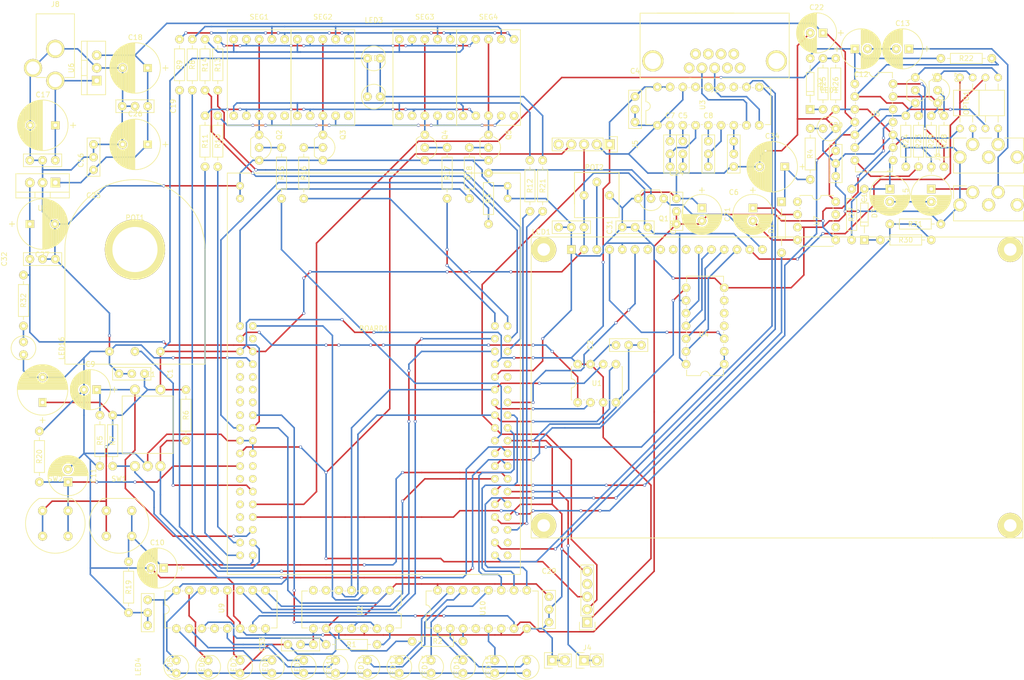
<source format=kicad_pcb>
(kicad_pcb (version 4) (host pcbnew 4.0.1-stable)
  (title_block (title "STM32L053R8T6 Test Board") (date 2017-04-14) (rev 1) (company "Singapore Polytechnic"))
  (layers (0 F.Cu signal) (31 B.Cu signal) (34 B.Paste user) (35 F.Paste user) (36 B.SilkS user) (37 F.SilkS user) (38 B.Mask user) (39 F.Mask user) (44 Edge.Cuts user))
  (net 0 "")
  (net 1 +3V3)
  (net 2 GND)
  (net 3 "Net-(C5-Pad1)")
  (net 4 "Net-(C6-Pad2)")
  (net 5 "Net-(C7-Pad1)")
  (net 6 "Net-(C7-Pad2)")
  (net 7 "Net-(C8-Pad1)")
  (net 8 "Net-(C8-Pad2)")
  (net 9 RE_SW)
  (net 10 FACTORY_RESET)
  (net 11 RTC_Timestamp)
  (net 12 "Net-(C12-Pad1)")
  (net 13 "Net-(C12-Pad2)")
  (net 14 "Net-(C13-Pad1)")
  (net 15 "Net-(C14-Pad1)")
  (net 16 "Net-(C14-Pad2)")
  (net 17 AUDIO_OUT_CH2)
  (net 18 "Net-(C16-Pad1)")
  (net 19 +9V)
  (net 20 "Net-(C21-Pad1)")
  (net 21 "Net-(C21-Pad2)")
  (net 22 -9V)
  (net 23 +5V)
  (net 24 "Net-(C34-Pad1)")
  (net 25 AUDIO_PEAK_LED)
  (net 26 "Net-(D2-Pad1)")
  (net 27 "Net-(D3-Pad1)")
  (net 28 "Net-(J1-Pad3)")
  (net 29 "Net-(J1-Pad2)")
  (net 30 "Net-(J1-Pad1)")
  (net 31 "Net-(J1-Pad4)")
  (net 32 "Net-(J1-Pad5)")
  (net 33 "Net-(J1-Pad9)")
  (net 34 "Net-(J1-Pad8)")
  (net 35 "Net-(J1-Pad7)")
  (net 36 "Net-(J1-Pad6)")
  (net 37 RTC_OUT_CALIB)
  (net 38 I2C_SCL)
  (net 39 I2C_SDA)
  (net 40 "Net-(J4-Pad4)")
  (net 41 "Net-(J5-Pad5)")
  (net 42 AUDIO_IN_CH2)
  (net 43 "Net-(J6-Pad1)")
  (net 44 "Net-(LCD1-Pad3)")
  (net 45 "Net-(LCD1-Pad4)")
  (net 46 LCD_EN)
  (net 47 "Net-(LCD1-Pad7)")
  (net 48 "Net-(LCD1-Pad8)")
  (net 49 "Net-(LCD1-Pad9)")
  (net 50 "Net-(LCD1-Pad10)")
  (net 51 "Net-(LCD1-Pad11)")
  (net 52 "Net-(LCD1-Pad12)")
  (net 53 "Net-(LCD1-Pad13)")
  (net 54 "Net-(LCD1-Pad14)")
  (net 55 "Net-(LCD1-Pad16)")
  (net 56 "Net-(LED1-Pad2)")
  (net 57 "Net-(LED2-Pad1)")
  (net 58 "Net-(LED4-Pad1)")
  (net 59 "Net-(LED5-Pad1)")
  (net 60 "Net-(LED6-Pad1)")
  (net 61 "Net-(LED7-Pad1)")
  (net 62 "Net-(LED8-Pad1)")
  (net 63 "Net-(LED9-Pad1)")
  (net 64 "Net-(LED10-Pad1)")
  (net 65 "Net-(LED11-Pad1)")
  (net 66 "Net-(LED12-Pad1)")
  (net 67 "Net-(LED13-Pad1)")
  (net 68 "Net-(LED14-Pad1)")
  (net 69 "Net-(LED15-Pad1)")
  (net 70 "Net-(LED16-Pad2)")
  (net 71 "Net-(OPTO1-Pad2)")
  (net 72 "Net-(OPTO1-Pad3)")
  (net 73 "Net-(OPTO2-Pad2)")
  (net 74 "Net-(OPTO2-Pad3)")
  (net 75 ADC_Input)
  (net 76 "Net-(Q1-Pad2)")
  (net 77 "Net-(Q2-Pad2)")
  (net 78 "Net-(Q2-Pad1)")
  (net 79 "Net-(Q3-Pad2)")
  (net 80 "Net-(Q3-Pad1)")
  (net 81 "Net-(Q4-Pad2)")
  (net 82 "Net-(Q4-Pad1)")
  (net 83 "Net-(Q5-Pad2)")
  (net 84 "Net-(Q5-Pad1)")
  (net 85 "Net-(Q6-Pad2)")
  (net 86 "Net-(Q6-Pad3)")
  (net 87 "Net-(Q7-Pad2)")
  (net 88 "Net-(Q7-Pad3)")
  (net 89 "Net-(R1-Pad1)")
  (net 90 MCP4922_OUTA)
  (net 91 "Net-(R2-Pad1)")
  (net 92 MCP4922_OUTB)
  (net 93 LCD_PWM_Out)
  (net 94 RE_OUT1)
  (net 95 RE_OUT2)
  (net 96 "Net-(R8-Pad2)")
  (net 97 "Net-(R9-Pad2)")
  (net 98 "Net-(R10-Pad2)")
  (net 99 "Net-(R11-Pad2)")
  (net 100 "Net-(R12-Pad2)")
  (net 101 "Net-(R13-Pad2)")
  (net 102 "Net-(R14-Pad2)")
  (net 103 SEG1)
  (net 104 SEG2)
  (net 105 SEG3)
  (net 106 SEG4)
  (net 107 LED_COLON)
  (net 108 "Net-(R23-Pad1)")
  (net 109 COMP1_INP)
  (net 110 "Net-(R28-Pad1)")
  (net 111 COMP2_INP)
  (net 112 SPI_SS_EEPROM)
  (net 113 SPI_MISO)
  (net 114 SPI_MOSI)
  (net 115 SPI_SCK)
  (net 116 SPI_SS_DAC)
  (net 117 USART2_RX)
  (net 118 USART2_TX)
  (net 119 "Net-(U3-Pad12)")
  (net 120 "Net-(U3-Pad13)")
  (net 121 "Net-(U3-Pad14)")
  (net 122 "Net-(U3-Pad15)")
  (net 123 USART1_SYNC_TX)
  (net 124 "Net-(U4-Pad4)")
  (net 125 "Net-(U4-Pad5)")
  (net 126 "Net-(U4-Pad6)")
  (net 127 USART1_SYNC_CK)
  (net 128 DAC_OUT1)
  (net 129 "Net-(U7-Pad1)")
  (net 130 "Net-(U7-Pad6)")
  (net 131 "Net-(U7-Pad7)")
  (net 132 "Net-(U9-Pad4)")
  (net 133 AMUX_1C)
  (net 134 AMUX_1B)
  (net 135 AMUX_1A)
  (net 136 "Net-(U9-Pad13)")
  (net 137 "Net-(U10-Pad4)")
  (net 138 AMUX_2C)
  (net 139 AMUX_2B)
  (net 140 AMUX_2A)
  (net 141 "Net-(U10-Pad13)")
  (net 142 "Net-(BOARD1-PadB0)")
  (net 143 "Net-(BOARD1-PadPA13)")
  (net 144 "Net-(BOARD1-PadPA14)")
  (net 145 "Net-(BOARD1-PadPC14)")
  (net 146 "Net-(BOARD1-PadPC15)")
  (net 147 "Net-(BOARD1-PadPH0)")
  (net 148 "Net-(BOARD1-PadPH1)")
  (net 149 "Net-(BOARD1-PadVLCD)")
  (net 150 "Net-(BOARD1-PadPC2)")
  (net 151 "Net-(BOARD1-PadPC3)")
  (net 152 "Net-(BOARD1-PadPC0)")
  (net 153 "Net-(BOARD1-PadPC1)")
  (net 154 "Net-(BOARD1-PadVIN)")
  (net 155 "Net-(BOARD1-PadRST)")
  (net 156 "Net-(BOARD1-PadVREF)")
  (net 157 "Net-(BOARD1-PadPD2)")
  (net 158 "Net-(BOARD1-PadPC6)")
  (net 159 "Net-(BOARD1-PadPC5)")
  (net 160 "Net-(BOARD1-PadU5V)")
  (net 161 "Net-(BOARD1-PadPA12)")
  (net 162 "Net-(BOARD1-PadPC4)")
  (net 163 "Net-(BOARD1-PadPA10)")
  (module "Custom Footprint:Cap_Pol_Radial_D8_P2" (layer F.Cu) (at 203.2 60.325 270)
    (fp_text reference C14 (at 1.27 5.08 270) (layer F.SilkS))
    (fp_text value 47uF)
    (pad 1 thru_hole rect (at 0 0 270) (size 1.716 1.716) (drill 0.7) (layers *.Cu *.Mask F.SilkS) (net 15 "Net-(C14-Pad1)"))
    (pad 2 thru_hole circle (at 2.54 0 270) (size 1.716 1.716) (drill 0.7) (layers *.Cu *.Mask F.SilkS) (net 16 "Net-(C14-Pad2)"))
  )
  (module "Custom Footprint:Rotary_Encoder" (layer F.Cu) (at 55.245 105.41)
    (fp_text reference RE1 (at 0.127 -8.128) (layer F.SilkS))
    (fp_text value Rotary_Encoder)
    (pad 1 thru_hole circle (at 2.54 -5.08) (size 2.016 2.016) (drill 1.1) (layers *.Cu *.Mask F.SilkS) (net 1 +3V3))
    (pad 2 thru_hole circle (at -2.54 -5.08) (size 2.016 2.016) (drill 1.1) (layers *.Cu *.Mask F.SilkS) (net 9 RE_SW))
    (pad 3 thru_hole circle (at 2.54 10.16) (size 2.016 2.016) (drill 1.1) (layers *.Cu *.Mask F.SilkS) (net 94 RE_OUT1))
    (pad 4 thru_hole circle (at 0 10.16) (size 2.016 2.016) (drill 1.1) (layers *.Cu *.Mask F.SilkS) (net 2 GND))
    (pad 5 thru_hole circle (at -2.54 10.16) (size 2.016 2.016) (drill 1.1) (layers *.Cu *.Mask F.SilkS) (net 95 RE_OUT2))
  )
  (module "Custom Footprint:IC_PDIP_16pin" (layer F.Cu) (at 113.03 147.955 90)
    (fp_text reference U10 (at 4.064 9.017 90) (layer F.SilkS))
    (fp_text value CD4051)
    (pad 1 thru_hole circle (at 0 0 90) (size 1.716 1.716) (drill 0.7) (layers *.Cu *.Mask F.SilkS) (net 67 "Net-(LED13-Pad1)"))
    (pad 2 thru_hole circle (at 0 2.54 90) (size 1.716 1.716) (drill 0.7) (layers *.Cu *.Mask F.SilkS) (net 69 "Net-(LED15-Pad1)"))
    (pad 3 thru_hole circle (at 0 5.08 90) (size 1.716 1.716) (drill 0.7) (layers *.Cu *.Mask F.SilkS) (net 92 MCP4922_OUTB))
    (pad 4 thru_hole circle (at 0 7.62 90) (size 1.716 1.716) (drill 0.7) (layers *.Cu *.Mask F.SilkS) (net 137 "Net-(U10-Pad4)"))
    (pad 5 thru_hole circle (at 0 10.16 90) (size 1.716 1.716) (drill 0.7) (layers *.Cu *.Mask F.SilkS) (net 68 "Net-(LED14-Pad1)"))
    (pad 6 thru_hole circle (at 0 12.7 90) (size 1.716 1.716) (drill 0.7) (layers *.Cu *.Mask F.SilkS) (net 2 GND))
    (pad 7 thru_hole circle (at 0 15.24 90) (size 1.716 1.716) (drill 0.7) (layers *.Cu *.Mask F.SilkS) (net 22 -9V))
    (pad 8 thru_hole circle (at 0 17.78 90) (size 1.716 1.716) (drill 0.7) (layers *.Cu *.Mask F.SilkS) (net 2 GND))
    (pad 9 thru_hole circle (at 7.62 17.78 90) (size 1.716 1.716) (drill 0.7) (layers *.Cu *.Mask F.SilkS) (net 138 AMUX_2C))
    (pad 10 thru_hole circle (at 7.62 15.24 90) (size 1.716 1.716) (drill 0.7) (layers *.Cu *.Mask F.SilkS) (net 139 AMUX_2B))
    (pad 11 thru_hole circle (at 7.62 12.7 90) (size 1.716 1.716) (drill 0.7) (layers *.Cu *.Mask F.SilkS) (net 140 AMUX_2A))
    (pad 12 thru_hole circle (at 7.62 10.16 90) (size 1.716 1.716) (drill 0.7) (layers *.Cu *.Mask F.SilkS) (net 66 "Net-(LED12-Pad1)"))
    (pad 13 thru_hole circle (at 7.62 7.62 90) (size 1.716 1.716) (drill 0.7) (layers *.Cu *.Mask F.SilkS) (net 141 "Net-(U10-Pad13)"))
    (pad 14 thru_hole circle (at 7.62 5.08 90) (size 1.716 1.716) (drill 0.7) (layers *.Cu *.Mask F.SilkS) (net 64 "Net-(LED10-Pad1)"))
    (pad 15 thru_hole circle (at 7.62 2.54 90) (size 1.716 1.716) (drill 0.7) (layers *.Cu *.Mask F.SilkS) (net 65 "Net-(LED11-Pad1)"))
    (pad 16 thru_hole circle (at 7.62 0 90) (size 1.716 1.716) (drill 0.7) (layers *.Cu *.Mask F.SilkS) (net 23 +5V))
  )
  (module "Custom Footprint:Potentiometer_Large" (layer F.Cu) (at 52.705 72.39)
    (fp_text reference POT1 (at 0 -6.35) (layer F.SilkS))
    (fp_text value 1kΩ)
    (pad "" thru_hole circle (at 0 0) (size 12 12) (drill 9) (layers *.Cu *.Mask F.SilkS))
    (pad 2 thru_hole circle (at 0 20.32) (size 1.716 1.716) (drill 0.7) (layers *.Cu *.Mask F.SilkS) (net 75 ADC_Input))
    (pad 3 thru_hole circle (at 5.08 20.32) (size 1.716 1.716) (drill 0.7) (layers *.Cu *.Mask F.SilkS) (net 1 +3V3))
    (pad 1 thru_hole circle (at -5.08 20.32) (size 1.716 1.716) (drill 0.7) (layers *.Cu *.Mask F.SilkS) (net 2 GND))
  )
  (module "Custom Footprint:LCD_2004" (layer F.Cu) (at 139.7 72.39)
    (fp_text reference LCD1 (at -6 -3.5) (layer F.SilkS))
    (fp_text value LCD2004)
    (pad 1 thru_hole rect (at 0 0) (size 1.716 1.716) (drill 0.7) (layers *.Cu *.Mask F.SilkS) (net 2 GND))
    (pad 2 thru_hole circle (at 2.54 0) (size 1.716 1.716) (drill 0.7) (layers *.Cu *.Mask F.SilkS) (net 23 +5V))
    (pad 3 thru_hole circle (at 5.08 0) (size 1.716 1.716) (drill 0.7) (layers *.Cu *.Mask F.SilkS) (net 44 "Net-(LCD1-Pad3)"))
    (pad 4 thru_hole circle (at 7.62 0) (size 1.716 1.716) (drill 0.7) (layers *.Cu *.Mask F.SilkS) (net 45 "Net-(LCD1-Pad4)"))
    (pad 5 thru_hole circle (at 10.16 0) (size 1.716 1.716) (drill 0.7) (layers *.Cu *.Mask F.SilkS) (net 2 GND))
    (pad 6 thru_hole circle (at 12.7 0) (size 1.716 1.716) (drill 0.7) (layers *.Cu *.Mask F.SilkS) (net 46 LCD_EN))
    (pad 7 thru_hole circle (at 15.24 0) (size 1.716 1.716) (drill 0.7) (layers *.Cu *.Mask F.SilkS) (net 47 "Net-(LCD1-Pad7)"))
    (pad 8 thru_hole circle (at 17.78 0) (size 1.716 1.716) (drill 0.7) (layers *.Cu *.Mask F.SilkS) (net 48 "Net-(LCD1-Pad8)"))
    (pad 9 thru_hole circle (at 20.32 0) (size 1.716 1.716) (drill 0.7) (layers *.Cu *.Mask F.SilkS) (net 49 "Net-(LCD1-Pad9)"))
    (pad 10 thru_hole circle (at 22.86 0) (size 1.716 1.716) (drill 0.7) (layers *.Cu *.Mask F.SilkS) (net 50 "Net-(LCD1-Pad10)"))
    (pad 11 thru_hole circle (at 25.4 0) (size 1.716 1.716) (drill 0.7) (layers *.Cu *.Mask F.SilkS) (net 51 "Net-(LCD1-Pad11)"))
    (pad 12 thru_hole circle (at 27.94 0) (size 1.716 1.716) (drill 0.7) (layers *.Cu *.Mask F.SilkS) (net 52 "Net-(LCD1-Pad12)"))
    (pad 13 thru_hole circle (at 30.48 0) (size 1.716 1.716) (drill 0.7) (layers *.Cu *.Mask F.SilkS) (net 53 "Net-(LCD1-Pad13)"))
    (pad 14 thru_hole circle (at 33.02 0) (size 1.716 1.716) (drill 0.7) (layers *.Cu *.Mask F.SilkS) (net 54 "Net-(LCD1-Pad14)"))
    (pad 15 thru_hole circle (at 35.56 0) (size 1.716 1.716) (drill 0.7) (layers *.Cu *.Mask F.SilkS) (net 23 +5V))
    (pad 16 thru_hole circle (at 38.1 0) (size 1.716 1.716) (drill 0.7) (layers *.Cu *.Mask F.SilkS) (net 55 "Net-(LCD1-Pad16)"))
    (pad 0 thru_hole circle (at -5.4991 0) (size 5 5) (drill 2.5) (layers *.Cu *.Mask F.SilkS))
    (pad 0 thru_hole circle (at -5.5 55) (size 5 5) (drill 2.5) (layers *.Cu *.Mask F.SilkS))
    (pad 0 thru_hole circle (at 87.5 55) (size 5 5) (drill 2.5) (layers *.Cu *.Mask F.SilkS))
    (pad 0 thru_hole circle (at 87.5 0) (size 5 5) (drill 2.5) (layers *.Cu *.Mask F.SilkS))
  )
  (module "Custom Footprint:STM32L053R8T6_Nucleo" (layer F.Cu) (at 100.33 87.63)
    (fp_text reference BOARD1 (at 0 0.5) (layer F.SilkS))
    (fp_text value STM32L053R8T6_Nucleo)
    (pad PC12 thru_hole circle (at -26.67 2.54) (size 1.524 1.524) (drill 0.7) (layers *.Cu *.Mask F.SilkS) (net 112 SPI_SS_EEPROM))
    (pad +3V3 thru_hole circle (at -26.67 5.08) (size 1.524 1.524) (drill 0.7) (layers *.Cu *.Mask F.SilkS) (net 1 +3V3))
    (pad B0 thru_hole circle (at -26.67 7.62) (size 1.524 1.524) (drill 0.7) (layers *.Cu *.Mask F.SilkS) (net 142 "Net-(BOARD1-PadB0)"))
    (pad "" thru_hole circle (at -26.67 10.16) (size 1.524 1.524) (drill 0.7) (layers *.Cu *.Mask F.SilkS))
    (pad "" thru_hole circle (at -26.67 12.7) (size 1.524 1.524) (drill 0.7) (layers *.Cu *.Mask F.SilkS))
    (pad PA13 thru_hole circle (at -26.67 15.24) (size 1.524 1.524) (drill 0.7) (layers *.Cu *.Mask F.SilkS) (net 143 "Net-(BOARD1-PadPA13)"))
    (pad PA14 thru_hole circle (at -26.67 17.78) (size 1.524 1.524) (drill 0.7) (layers *.Cu *.Mask F.SilkS) (net 144 "Net-(BOARD1-PadPA14)"))
    (pad PA15 thru_hole circle (at -26.67 20.32) (size 1.524 1.524) (drill 0.7) (layers *.Cu *.Mask F.SilkS) (net 93 LCD_PWM_Out))
    (pad GND thru_hole circle (at -26.67 22.86) (size 1.524 1.524) (drill 0.7) (layers *.Cu *.Mask F.SilkS) (net 2 GND))
    (pad PB7 thru_hole circle (at -26.67 25.4) (size 1.524 1.524) (drill 0.7) (layers *.Cu *.Mask F.SilkS) (net 39 I2C_SDA))
    (pad PC13 thru_hole circle (at -26.67 27.94) (size 1.524 1.524) (drill 0.7) (layers *.Cu *.Mask F.SilkS) (net 11 RTC_Timestamp))
    (pad PC14 thru_hole circle (at -26.67 30.48) (size 1.524 1.524) (drill 0.7) (layers *.Cu *.Mask F.SilkS) (net 145 "Net-(BOARD1-PadPC14)"))
    (pad PC15 thru_hole circle (at -26.67 33.02) (size 1.524 1.524) (drill 0.7) (layers *.Cu *.Mask F.SilkS) (net 146 "Net-(BOARD1-PadPC15)"))
    (pad PH0 thru_hole circle (at -26.67 35.56) (size 1.524 1.524) (drill 0.7) (layers *.Cu *.Mask F.SilkS) (net 147 "Net-(BOARD1-PadPH0)"))
    (pad PH1 thru_hole circle (at -26.67 38.1) (size 1.524 1.524) (drill 0.7) (layers *.Cu *.Mask F.SilkS) (net 148 "Net-(BOARD1-PadPH1)"))
    (pad VLCD thru_hole circle (at -26.67 40.64) (size 1.524 1.524) (drill 0.7) (layers *.Cu *.Mask F.SilkS) (net 149 "Net-(BOARD1-PadVLCD)"))
    (pad PC2 thru_hole circle (at -26.67 43.18) (size 1.524 1.524) (drill 0.7) (layers *.Cu *.Mask F.SilkS) (net 150 "Net-(BOARD1-PadPC2)"))
    (pad PC3 thru_hole circle (at -26.67 45.72) (size 1.524 1.524) (drill 0.7) (layers *.Cu *.Mask F.SilkS) (net 151 "Net-(BOARD1-PadPC3)"))
    (pad PC0 thru_hole circle (at -24.13 45.72) (size 1.524 1.524) (drill 0.7) (layers *.Cu *.Mask F.SilkS) (net 152 "Net-(BOARD1-PadPC0)"))
    (pad PC1 thru_hole circle (at -24.13 43.18) (size 1.524 1.524) (drill 0.7) (layers *.Cu *.Mask F.SilkS) (net 153 "Net-(BOARD1-PadPC1)"))
    (pad PB0 thru_hole circle (at -24.13 40.64) (size 1.524 1.524) (drill 0.7) (layers *.Cu *.Mask F.SilkS) (net 9 RE_SW))
    (pad PA4 thru_hole circle (at -24.13 38.1) (size 1.524 1.524) (drill 0.7) (layers *.Cu *.Mask F.SilkS) (net 128 DAC_OUT1))
    (pad PA1 thru_hole circle (at -24.13 35.56) (size 1.524 1.524) (drill 0.7) (layers *.Cu *.Mask F.SilkS) (net 109 COMP1_INP))
    (pad PA0 thru_hole circle (at -24.13 33.02) (size 1.524 1.524) (drill 0.7) (layers *.Cu *.Mask F.SilkS) (net 75 ADC_Input))
    (pad "" thru_hole circle (at -24.13 30.48) (size 1.524 1.524) (drill 0.7) (layers *.Cu *.Mask F.SilkS))
    (pad VIN thru_hole circle (at -24.13 27.94) (size 1.524 1.524) (drill 0.7) (layers *.Cu *.Mask F.SilkS) (net 154 "Net-(BOARD1-PadVIN)"))
    (pad GND thru_hole circle (at -24.13 25.4) (size 1.524 1.524) (drill 0.7) (layers *.Cu *.Mask F.SilkS) (net 2 GND))
    (pad GND thru_hole circle (at -24.13 22.86) (size 1.524 1.524) (drill 0.7) (layers *.Cu *.Mask F.SilkS) (net 2 GND))
    (pad +5V thru_hole circle (at -24.13 20.32) (size 1.524 1.524) (drill 0.7) (layers *.Cu *.Mask F.SilkS) (net 23 +5V))
    (pad +3V3 thru_hole circle (at -24.13 17.78) (size 1.524 1.524) (drill 0.7) (layers *.Cu *.Mask F.SilkS) (net 1 +3V3))
    (pad RST thru_hole circle (at -24.13 15.24) (size 1.524 1.524) (drill 0.7) (layers *.Cu *.Mask F.SilkS) (net 155 "Net-(BOARD1-PadRST)"))
    (pad VREF thru_hole circle (at -24.13 12.7) (size 1.524 1.524) (drill 0.7) (layers *.Cu *.Mask F.SilkS) (net 156 "Net-(BOARD1-PadVREF)"))
    (pad "" thru_hole circle (at -24.13 10.16) (size 1.524 1.524) (drill 0.7) (layers *.Cu *.Mask F.SilkS))
    (pad GND thru_hole circle (at -24.13 7.62) (size 1.524 1.524) (drill 0.7) (layers *.Cu *.Mask F.SilkS) (net 2 GND))
    (pad E5V thru_hole circle (at -24.13 5.08) (size 1.524 1.524) (drill 0.7) (layers *.Cu *.Mask F.SilkS) (net 23 +5V))
    (pad PD2 thru_hole circle (at -24.13 2.54) (size 1.524 1.524) (drill 0.7) (layers *.Cu *.Mask F.SilkS) (net 157 "Net-(BOARD1-PadPD2)"))
    (pad PC11 thru_hole circle (at -24.13 0) (size 1.524 1.524) (drill 0.7) (layers *.Cu *.Mask F.SilkS) (net 116 SPI_SS_DAC))
    (pad PC10 thru_hole circle (at -26.67 0) (size 1.524 1.524) (drill 0.7) (layers *.Cu *.Mask F.SilkS) (net 106 SEG4))
    (pad PC9 thru_hole circle (at 24.13 0) (size 1.524 1.524) (drill 0.7) (layers *.Cu *.Mask F.SilkS) (net 105 SEG3))
    (pad PC8 thru_hole circle (at 26.67 0) (size 1.524 1.524) (drill 0.7) (layers *.Cu *.Mask F.SilkS) (net 104 SEG2))
    (pad PC6 thru_hole circle (at 26.67 2.54) (size 1.524 1.524) (drill 0.7) (layers *.Cu *.Mask F.SilkS) (net 158 "Net-(BOARD1-PadPC6)"))
    (pad PC5 thru_hole circle (at 26.67 5.08) (size 1.524 1.524) (drill 0.7) (layers *.Cu *.Mask F.SilkS) (net 159 "Net-(BOARD1-PadPC5)"))
    (pad U5V thru_hole circle (at 26.67 7.62) (size 1.524 1.524) (drill 0.7) (layers *.Cu *.Mask F.SilkS) (net 160 "Net-(BOARD1-PadU5V)"))
    (pad "" thru_hole circle (at 26.67 10.16) (size 1.524 1.524) (drill 0.7) (layers *.Cu *.Mask F.SilkS))
    (pad PA12 thru_hole circle (at 26.67 12.7) (size 1.524 1.524) (drill 0.7) (layers *.Cu *.Mask F.SilkS) (net 161 "Net-(BOARD1-PadPA12)"))
    (pad PA11 thru_hole circle (at 26.67 15.24) (size 1.524 1.524) (drill 0.7) (layers *.Cu *.Mask F.SilkS) (net 46 LCD_EN))
    (pad PB12 thru_hole circle (at 26.67 17.78) (size 1.524 1.524) (drill 0.7) (layers *.Cu *.Mask F.SilkS) (net 139 AMUX_2B))
    (pad PB11 thru_hole circle (at 26.67 20.32) (size 1.524 1.524) (drill 0.7) (layers *.Cu *.Mask F.SilkS) (net 140 AMUX_2A))
    (pad GND thru_hole circle (at 26.67 22.86) (size 1.524 1.524) (drill 0.7) (layers *.Cu *.Mask F.SilkS) (net 2 GND))
    (pad PB2 thru_hole circle (at 26.67 25.4) (size 1.524 1.524) (drill 0.7) (layers *.Cu *.Mask F.SilkS) (net 95 RE_OUT2))
    (pad PB1 thru_hole circle (at 26.67 27.94) (size 1.524 1.524) (drill 0.7) (layers *.Cu *.Mask F.SilkS) (net 94 RE_OUT1))
    (pad PB15 thru_hole circle (at 26.67 30.48) (size 1.524 1.524) (drill 0.7) (layers *.Cu *.Mask F.SilkS) (net 10 FACTORY_RESET))
    (pad PB14 thru_hole circle (at 26.67 33.02) (size 1.524 1.524) (drill 0.7) (layers *.Cu *.Mask F.SilkS) (net 37 RTC_OUT_CALIB))
    (pad PB13 thru_hole circle (at 26.67 35.56) (size 1.524 1.524) (drill 0.7) (layers *.Cu *.Mask F.SilkS) (net 138 AMUX_2C))
    (pad AGND thru_hole circle (at 26.67 38.1) (size 1.524 1.524) (drill 0.7) (layers *.Cu *.Mask F.SilkS) (net 2 GND))
    (pad PC4 thru_hole circle (at 26.67 40.64) (size 1.524 1.524) (drill 0.7) (layers *.Cu *.Mask F.SilkS) (net 162 "Net-(BOARD1-PadPC4)"))
    (pad "" thru_hole circle (at 26.67 43.18) (size 1.524 1.524) (drill 0.7) (layers *.Cu *.Mask F.SilkS))
    (pad "" thru_hole circle (at 26.67 45.72) (size 1.524 1.524) (drill 0.7) (layers *.Cu *.Mask F.SilkS))
    (pad PA3 thru_hole circle (at 24.13 45.72) (size 1.524 1.524) (drill 0.7) (layers *.Cu *.Mask F.SilkS) (net 117 USART2_RX))
    (pad PA2 thru_hole circle (at 24.13 43.18) (size 1.524 1.524) (drill 0.7) (layers *.Cu *.Mask F.SilkS) (net 118 USART2_TX))
    (pad PA10 thru_hole circle (at 24.13 40.64) (size 1.524 1.524) (drill 0.7) (layers *.Cu *.Mask F.SilkS) (net 163 "Net-(BOARD1-PadPA10)"))
    (pad PB3 thru_hole circle (at 24.13 38.1) (size 1.524 1.524) (drill 0.7) (layers *.Cu *.Mask F.SilkS) (net 107 LED_COLON))
    (pad PB5 thru_hole circle (at 24.13 35.56) (size 1.524 1.524) (drill 0.7) (layers *.Cu *.Mask F.SilkS) (net 25 AUDIO_PEAK_LED))
    (pad PB4 thru_hole circle (at 24.13 33.02) (size 1.524 1.524) (drill 0.7) (layers *.Cu *.Mask F.SilkS) (net 111 COMP2_INP))
    (pad PB10 thru_hole circle (at 24.13 30.48) (size 1.524 1.524) (drill 0.7) (layers *.Cu *.Mask F.SilkS) (net 133 AMUX_1C))
    (pad PA8 thru_hole circle (at 24.13 27.94) (size 1.524 1.524) (drill 0.7) (layers *.Cu *.Mask F.SilkS) (net 127 USART1_SYNC_CK))
    (pad PA9 thru_hole circle (at 24.13 25.4) (size 1.524 1.524) (drill 0.7) (layers *.Cu *.Mask F.SilkS) (net 123 USART1_SYNC_TX))
    (pad PC7 thru_hole circle (at 24.13 22.86) (size 1.524 1.524) (drill 0.7) (layers *.Cu *.Mask F.SilkS) (net 103 SEG1))
    (pad PB6 thru_hole circle (at 24.13 20.32) (size 1.524 1.524) (drill 0.7) (layers *.Cu *.Mask F.SilkS) (net 38 I2C_SCL))
    (pad PA7 thru_hole circle (at 24.13 17.78) (size 1.524 1.524) (drill 0.7) (layers *.Cu *.Mask F.SilkS) (net 114 SPI_MOSI))
    (pad PA6 thru_hole circle (at 24.13 15.24) (size 1.524 1.524) (drill 0.7) (layers *.Cu *.Mask F.SilkS) (net 113 SPI_MISO))
    (pad PA5 thru_hole circle (at 24.13 12.7) (size 1.524 1.524) (drill 0.7) (layers *.Cu *.Mask F.SilkS) (net 115 SPI_SCK))
    (pad GND thru_hole circle (at 24.13 10.16) (size 1.524 1.524) (drill 0.7) (layers *.Cu *.Mask F.SilkS) (net 2 GND))
    (pad AREF thru_hole circle (at 24.13 7.62) (size 1.524 1.524) (drill 0.7) (layers *.Cu *.Mask F.SilkS) (net 1 +3V3))
    (pad PB9 thru_hole circle (at 24.13 5.08) (size 1.524 1.524) (drill 0.7) (layers *.Cu *.Mask F.SilkS) (net 134 AMUX_1B))
    (pad PB8 thru_hole circle (at 24.13 2.54) (size 1.524 1.524) (drill 0.7) (layers *.Cu *.Mask F.SilkS) (net 135 AMUX_1A))
    (pad GND thru_hole circle (at -26.67 -25.4) (size 1.524 1.524) (drill 0.7) (layers *.Cu *.Mask F.SilkS) (net 2 GND))
    (pad CN12 thru_hole circle (at -26.67 -27.94) (size 1.524 1.524) (drill 0.7) (layers *.Cu *.Mask F.SilkS) (net 2 GND))
    (pad GND thru_hole circle (at 26.67 -25.4) (size 1.524 1.524) (drill 0.7) (layers *.Cu *.Mask F.SilkS) (net 2 GND))
    (pad CN11 thru_hole circle (at 26.67 -27.94) (size 1.524 1.524) (drill 0.7) (layers *.Cu *.Mask F.SilkS) (net 2 GND))
  )
  (module "Custom Footprint:Cap_UnPol_P3" (layer F.Cu) (at 54.61 97.155 270)
    (fp_text reference C1 (at 0 -5.1 270) (layer F.SilkS))
    (fp_text value 100nF)
    (pad 1 thru_hole circle (at 0 0 270) (size 1.716 1.716) (drill 0.7) (layers *.Cu *.Mask F.SilkS) (net 1 +3V3))
    (pad 2 thru_hole circle (at 0 2.54 270) (size 1.716 1.716) (drill 0.7) (layers *.Cu *.Mask F.SilkS) (net 2 GND))
    (pad 2 thru_hole circle (at 0 5.08 270) (size 1.716 1.716) (drill 0.7) (layers *.Cu *.Mask F.SilkS) (net 2 GND))
  )
  (module "Custom Footprint:Cap_UnPol_P3" (layer F.Cu) (at 148.59 91.44 90)
    (fp_text reference C2 (at 0 -5.1 90) (layer F.SilkS))
    (fp_text value 100nF)
    (pad 1 thru_hole circle (at 0 0 90) (size 1.716 1.716) (drill 0.7) (layers *.Cu *.Mask F.SilkS) (net 1 +3V3))
    (pad 2 thru_hole circle (at 0 2.54 90) (size 1.716 1.716) (drill 0.7) (layers *.Cu *.Mask F.SilkS) (net 2 GND))
    (pad 2 thru_hole circle (at 0 5.08 90) (size 1.716 1.716) (drill 0.7) (layers *.Cu *.Mask F.SilkS) (net 2 GND))
  )
  (module "Custom Footprint:Cap_Pol_Radial_D10_P3" (layer F.Cu) (at 34.29 102.87 90)
    (fp_text reference C3 (at 2.4765 6.096 90) (layer F.SilkS))
    (fp_text value 100uF)
    (pad 1 thru_hole rect (at 0 0 90) (size 1.716 1.554) (drill 0.7) (layers *.Cu *.Mask F.SilkS) (net 1 +3V3))
    (pad 2 thru_hole circle (at 5 0 90) (size 1.716 1.716) (drill 0.7) (layers *.Cu *.Mask F.SilkS) (net 2 GND))
  )
  (module "Custom Footprint:Cap_UnPol_P3" (layer F.Cu) (at 152.4 41.91)
    (fp_text reference C4 (at 0 -5.1) (layer F.SilkS))
    (fp_text value 100nF)
    (pad 1 thru_hole circle (at 0 0) (size 1.716 1.716) (drill 0.7) (layers *.Cu *.Mask F.SilkS) (net 1 +3V3))
    (pad 2 thru_hole circle (at 0 2.54) (size 1.716 1.716) (drill 0.7) (layers *.Cu *.Mask F.SilkS) (net 2 GND))
    (pad 2 thru_hole circle (at 0 5.08) (size 1.716 1.716) (drill 0.7) (layers *.Cu *.Mask F.SilkS) (net 2 GND))
  )
  (module "Custom Footprint:Cap_UnPol_P3" (layer F.Cu) (at 161.925 50.8)
    (fp_text reference C5 (at 0 -5.1) (layer F.SilkS))
    (fp_text value 100nF)
    (pad 1 thru_hole circle (at 0 0) (size 1.716 1.716) (drill 0.7) (layers *.Cu *.Mask F.SilkS) (net 3 "Net-(C5-Pad1)"))
    (pad 2 thru_hole circle (at 0 2.54) (size 1.716 1.716) (drill 0.7) (layers *.Cu *.Mask F.SilkS) (net 2 GND))
    (pad 2 thru_hole circle (at 0 5.08) (size 1.716 1.716) (drill 0.7) (layers *.Cu *.Mask F.SilkS) (net 2 GND))
  )
  (module "Custom Footprint:Cap_UnPol_P3" (layer F.Cu) (at 172.085 55.88 180)
    (fp_text reference C6 (at 0 -5.1 180) (layer F.SilkS))
    (fp_text value 100nF)
    (pad 1 thru_hole circle (at 0 0 180) (size 1.716 1.716) (drill 0.7) (layers *.Cu *.Mask F.SilkS) (net 2 GND))
    (pad 2 thru_hole circle (at 0 2.54 180) (size 1.716 1.716) (drill 0.7) (layers *.Cu *.Mask F.SilkS) (net 4 "Net-(C6-Pad2)"))
    (pad 2 thru_hole circle (at 0 5.08 180) (size 1.716 1.716) (drill 0.7) (layers *.Cu *.Mask F.SilkS) (net 4 "Net-(C6-Pad2)"))
  )
  (module "Custom Footprint:Cap_UnPol_P3" (layer F.Cu) (at 159.385 50.8)
    (fp_text reference C7 (at 0 -5.1) (layer F.SilkS))
    (fp_text value 100nF)
    (pad 1 thru_hole circle (at 0 0) (size 1.716 1.716) (drill 0.7) (layers *.Cu *.Mask F.SilkS) (net 5 "Net-(C7-Pad1)"))
    (pad 2 thru_hole circle (at 0 2.54) (size 1.716 1.716) (drill 0.7) (layers *.Cu *.Mask F.SilkS) (net 6 "Net-(C7-Pad2)"))
    (pad 2 thru_hole circle (at 0 5.08) (size 1.716 1.716) (drill 0.7) (layers *.Cu *.Mask F.SilkS) (net 6 "Net-(C7-Pad2)"))
  )
  (module "Custom Footprint:Cap_UnPol_P3" (layer F.Cu) (at 167.005 50.8)
    (fp_text reference C8 (at 0 -5.1) (layer F.SilkS))
    (fp_text value 100nF)
    (pad 1 thru_hole circle (at 0 0) (size 1.716 1.716) (drill 0.7) (layers *.Cu *.Mask F.SilkS) (net 7 "Net-(C8-Pad1)"))
    (pad 2 thru_hole circle (at 0 2.54) (size 1.716 1.716) (drill 0.7) (layers *.Cu *.Mask F.SilkS) (net 8 "Net-(C8-Pad2)"))
    (pad 2 thru_hole circle (at 0 5.08) (size 1.716 1.716) (drill 0.7) (layers *.Cu *.Mask F.SilkS) (net 8 "Net-(C8-Pad2)"))
  )
  (module "Custom Footprint:Cap_Pol_Radial_D8_P2" (layer F.Cu) (at 45.085 100.33 180)
    (fp_text reference C9 (at 1.27 5.08 180) (layer F.SilkS))
    (fp_text value 10uF)
    (pad 1 thru_hole rect (at 0 0 180) (size 1.716 1.716) (drill 0.7) (layers *.Cu *.Mask F.SilkS) (net 9 RE_SW))
    (pad 2 thru_hole circle (at 2.54 0 180) (size 1.716 1.716) (drill 0.7) (layers *.Cu *.Mask F.SilkS) (net 2 GND))
  )
  (module "Custom Footprint:Cap_Pol_Radial_D8_P2" (layer F.Cu) (at 58.42 135.89 180)
    (fp_text reference C10 (at 1.27 5.08 180) (layer F.SilkS))
    (fp_text value 10uF)
    (pad 1 thru_hole rect (at 0 0 180) (size 1.716 1.716) (drill 0.7) (layers *.Cu *.Mask F.SilkS) (net 10 FACTORY_RESET))
    (pad 2 thru_hole circle (at 2.54 0 180) (size 1.716 1.716) (drill 0.7) (layers *.Cu *.Mask F.SilkS) (net 2 GND))
  )
  (module "Custom Footprint:Cap_Pol_Radial_D8_P2" (layer F.Cu) (at 39.37 118.745 90)
    (fp_text reference C11 (at 1.27 5.08 90) (layer F.SilkS))
    (fp_text value 10uF)
    (pad 1 thru_hole rect (at 0 0 90) (size 1.716 1.716) (drill 0.7) (layers *.Cu *.Mask F.SilkS) (net 11 RTC_Timestamp))
    (pad 2 thru_hole circle (at 2.54 0 90) (size 1.716 1.716) (drill 0.7) (layers *.Cu *.Mask F.SilkS) (net 2 GND))
  )
  (module "Custom Footprint:Cap_Pol_Radial_D8_P2" (layer F.Cu) (at 196.215 32.385)
    (fp_text reference C12 (at 1.27 5.08) (layer F.SilkS))
    (fp_text value 47uF)
    (pad 1 thru_hole rect (at 0 0) (size 1.716 1.716) (drill 0.7) (layers *.Cu *.Mask F.SilkS) (net 12 "Net-(C12-Pad1)"))
    (pad 2 thru_hole circle (at 2.54 0) (size 1.716 1.716) (drill 0.7) (layers *.Cu *.Mask F.SilkS) (net 13 "Net-(C12-Pad2)"))
  )
  (module "Custom Footprint:Cap_Pol_Radial_D8_P2" (layer F.Cu) (at 207.01 32.385 180)
    (fp_text reference C13 (at 1.27 5.08 180) (layer F.SilkS))
    (fp_text value 47uF)
    (pad 1 thru_hole rect (at 0 0 180) (size 1.716 1.716) (drill 0.7) (layers *.Cu *.Mask F.SilkS) (net 14 "Net-(C13-Pad1)"))
    (pad 2 thru_hole circle (at 2.54 0 180) (size 1.716 1.716) (drill 0.7) (layers *.Cu *.Mask F.SilkS) (net 13 "Net-(C12-Pad2)"))
  )
  (module "Custom Footprint:Cap_Pol_Radial_D8_P2" (layer F.Cu) (at 211.455 60.325 270)
    (fp_text reference C15 (at 1.27 5.08 270) (layer F.SilkS))
    (fp_text value 47uF)
    (pad 1 thru_hole rect (at 0 0 270) (size 1.716 1.716) (drill 0.7) (layers *.Cu *.Mask F.SilkS) (net 17 AUDIO_OUT_CH2))
    (pad 2 thru_hole circle (at 2.54 0 270) (size 1.716 1.716) (drill 0.7) (layers *.Cu *.Mask F.SilkS) (net 16 "Net-(C14-Pad2)"))
  )
  (module "Custom Footprint:Cap_UnPol_P3" (layer F.Cu) (at 36.83 54.61 270)
    (fp_text reference C16 (at 0 -5.1 270) (layer F.SilkS))
    (fp_text value 100nF)
    (pad 1 thru_hole circle (at 0 0 270) (size 1.716 1.716) (drill 0.7) (layers *.Cu *.Mask F.SilkS) (net 18 "Net-(C16-Pad1)"))
    (pad 2 thru_hole circle (at 0 2.54 270) (size 1.716 1.716) (drill 0.7) (layers *.Cu *.Mask F.SilkS) (net 2 GND))
    (pad 2 thru_hole circle (at 0 5.08 270) (size 1.716 1.716) (drill 0.7) (layers *.Cu *.Mask F.SilkS) (net 2 GND))
  )
  (module "Custom Footprint:Cap_Pol_Radial_D10_P3" (layer F.Cu) (at 36.83 47.625 180)
    (fp_text reference C17 (at 2.4765 6.096 180) (layer F.SilkS))
    (fp_text value 100uF)
    (pad 1 thru_hole rect (at 0 0 180) (size 1.716 1.554) (drill 0.7) (layers *.Cu *.Mask F.SilkS) (net 18 "Net-(C16-Pad1)"))
    (pad 2 thru_hole circle (at 5 0 180) (size 1.716 1.716) (drill 0.7) (layers *.Cu *.Mask F.SilkS) (net 2 GND))
  )
  (module "Custom Footprint:Cap_Pol_Radial_D10_P3" (layer F.Cu) (at 55.245 36.195 180)
    (fp_text reference C18 (at 2.4765 6.096 180) (layer F.SilkS))
    (fp_text value 100uF)
    (pad 1 thru_hole rect (at 0 0 180) (size 1.716 1.554) (drill 0.7) (layers *.Cu *.Mask F.SilkS) (net 19 +9V))
    (pad 2 thru_hole circle (at 5 0 180) (size 1.716 1.716) (drill 0.7) (layers *.Cu *.Mask F.SilkS) (net 2 GND))
  )
  (module "Custom Footprint:Cap_UnPol_P3" (layer F.Cu) (at 55.245 43.815 270)
    (fp_text reference C19 (at 0 -5.1 270) (layer F.SilkS))
    (fp_text value 100nF)
    (pad 1 thru_hole circle (at 0 0 270) (size 1.716 1.716) (drill 0.7) (layers *.Cu *.Mask F.SilkS) (net 19 +9V))
    (pad 2 thru_hole circle (at 0 2.54 270) (size 1.716 1.716) (drill 0.7) (layers *.Cu *.Mask F.SilkS) (net 2 GND))
    (pad 2 thru_hole circle (at 0 5.08 270) (size 1.716 1.716) (drill 0.7) (layers *.Cu *.Mask F.SilkS) (net 2 GND))
  )
  (module "Custom Footprint:Cap_UnPol_P3" (layer F.Cu) (at 192.405 52.705)
    (fp_text reference C20 (at 0 -5.1) (layer F.SilkS))
    (fp_text value 100nF)
    (pad 1 thru_hole circle (at 0 0) (size 1.716 1.716) (drill 0.7) (layers *.Cu *.Mask F.SilkS) (net 19 +9V))
    (pad 2 thru_hole circle (at 0 2.54) (size 1.716 1.716) (drill 0.7) (layers *.Cu *.Mask F.SilkS) (net 2 GND))
    (pad 2 thru_hole circle (at 0 5.08) (size 1.716 1.716) (drill 0.7) (layers *.Cu *.Mask F.SilkS) (net 2 GND))
  )
  (module "Custom Footprint:Cap_Pol_Radial_D8_P2" (layer F.Cu) (at 175.895 64.135 270)
    (fp_text reference C21 (at 1.27 5.08 270) (layer F.SilkS))
    (fp_text value 10uF)
    (pad 1 thru_hole rect (at 0 0 270) (size 1.716 1.716) (drill 0.7) (layers *.Cu *.Mask F.SilkS) (net 20 "Net-(C21-Pad1)"))
    (pad 2 thru_hole circle (at 2.54 0 270) (size 1.716 1.716) (drill 0.7) (layers *.Cu *.Mask F.SilkS) (net 21 "Net-(C21-Pad2)"))
  )
  (module "Custom Footprint:Cap_Pol_Radial_D8_P2" (layer F.Cu) (at 189.865 29.21 180)
    (fp_text reference C22 (at 1.27 5.08 180) (layer F.SilkS))
    (fp_text value 10uF)
    (pad 1 thru_hole rect (at 0 0 180) (size 1.716 1.716) (drill 0.7) (layers *.Cu *.Mask F.SilkS) (net 19 +9V))
    (pad 2 thru_hole circle (at 2.54 0 180) (size 1.716 1.716) (drill 0.7) (layers *.Cu *.Mask F.SilkS) (net 2 GND))
  )
  (module "Custom Footprint:Cap_Pol_Radial_D8_P2" (layer F.Cu) (at 165.735 64.135 270)
    (fp_text reference C23 (at 1.27 5.08 270) (layer F.SilkS))
    (fp_text value 10uF)
    (pad 1 thru_hole rect (at 0 0 270) (size 1.716 1.716) (drill 0.7) (layers *.Cu *.Mask F.SilkS) (net 2 GND))
    (pad 2 thru_hole circle (at 2.54 0 270) (size 1.716 1.716) (drill 0.7) (layers *.Cu *.Mask F.SilkS) (net 22 -9V))
  )
  (module "Custom Footprint:Cap_UnPol_P3" (layer F.Cu) (at 160.655 62.23)
    (fp_text reference C24 (at 0 -5.1) (layer F.SilkS))
    (fp_text value 100nF)
    (pad 1 thru_hole circle (at 0 0) (size 1.716 1.716) (drill 0.7) (layers *.Cu *.Mask F.SilkS) (net 2 GND))
    (pad 2 thru_hole circle (at 0 2.54) (size 1.716 1.716) (drill 0.7) (layers *.Cu *.Mask F.SilkS) (net 22 -9V))
    (pad 2 thru_hole circle (at 0 5.08) (size 1.716 1.716) (drill 0.7) (layers *.Cu *.Mask F.SilkS) (net 22 -9V))
  )
  (module "Custom Footprint:Cap_UnPol_P3" (layer F.Cu) (at 44.45 56.515 180)
    (fp_text reference C25 (at 0 -5.1 180) (layer F.SilkS))
    (fp_text value 100nF)
    (pad 1 thru_hole circle (at 0 0 180) (size 1.716 1.716) (drill 0.7) (layers *.Cu *.Mask F.SilkS) (net 19 +9V))
    (pad 2 thru_hole circle (at 0 2.54 180) (size 1.716 1.716) (drill 0.7) (layers *.Cu *.Mask F.SilkS) (net 2 GND))
    (pad 2 thru_hole circle (at 0 5.08 180) (size 1.716 1.716) (drill 0.7) (layers *.Cu *.Mask F.SilkS) (net 2 GND))
  )
  (module "Custom Footprint:Cap_Pol_Radial_D10_P3" (layer F.Cu) (at 55.245 51.435 180)
    (fp_text reference C26 (at 2.4765 6.096 180) (layer F.SilkS))
    (fp_text value 100uF)
    (pad 1 thru_hole rect (at 0 0 180) (size 1.716 1.554) (drill 0.7) (layers *.Cu *.Mask F.SilkS) (net 19 +9V))
    (pad 2 thru_hole circle (at 5 0 180) (size 1.716 1.716) (drill 0.7) (layers *.Cu *.Mask F.SilkS) (net 2 GND))
  )
  (module "Custom Footprint:Cap_Pol_Radial_D10_P3" (layer F.Cu) (at 31.75 67.31)
    (fp_text reference C27 (at 2.4765 6.096) (layer F.SilkS))
    (fp_text value 100uF)
    (pad 1 thru_hole rect (at 0 0) (size 1.716 1.554) (drill 0.7) (layers *.Cu *.Mask F.SilkS) (net 23 +5V))
    (pad 2 thru_hole circle (at 5 0) (size 1.716 1.716) (drill 0.7) (layers *.Cu *.Mask F.SilkS) (net 2 GND))
  )
  (module "Custom Footprint:Cap_UnPol_P3" (layer F.Cu) (at 154.94 67.945 270)
    (fp_text reference C28 (at 0 -5.1 270) (layer F.SilkS))
    (fp_text value 100nF)
    (pad 1 thru_hole circle (at 0 0 270) (size 1.716 1.716) (drill 0.7) (layers *.Cu *.Mask F.SilkS) (net 23 +5V))
    (pad 2 thru_hole circle (at 0 2.54 270) (size 1.716 1.716) (drill 0.7) (layers *.Cu *.Mask F.SilkS) (net 2 GND))
    (pad 2 thru_hole circle (at 0 5.08 270) (size 1.716 1.716) (drill 0.7) (layers *.Cu *.Mask F.SilkS) (net 2 GND))
  )
  (module "Custom Footprint:Cap_UnPol_P3" (layer F.Cu) (at 135.255 141.605)
    (fp_text reference C29 (at 0 -5.1) (layer F.SilkS))
    (fp_text value 100nF)
    (pad 1 thru_hole circle (at 0 0) (size 1.716 1.716) (drill 0.7) (layers *.Cu *.Mask F.SilkS) (net 23 +5V))
    (pad 2 thru_hole circle (at 0 2.54) (size 1.716 1.716) (drill 0.7) (layers *.Cu *.Mask F.SilkS) (net 2 GND))
    (pad 2 thru_hole circle (at 0 5.08) (size 1.716 1.716) (drill 0.7) (layers *.Cu *.Mask F.SilkS) (net 2 GND))
  )
  (module "Custom Footprint:Cap_UnPol_P3" (layer F.Cu) (at 55.245 142.24)
    (fp_text reference C30 (at 0 -5.1) (layer F.SilkS))
    (fp_text value 100nF)
    (pad 1 thru_hole circle (at 0 0) (size 1.716 1.716) (drill 0.7) (layers *.Cu *.Mask F.SilkS) (net 23 +5V))
    (pad 2 thru_hole circle (at 0 2.54) (size 1.716 1.716) (drill 0.7) (layers *.Cu *.Mask F.SilkS) (net 2 GND))
    (pad 2 thru_hole circle (at 0 5.08) (size 1.716 1.716) (drill 0.7) (layers *.Cu *.Mask F.SilkS) (net 2 GND))
  )
  (module "Custom Footprint:Cap_UnPol_P3" (layer F.Cu) (at 142.24 67.945 270)
    (fp_text reference C31 (at 0 -5.1 270) (layer F.SilkS))
    (fp_text value 100nF)
    (pad 1 thru_hole circle (at 0 0 270) (size 1.716 1.716) (drill 0.7) (layers *.Cu *.Mask F.SilkS) (net 23 +5V))
    (pad 2 thru_hole circle (at 0 2.54 270) (size 1.716 1.716) (drill 0.7) (layers *.Cu *.Mask F.SilkS) (net 2 GND))
    (pad 2 thru_hole circle (at 0 5.08 270) (size 1.716 1.716) (drill 0.7) (layers *.Cu *.Mask F.SilkS) (net 2 GND))
  )
  (module "Custom Footprint:Cap_UnPol_P3" (layer F.Cu) (at 31.75 74.295 90)
    (fp_text reference C32 (at 0 -5.1 90) (layer F.SilkS))
    (fp_text value 100nF)
    (pad 1 thru_hole circle (at 0 0 90) (size 1.716 1.716) (drill 0.7) (layers *.Cu *.Mask F.SilkS) (net 23 +5V))
    (pad 2 thru_hole circle (at 0 2.54 90) (size 1.716 1.716) (drill 0.7) (layers *.Cu *.Mask F.SilkS) (net 2 GND))
    (pad 2 thru_hole circle (at 0 5.08 90) (size 1.716 1.716) (drill 0.7) (layers *.Cu *.Mask F.SilkS) (net 2 GND))
  )
  (module "Custom Footprint:Cap_UnPol_P3" (layer F.Cu) (at 83.185 151.13 90)
    (fp_text reference C33 (at 0 -5.1 90) (layer F.SilkS))
    (fp_text value 100nF)
    (pad 1 thru_hole circle (at 0 0 90) (size 1.716 1.716) (drill 0.7) (layers *.Cu *.Mask F.SilkS) (net 23 +5V))
    (pad 2 thru_hole circle (at 0 2.54 90) (size 1.716 1.716) (drill 0.7) (layers *.Cu *.Mask F.SilkS) (net 2 GND))
    (pad 2 thru_hole circle (at 0 5.08 90) (size 1.716 1.716) (drill 0.7) (layers *.Cu *.Mask F.SilkS) (net 2 GND))
  )
  (module "Custom Footprint:Cap_Pol_Radial_D10_P3" (layer F.Cu) (at 182.245 55.88 180)
    (fp_text reference C34 (at 2.4765 6.096 180) (layer F.SilkS))
    (fp_text value 100uF)
    (pad 1 thru_hole rect (at 0 0 180) (size 1.716 1.554) (drill 0.7) (layers *.Cu *.Mask F.SilkS) (net 24 "Net-(C34-Pad1)"))
    (pad 2 thru_hole circle (at 5 0 180) (size 1.716 1.716) (drill 0.7) (layers *.Cu *.Mask F.SilkS) (net 2 GND))
  )
  (module "Custom Footprint:1N4148" (layer F.Cu) (at 181.61 62.865 270)
    (fp_text reference D1 (at 5.334 2.032 270) (layer F.SilkS))
    (fp_text value 1N914)
    (pad 1 thru_hole rect (at 0.00052 -0.00254 90) (size 1.716 1.716) (drill 0.7) (layers *.Cu *.Mask F.SilkS) (net 24 "Net-(C34-Pad1)"))
    (pad 2 thru_hole circle (at 10.16 0 270) (size 1.716 1.716) (drill 0.7) (layers *.Cu *.Mask F.SilkS) (net 25 AUDIO_PEAK_LED))
  )
  (module "Custom Footprint:1N4148" (layer F.Cu) (at 187.325 44.45 90)
    (fp_text reference D2 (at 5.334 2.032 90) (layer F.SilkS))
    (fp_text value 1N914)
    (pad 1 thru_hole rect (at 0.00052 -0.00254 270) (size 1.716 1.716) (drill 0.7) (layers *.Cu *.Mask F.SilkS) (net 26 "Net-(D2-Pad1)"))
    (pad 2 thru_hole circle (at 10.16 0 90) (size 1.716 1.716) (drill 0.7) (layers *.Cu *.Mask F.SilkS) (net 12 "Net-(C12-Pad1)"))
  )
  (module "Custom Footprint:1N4148" (layer F.Cu) (at 198.12 70.485 90)
    (fp_text reference D3 (at 5.334 2.032 90) (layer F.SilkS))
    (fp_text value 1N914)
    (pad 1 thru_hole rect (at 0.00052 -0.00254 270) (size 1.716 1.716) (drill 0.7) (layers *.Cu *.Mask F.SilkS) (net 27 "Net-(D3-Pad1)"))
    (pad 2 thru_hole circle (at 10.16 0 90) (size 1.716 1.716) (drill 0.7) (layers *.Cu *.Mask F.SilkS) (net 15 "Net-(C14-Pad1)"))
  )
  (module "Custom Footprint:RS232_DB9_Female_PCB_Mount" (layer F.Cu) (at 168.275 36.195 180)
    (fp_text reference J1 (at 0 -4.318 180) (layer F.SilkS))
    (fp_text value DB9)
    (pad 3 thru_hole circle (at 0 0 180) (size 2.116 2.116) (drill 1.1) (layers *.Cu *.Mask F.SilkS) (net 28 "Net-(J1-Pad3)"))
    (pad 2 thru_hole circle (at 2.54 0 180) (size 2.116 2.116) (drill 1.1) (layers *.Cu *.Mask F.SilkS) (net 29 "Net-(J1-Pad2)"))
    (pad 1 thru_hole circle (at 5.08 0 180) (size 2.116 2.116) (drill 1.1) (layers *.Cu *.Mask F.SilkS) (net 30 "Net-(J1-Pad1)"))
    (pad 4 thru_hole circle (at -2.54 0 180) (size 2.116 2.116) (drill 1.1) (layers *.Cu *.Mask F.SilkS) (net 31 "Net-(J1-Pad4)"))
    (pad 5 thru_hole circle (at -5.08 0 180) (size 2.116 2.116) (drill 1.1) (layers *.Cu *.Mask F.SilkS) (net 32 "Net-(J1-Pad5)"))
    (pad 9 thru_hole circle (at -3.81 2.794 180) (size 2.116 2.116) (drill 1.1) (layers *.Cu *.Mask F.SilkS) (net 33 "Net-(J1-Pad9)"))
    (pad 8 thru_hole circle (at -1.27 2.794 180) (size 2.116 2.116) (drill 1.1) (layers *.Cu *.Mask F.SilkS) (net 34 "Net-(J1-Pad8)"))
    (pad 7 thru_hole circle (at 1.27 2.794 180) (size 2.116 2.116) (drill 1.1) (layers *.Cu *.Mask F.SilkS) (net 35 "Net-(J1-Pad7)"))
    (pad 6 thru_hole circle (at 3.81 2.794 180) (size 2.116 2.116) (drill 1.1) (layers *.Cu *.Mask F.SilkS) (net 36 "Net-(J1-Pad6)"))
    (pad "" thru_hole circle (at 12.319 1.397 180) (size 4.216 4.216) (drill 3.2) (layers *.Cu *.Mask F.SilkS))
    (pad "" thru_hole circle (at -12.319 1.397 180) (size 4.216 4.216) (drill 3.2) (layers *.Cu *.Mask F.SilkS))
  )
  (module "Custom Footprint:Pin_Header_Straight_1x02" (layer F.Cu) (at 142.24 154.305 90)
    (fp_text reference J2 (at 0 -5.1 90) (layer F.SilkS))
    (fp_text value RTC_CALIB)
    (pad 1 thru_hole rect (at 0 0 90) (size 2.016 2.016) (drill 1) (layers *.Cu *.Mask F.SilkS) (net 37 RTC_OUT_CALIB))
    (pad 2 thru_hole circle (at 0 2.54 90) (size 2.016 2.016) (drill 1) (layers *.Cu *.Mask F.SilkS) (net 37 RTC_OUT_CALIB))
  )
  (module "Custom Footprint:Pin_Header_Straight_1x02" (layer F.Cu) (at 135.89 154.305 90)
    (fp_text reference J3 (at 0 -5.1 90) (layer F.SilkS))
    (fp_text value GND)
    (pad 1 thru_hole rect (at 0 0 90) (size 2.016 2.016) (drill 1) (layers *.Cu *.Mask F.SilkS) (net 2 GND))
    (pad 2 thru_hole circle (at 0 2.54 90) (size 2.016 2.016) (drill 1) (layers *.Cu *.Mask F.SilkS) (net 2 GND))
  )
  (module "Custom Footprint:Pin_Header_Straight_1x05" (layer F.Cu) (at 142.875 146.685 180)
    (fp_text reference J4 (at 0 -5.1 180) (layer F.SilkS))
    (fp_text value BH1750)
    (pad 1 thru_hole rect (at 0 0 180) (size 2.016 2.016) (drill 1) (layers *.Cu *.Mask F.SilkS) (net 1 +3V3))
    (pad 2 thru_hole circle (at 0 2.54 180) (size 2.016 2.016) (drill 1) (layers *.Cu *.Mask F.SilkS) (net 38 I2C_SCL))
    (pad 3 thru_hole circle (at 0 5.08 180) (size 2.016 2.016) (drill 1) (layers *.Cu *.Mask F.SilkS) (net 39 I2C_SDA))
    (pad 4 thru_hole circle (at 0 7.62 180) (size 2.016 2.016) (drill 1) (layers *.Cu *.Mask F.SilkS) (net 40 "Net-(J4-Pad4)"))
    (pad 5 thru_hole circle (at 0 10.16 180) (size 2.016 2.016) (drill 1) (layers *.Cu *.Mask F.SilkS) (net 2 GND))
  )
  (module "Custom Footprint:Pin_Header_Straight_1x05" (layer F.Cu) (at 147.32 51.435 270)
    (fp_text reference J5 (at 0 -5.1 270) (layer F.SilkS))
    (fp_text value HMC5883L)
    (pad 1 thru_hole rect (at 0 0 270) (size 2.016 2.016) (drill 1) (layers *.Cu *.Mask F.SilkS) (net 1 +3V3))
    (pad 2 thru_hole circle (at 0 2.54 270) (size 2.016 2.016) (drill 1) (layers *.Cu *.Mask F.SilkS) (net 2 GND))
    (pad 3 thru_hole circle (at 0 5.08 270) (size 2.016 2.016) (drill 1) (layers *.Cu *.Mask F.SilkS) (net 38 I2C_SCL))
    (pad 4 thru_hole circle (at 0 7.62 270) (size 2.016 2.016) (drill 1) (layers *.Cu *.Mask F.SilkS) (net 39 I2C_SDA))
    (pad 5 thru_hole circle (at 0 10.16 270) (size 2.016 2.016) (drill 1) (layers *.Cu *.Mask F.SilkS) (net 41 "Net-(J5-Pad5)"))
  )
  (module "Custom Footprint:Audio_3.5mm_Socket" (layer F.Cu) (at 222.885 53.975 90)
    (fp_text reference J6 (at 0 -10.16 90) (layer F.SilkS))
    (fp_text value AUDIO_IN)
    (pad "" thru_hole circle (at 0 0 90) (size 2.616 2.616) (drill 1.6) (layers *.Cu *.Mask F.SilkS))
    (pad 3 thru_hole circle (at 0 -5.715 90) (size 2.616 2.616) (drill 1.6) (layers *.Cu *.Mask F.SilkS) (net 2 GND))
    (pad "" thru_hole circle (at 0 5.715 90) (size 2.616 2.616) (drill 1.6) (layers *.Cu *.Mask F.SilkS))
    (pad 2 thru_hole circle (at 2.54 -3.175 90) (size 2.616 2.616) (drill 1.6) (layers *.Cu *.Mask F.SilkS) (net 42 AUDIO_IN_CH2))
    (pad 1 thru_hole circle (at 2.54 1.905 90) (size 2.616 2.616) (drill 1.6) (layers *.Cu *.Mask F.SilkS) (net 43 "Net-(J6-Pad1)"))
  )
  (module "Custom Footprint:Audio_3.5mm_Socket" (layer F.Cu) (at 222.885 63.5 90)
    (fp_text reference J7 (at 0 -10.16 90) (layer F.SilkS))
    (fp_text value AUDIO_OUT)
    (pad "" thru_hole circle (at 0 0 90) (size 2.616 2.616) (drill 1.6) (layers *.Cu *.Mask F.SilkS))
    (pad 3 thru_hole circle (at 0 -5.715 90) (size 2.616 2.616) (drill 1.6) (layers *.Cu *.Mask F.SilkS) (net 2 GND))
    (pad "" thru_hole circle (at 0 5.715 90) (size 2.616 2.616) (drill 1.6) (layers *.Cu *.Mask F.SilkS))
    (pad 2 thru_hole circle (at 2.54 -3.175 90) (size 2.616 2.616) (drill 1.6) (layers *.Cu *.Mask F.SilkS) (net 17 AUDIO_OUT_CH2))
    (pad 1 thru_hole circle (at 2.54 1.905 90) (size 2.616 2.616) (drill 1.6) (layers *.Cu *.Mask F.SilkS) (net 14 "Net-(C13-Pad1)"))
  )
  (module "Custom Footprint:Power_Socket_2.1mm" (layer F.Cu) (at 36.83 32.385)
    (fp_text reference J8 (at 0 -8.89) (layer F.SilkS))
    (fp_text value POWER)
    (pad 1 thru_hole circle (at 0 6.35) (size 3.616 3.616) (drill 2.6) (layers *.Cu *.Mask F.SilkS) (net 18 "Net-(C16-Pad1)"))
    (pad 3 thru_hole circle (at 0 0) (size 3.616 3.616) (drill 2.6) (layers *.Cu *.Mask F.SilkS) (net 2 GND))
    (pad 2 thru_hole circle (at -4.445 3.81) (size 3.616 3.616) (drill 2.6) (layers *.Cu *.Mask F.SilkS) (net 2 GND))
  )
  (module "Custom Footprint:LED_5mm" (layer F.Cu) (at 191.135 48.26)
    (fp_text reference LED1 (at 0 -7.62) (layer F.SilkS))
    (fp_text value LED_R)
    (pad 1 thru_hole circle (at 1.27 0) (size 1.716 1.716) (drill 0.7) (layers *.Cu *.Mask F.SilkS) (net 2 GND))
    (pad 2 thru_hole circle (at -1.27 0) (size 1.716 1.716) (drill 0.7) (layers *.Cu *.Mask F.SilkS) (net 56 "Net-(LED1-Pad2)"))
  )
  (module "Custom Footprint:LED_5mm" (layer F.Cu) (at 100.33 41.91)
    (fp_text reference LED2 (at 0 -7.62) (layer F.SilkS))
    (fp_text value LED_R)
    (pad 1 thru_hole circle (at 1.27 0) (size 1.716 1.716) (drill 0.7) (layers *.Cu *.Mask F.SilkS) (net 57 "Net-(LED2-Pad1)"))
    (pad 2 thru_hole circle (at -1.27 0) (size 1.716 1.716) (drill 0.7) (layers *.Cu *.Mask F.SilkS) (net 1 +3V3))
  )
  (module "Custom Footprint:LED_5mm" (layer F.Cu) (at 100.33 34.29)
    (fp_text reference LED3 (at 0 -7.62) (layer F.SilkS))
    (fp_text value LED_R)
    (pad 1 thru_hole circle (at 1.27 0) (size 1.716 1.716) (drill 0.7) (layers *.Cu *.Mask F.SilkS) (net 57 "Net-(LED2-Pad1)"))
    (pad 2 thru_hole circle (at -1.27 0) (size 1.716 1.716) (drill 0.7) (layers *.Cu *.Mask F.SilkS) (net 1 +3V3))
  )
  (module "Custom Footprint:LED_5mm" (layer F.Cu) (at 60.96 155.575 90)
    (fp_text reference LED4 (at 0 -7.62 90) (layer F.SilkS))
    (fp_text value LED_B)
    (pad 1 thru_hole circle (at 1.27 0 90) (size 1.716 1.716) (drill 0.7) (layers *.Cu *.Mask F.SilkS) (net 58 "Net-(LED4-Pad1)"))
    (pad 2 thru_hole circle (at -1.27 0 90) (size 1.716 1.716) (drill 0.7) (layers *.Cu *.Mask F.SilkS) (net 23 +5V))
  )
  (module "Custom Footprint:LED_5mm" (layer F.Cu) (at 67.31 155.575 90)
    (fp_text reference LED5 (at 0 -7.62 90) (layer F.SilkS))
    (fp_text value LED_B)
    (pad 1 thru_hole circle (at 1.27 0 90) (size 1.716 1.716) (drill 0.7) (layers *.Cu *.Mask F.SilkS) (net 59 "Net-(LED5-Pad1)"))
    (pad 2 thru_hole circle (at -1.27 0 90) (size 1.716 1.716) (drill 0.7) (layers *.Cu *.Mask F.SilkS) (net 23 +5V))
  )
  (module "Custom Footprint:LED_5mm" (layer F.Cu) (at 73.66 155.575 90)
    (fp_text reference LED6 (at 0 -7.62 90) (layer F.SilkS))
    (fp_text value LED_B)
    (pad 1 thru_hole circle (at 1.27 0 90) (size 1.716 1.716) (drill 0.7) (layers *.Cu *.Mask F.SilkS) (net 60 "Net-(LED6-Pad1)"))
    (pad 2 thru_hole circle (at -1.27 0 90) (size 1.716 1.716) (drill 0.7) (layers *.Cu *.Mask F.SilkS) (net 23 +5V))
  )
  (module "Custom Footprint:LED_5mm" (layer F.Cu) (at 80.01 155.575 90)
    (fp_text reference LED7 (at 0 -7.62 90) (layer F.SilkS))
    (fp_text value LED_B)
    (pad 1 thru_hole circle (at 1.27 0 90) (size 1.716 1.716) (drill 0.7) (layers *.Cu *.Mask F.SilkS) (net 61 "Net-(LED7-Pad1)"))
    (pad 2 thru_hole circle (at -1.27 0 90) (size 1.716 1.716) (drill 0.7) (layers *.Cu *.Mask F.SilkS) (net 23 +5V))
  )
  (module "Custom Footprint:LED_5mm" (layer F.Cu) (at 86.36 155.575 90)
    (fp_text reference LED8 (at 0 -7.62 90) (layer F.SilkS))
    (fp_text value LED_B)
    (pad 1 thru_hole circle (at 1.27 0 90) (size 1.716 1.716) (drill 0.7) (layers *.Cu *.Mask F.SilkS) (net 62 "Net-(LED8-Pad1)"))
    (pad 2 thru_hole circle (at -1.27 0 90) (size 1.716 1.716) (drill 0.7) (layers *.Cu *.Mask F.SilkS) (net 23 +5V))
  )
  (module "Custom Footprint:LED_5mm" (layer F.Cu) (at 92.71 155.575 90)
    (fp_text reference LED9 (at 0 -7.62 90) (layer F.SilkS))
    (fp_text value LED_B)
    (pad 1 thru_hole circle (at 1.27 0 90) (size 1.716 1.716) (drill 0.7) (layers *.Cu *.Mask F.SilkS) (net 63 "Net-(LED9-Pad1)"))
    (pad 2 thru_hole circle (at -1.27 0 90) (size 1.716 1.716) (drill 0.7) (layers *.Cu *.Mask F.SilkS) (net 23 +5V))
  )
  (module "Custom Footprint:LED_5mm" (layer F.Cu) (at 99.06 155.575 90)
    (fp_text reference LED10 (at 0 -7.62 90) (layer F.SilkS))
    (fp_text value LED_B)
    (pad 1 thru_hole circle (at 1.27 0 90) (size 1.716 1.716) (drill 0.7) (layers *.Cu *.Mask F.SilkS) (net 64 "Net-(LED10-Pad1)"))
    (pad 2 thru_hole circle (at -1.27 0 90) (size 1.716 1.716) (drill 0.7) (layers *.Cu *.Mask F.SilkS) (net 23 +5V))
  )
  (module "Custom Footprint:LED_5mm" (layer F.Cu) (at 105.41 155.575 90)
    (fp_text reference LED11 (at 0 -7.62 90) (layer F.SilkS))
    (fp_text value LED_B)
    (pad 1 thru_hole circle (at 1.27 0 90) (size 1.716 1.716) (drill 0.7) (layers *.Cu *.Mask F.SilkS) (net 65 "Net-(LED11-Pad1)"))
    (pad 2 thru_hole circle (at -1.27 0 90) (size 1.716 1.716) (drill 0.7) (layers *.Cu *.Mask F.SilkS) (net 23 +5V))
  )
  (module "Custom Footprint:LED_5mm" (layer F.Cu) (at 111.76 155.575 90)
    (fp_text reference LED12 (at 0 -7.62 90) (layer F.SilkS))
    (fp_text value LED_B)
    (pad 1 thru_hole circle (at 1.27 0 90) (size 1.716 1.716) (drill 0.7) (layers *.Cu *.Mask F.SilkS) (net 66 "Net-(LED12-Pad1)"))
    (pad 2 thru_hole circle (at -1.27 0 90) (size 1.716 1.716) (drill 0.7) (layers *.Cu *.Mask F.SilkS) (net 23 +5V))
  )
  (module "Custom Footprint:LED_5mm" (layer F.Cu) (at 118.11 155.575 90)
    (fp_text reference LED13 (at 0 -7.62 90) (layer F.SilkS))
    (fp_text value LED_B)
    (pad 1 thru_hole circle (at 1.27 0 90) (size 1.716 1.716) (drill 0.7) (layers *.Cu *.Mask F.SilkS) (net 67 "Net-(LED13-Pad1)"))
    (pad 2 thru_hole circle (at -1.27 0 90) (size 1.716 1.716) (drill 0.7) (layers *.Cu *.Mask F.SilkS) (net 23 +5V))
  )
  (module "Custom Footprint:LED_5mm" (layer F.Cu) (at 124.46 155.575 90)
    (fp_text reference LED14 (at 0 -7.62 90) (layer F.SilkS))
    (fp_text value LED_B)
    (pad 1 thru_hole circle (at 1.27 0 90) (size 1.716 1.716) (drill 0.7) (layers *.Cu *.Mask F.SilkS) (net 68 "Net-(LED14-Pad1)"))
    (pad 2 thru_hole circle (at -1.27 0 90) (size 1.716 1.716) (drill 0.7) (layers *.Cu *.Mask F.SilkS) (net 23 +5V))
  )
  (module "Custom Footprint:LED_5mm" (layer F.Cu) (at 130.81 155.575 90)
    (fp_text reference LED15 (at 0 -7.62 90) (layer F.SilkS))
    (fp_text value LED_B)
    (pad 1 thru_hole circle (at 1.27 0 90) (size 1.716 1.716) (drill 0.7) (layers *.Cu *.Mask F.SilkS) (net 69 "Net-(LED15-Pad1)"))
    (pad 2 thru_hole circle (at -1.27 0 90) (size 1.716 1.716) (drill 0.7) (layers *.Cu *.Mask F.SilkS) (net 23 +5V))
  )
  (module "Custom Footprint:LED_5mm" (layer F.Cu) (at 30.48 92.075 270)
    (fp_text reference LED16 (at 0 -7.62 270) (layer F.SilkS))
    (fp_text value LED_G)
    (pad 1 thru_hole circle (at 1.27 0 270) (size 1.716 1.716) (drill 0.7) (layers *.Cu *.Mask F.SilkS) (net 2 GND))
    (pad 2 thru_hole circle (at -1.27 0 270) (size 1.716 1.716) (drill 0.7) (layers *.Cu *.Mask F.SilkS) (net 70 "Net-(LED16-Pad2)"))
  )
  (module "Custom Footprint:NSL32" (layer F.Cu) (at 223.52 43.18 90)
    (fp_text reference OPTO1 (at 0 -5.08 90) (layer F.SilkS))
    (fp_text value NSL-32)
    (pad 2 thru_hole circle (at 5.08 1.27 90) (size 1.524 1.524) (drill 0.762) (layers *.Cu *.Mask F.SilkS) (net 71 "Net-(OPTO1-Pad2)"))
    (pad 1 thru_hole circle (at 5.08 -1.27 90) (size 1.524 1.524) (drill 0.762) (layers *.Cu *.Mask F.SilkS) (net 23 +5V))
    (pad 3 thru_hole circle (at -5.08 -1.27 90) (size 1.524 1.524) (drill 0.762) (layers *.Cu *.Mask F.SilkS) (net 72 "Net-(OPTO1-Pad3)"))
    (pad 4 thru_hole circle (at -5.08 1.27 90) (size 1.524 1.524) (drill 0.762) (layers *.Cu *.Mask F.SilkS) (net 43 "Net-(J6-Pad1)"))
  )
  (module "Custom Footprint:NSL32" (layer F.Cu) (at 218.44 43.18 90)
    (fp_text reference OPTO2 (at 0 -5.08 90) (layer F.SilkS))
    (fp_text value NSL-32)
    (pad 2 thru_hole circle (at 5.08 1.27 90) (size 1.524 1.524) (drill 0.762) (layers *.Cu *.Mask F.SilkS) (net 73 "Net-(OPTO2-Pad2)"))
    (pad 1 thru_hole circle (at 5.08 -1.27 90) (size 1.524 1.524) (drill 0.762) (layers *.Cu *.Mask F.SilkS) (net 23 +5V))
    (pad 3 thru_hole circle (at -5.08 -1.27 90) (size 1.524 1.524) (drill 0.762) (layers *.Cu *.Mask F.SilkS) (net 74 "Net-(OPTO2-Pad3)"))
    (pad 4 thru_hole circle (at -5.08 1.27 90) (size 1.524 1.524) (drill 0.762) (layers *.Cu *.Mask F.SilkS) (net 42 AUDIO_IN_CH2))
  )
  (module "Custom Footprint:Potentiometer_Bourns_3386" (layer F.Cu) (at 142.24 61.595 180)
    (fp_text reference POT2 (at -2.032 5.588 180) (layer F.SilkS))
    (fp_text value 10kΩ)
    (pad 1 thru_hole circle (at 0 0 180) (size 1.716 1.716) (drill 0.7) (layers *.Cu *.Mask F.SilkS) (net 23 +5V))
    (pad 2 thru_hole circle (at -2.54 2.667 180) (size 1.716 1.716) (drill 0.7) (layers *.Cu *.Mask F.SilkS) (net 44 "Net-(LCD1-Pad3)"))
    (pad 3 thru_hole circle (at -5.08 0 180) (size 1.716 1.716) (drill 0.7) (layers *.Cu *.Mask F.SilkS) (net 2 GND))
  )
  (module "Custom Footprint:TO-92_Inline_Wide" (layer F.Cu) (at 158.115 62.23 180)
    (fp_text reference Q1 (at 0 -4 360) (layer F.SilkS))
    (fp_text value 2N3904)
    (pad 2 thru_hole circle (at 2.54 0 270) (size 1.716 1.716) (drill 0.7) (layers *.Cu *.Mask F.SilkS) (net 76 "Net-(Q1-Pad2)"))
    (pad 3 thru_hole circle (at 5.08 0 270) (size 1.716 1.716) (drill 0.7) (layers *.Cu *.Mask F.SilkS) (net 2 GND))
    (pad 1 thru_hole circle (at 0 0 270) (size 1.716 1.716) (drill 0.7) (layers *.Cu *.Mask F.SilkS) (net 55 "Net-(LCD1-Pad16)"))
  )
  (module "Custom Footprint:TO-92_Inline_Wide" (layer F.Cu) (at 77.47 49.53 270)
    (fp_text reference Q2 (at 0 -4 450) (layer F.SilkS))
    (fp_text value 2N3904)
    (pad 2 thru_hole circle (at 2.54 0) (size 1.716 1.716) (drill 0.7) (layers *.Cu *.Mask F.SilkS) (net 77 "Net-(Q2-Pad2)"))
    (pad 3 thru_hole circle (at 5.08 0) (size 1.716 1.716) (drill 0.7) (layers *.Cu *.Mask F.SilkS) (net 2 GND))
    (pad 1 thru_hole circle (at 0 0) (size 1.716 1.716) (drill 0.7) (layers *.Cu *.Mask F.SilkS) (net 78 "Net-(Q2-Pad1)"))
  )
  (module "Custom Footprint:TO-92_Inline_Wide" (layer F.Cu) (at 90.17 49.53 270)
    (fp_text reference Q3 (at 0 -4 450) (layer F.SilkS))
    (fp_text value 2N3904)
    (pad 2 thru_hole circle (at 2.54 0) (size 1.716 1.716) (drill 0.7) (layers *.Cu *.Mask F.SilkS) (net 79 "Net-(Q3-Pad2)"))
    (pad 3 thru_hole circle (at 5.08 0) (size 1.716 1.716) (drill 0.7) (layers *.Cu *.Mask F.SilkS) (net 2 GND))
    (pad 1 thru_hole circle (at 0 0) (size 1.716 1.716) (drill 0.7) (layers *.Cu *.Mask F.SilkS) (net 80 "Net-(Q3-Pad1)"))
  )
  (module "Custom Footprint:TO-92_Inline_Wide" (layer F.Cu) (at 110.49 49.53 270)
    (fp_text reference Q4 (at 0 -4 450) (layer F.SilkS))
    (fp_text value 2N3904)
    (pad 2 thru_hole circle (at 2.54 0) (size 1.716 1.716) (drill 0.7) (layers *.Cu *.Mask F.SilkS) (net 81 "Net-(Q4-Pad2)"))
    (pad 3 thru_hole circle (at 5.08 0) (size 1.716 1.716) (drill 0.7) (layers *.Cu *.Mask F.SilkS) (net 2 GND))
    (pad 1 thru_hole circle (at 0 0) (size 1.716 1.716) (drill 0.7) (layers *.Cu *.Mask F.SilkS) (net 82 "Net-(Q4-Pad1)"))
  )
  (module "Custom Footprint:TO-92_Inline_Wide" (layer F.Cu) (at 123.19 49.53 270)
    (fp_text reference Q5 (at 0 -4 450) (layer F.SilkS))
    (fp_text value 2N3904)
    (pad 2 thru_hole circle (at 2.54 0) (size 1.716 1.716) (drill 0.7) (layers *.Cu *.Mask F.SilkS) (net 83 "Net-(Q5-Pad2)"))
    (pad 3 thru_hole circle (at 5.08 0) (size 1.716 1.716) (drill 0.7) (layers *.Cu *.Mask F.SilkS) (net 2 GND))
    (pad 1 thru_hole circle (at 0 0) (size 1.716 1.716) (drill 0.7) (layers *.Cu *.Mask F.SilkS) (net 84 "Net-(Q5-Pad1)"))
  )
  (module "Custom Footprint:TO-92_Inline_Wide" (layer F.Cu) (at 208.28 38.1 270)
    (fp_text reference Q6 (at 0 -4 450) (layer F.SilkS))
    (fp_text value 2N3904)
    (pad 2 thru_hole circle (at 2.54 0) (size 1.716 1.716) (drill 0.7) (layers *.Cu *.Mask F.SilkS) (net 85 "Net-(Q6-Pad2)"))
    (pad 3 thru_hole circle (at 5.08 0) (size 1.716 1.716) (drill 0.7) (layers *.Cu *.Mask F.SilkS) (net 86 "Net-(Q6-Pad3)"))
    (pad 1 thru_hole circle (at 0 0) (size 1.716 1.716) (drill 0.7) (layers *.Cu *.Mask F.SilkS) (net 71 "Net-(OPTO1-Pad2)"))
  )
  (module "Custom Footprint:TO-92_Inline_Wide" (layer F.Cu) (at 212.725 38.1 270)
    (fp_text reference Q7 (at 0 -4 450) (layer F.SilkS))
    (fp_text value 2N3904)
    (pad 2 thru_hole circle (at 2.54 0) (size 1.716 1.716) (drill 0.7) (layers *.Cu *.Mask F.SilkS) (net 87 "Net-(Q7-Pad2)"))
    (pad 3 thru_hole circle (at 5.08 0) (size 1.716 1.716) (drill 0.7) (layers *.Cu *.Mask F.SilkS) (net 88 "Net-(Q7-Pad3)"))
    (pad 1 thru_hole circle (at 0 0) (size 1.716 1.716) (drill 0.7) (layers *.Cu *.Mask F.SilkS) (net 73 "Net-(OPTO2-Pad2)"))
  )
  (module "Custom Footprint:Resistor-0.25W" (layer F.Cu) (at 100.965 151.13 180)
    (fp_text reference R1 (at 5.08 0 180) (layer F.SilkS))
    (fp_text value 270Ω)
    (pad 1 thru_hole circle (at 0 0 180) (size 1.716 1.716) (drill 0.7) (layers *.Cu *.Mask F.SilkS) (net 89 "Net-(R1-Pad1)"))
    (pad 2 thru_hole circle (at 10.16 0 180) (size 1.716 1.716) (drill 0.7) (layers *.Cu *.Mask F.SilkS) (net 90 MCP4922_OUTA))
  )
  (module "Custom Footprint:Resistor-0.25W" (layer F.Cu) (at 107.95 150.495)
    (fp_text reference R2 (at 5.08 0) (layer F.SilkS))
    (fp_text value 270Ω)
    (pad 1 thru_hole circle (at 0 0) (size 1.716 1.716) (drill 0.7) (layers *.Cu *.Mask F.SilkS) (net 91 "Net-(R2-Pad1)"))
    (pad 2 thru_hole circle (at 10.16 0) (size 1.716 1.716) (drill 0.7) (layers *.Cu *.Mask F.SilkS) (net 92 MCP4922_OUTB))
  )
  (module "Custom Footprint:Resistor-0.25W" (layer F.Cu) (at 123.19 67.31 90)
    (fp_text reference R3 (at 5.08 0 90) (layer F.SilkS))
    (fp_text value 3.3kΩ)
    (pad 1 thru_hole circle (at 0 0 90) (size 1.716 1.716) (drill 0.7) (layers *.Cu *.Mask F.SilkS) (net 93 LCD_PWM_Out))
    (pad 2 thru_hole circle (at 10.16 0 90) (size 1.716 1.716) (drill 0.7) (layers *.Cu *.Mask F.SilkS) (net 76 "Net-(Q1-Pad2)"))
  )
  (module "Custom Footprint:Resistor-0.25W" (layer F.Cu) (at 187.325 58.42 90)
    (fp_text reference R4 (at 5.08 0 90) (layer F.SilkS))
    (fp_text value 180Ω)
    (pad 1 thru_hole circle (at 0 0 90) (size 1.716 1.716) (drill 0.7) (layers *.Cu *.Mask F.SilkS) (net 24 "Net-(C34-Pad1)"))
    (pad 2 thru_hole circle (at 10.16 0 90) (size 1.716 1.716) (drill 0.7) (layers *.Cu *.Mask F.SilkS) (net 56 "Net-(LED1-Pad2)"))
  )
  (module "Custom Footprint:Resistor-0.25W" (layer F.Cu) (at 45.72 105.41 270)
    (fp_text reference R5 (at 5.08 0 270) (layer F.SilkS))
    (fp_text value 10kΩ)
    (pad 1 thru_hole circle (at 0 0 270) (size 1.716 1.716) (drill 0.7) (layers *.Cu *.Mask F.SilkS) (net 9 RE_SW))
    (pad 2 thru_hole circle (at 10.16 0 270) (size 1.716 1.716) (drill 0.7) (layers *.Cu *.Mask F.SilkS) (net 2 GND))
  )
  (module "Custom Footprint:Resistor-0.25W" (layer F.Cu) (at 62.865 100.33 270)
    (fp_text reference R6 (at 5.08 0 270) (layer F.SilkS))
    (fp_text value 10kΩ)
    (pad 1 thru_hole circle (at 0 0 270) (size 1.716 1.716) (drill 0.7) (layers *.Cu *.Mask F.SilkS) (net 1 +3V3))
    (pad 2 thru_hole circle (at 10.16 0 270) (size 1.716 1.716) (drill 0.7) (layers *.Cu *.Mask F.SilkS) (net 94 RE_OUT1))
  )
  (module "Custom Footprint:Resistor-0.25W" (layer F.Cu) (at 48.26 105.41 270)
    (fp_text reference R7 (at 5.08 0 270) (layer F.SilkS))
    (fp_text value 10kΩ)
    (pad 1 thru_hole circle (at 0 0 270) (size 1.716 1.716) (drill 0.7) (layers *.Cu *.Mask F.SilkS) (net 1 +3V3))
    (pad 2 thru_hole circle (at 10.16 0 270) (size 1.716 1.716) (drill 0.7) (layers *.Cu *.Mask F.SilkS) (net 95 RE_OUT2))
  )
  (module "Custom Footprint:Resistor-0.25W" (layer F.Cu) (at 64.135 40.64 90)
    (fp_text reference R8 (at 5.08 0 90) (layer F.SilkS))
    (fp_text value 150Ω)
    (pad 1 thru_hole circle (at 0 0 90) (size 1.716 1.716) (drill 0.7) (layers *.Cu *.Mask F.SilkS) (net 152 "Net-(BOARD1-PadPC0)"))
    (pad 2 thru_hole circle (at 10.16 0 90) (size 1.716 1.716) (drill 0.7) (layers *.Cu *.Mask F.SilkS) (net 96 "Net-(R8-Pad2)"))
  )
  (module "Custom Footprint:Resistor-0.25W" (layer F.Cu) (at 61.595 40.64 90)
    (fp_text reference R9 (at 5.08 0 90) (layer F.SilkS))
    (fp_text value 150Ω)
    (pad 1 thru_hole circle (at 0 0 90) (size 1.716 1.716) (drill 0.7) (layers *.Cu *.Mask F.SilkS) (net 153 "Net-(BOARD1-PadPC1)"))
    (pad 2 thru_hole circle (at 10.16 0 90) (size 1.716 1.716) (drill 0.7) (layers *.Cu *.Mask F.SilkS) (net 97 "Net-(R9-Pad2)"))
  )
  (module "Custom Footprint:Resistor-0.25W" (layer F.Cu) (at 69.215 55.88 90)
    (fp_text reference R10 (at 5.08 0 90) (layer F.SilkS))
    (fp_text value 150Ω)
    (pad 1 thru_hole circle (at 0 0 90) (size 1.716 1.716) (drill 0.7) (layers *.Cu *.Mask F.SilkS) (net 150 "Net-(BOARD1-PadPC2)"))
    (pad 2 thru_hole circle (at 10.16 0 90) (size 1.716 1.716) (drill 0.7) (layers *.Cu *.Mask F.SilkS) (net 98 "Net-(R10-Pad2)"))
  )
  (module "Custom Footprint:Resistor-0.25W" (layer F.Cu) (at 66.675 55.88 90)
    (fp_text reference R11 (at 5.08 0 90) (layer F.SilkS))
    (fp_text value 150Ω)
    (pad 1 thru_hole circle (at 0 0 90) (size 1.716 1.716) (drill 0.7) (layers *.Cu *.Mask F.SilkS) (net 151 "Net-(BOARD1-PadPC3)"))
    (pad 2 thru_hole circle (at 10.16 0 90) (size 1.716 1.716) (drill 0.7) (layers *.Cu *.Mask F.SilkS) (net 99 "Net-(R11-Pad2)"))
  )
  (module "Custom Footprint:Resistor-0.25W" (layer F.Cu) (at 131.445 64.77 90)
    (fp_text reference R12 (at 5.08 0 90) (layer F.SilkS))
    (fp_text value 150Ω)
    (pad 1 thru_hole circle (at 0 0 90) (size 1.716 1.716) (drill 0.7) (layers *.Cu *.Mask F.SilkS) (net 162 "Net-(BOARD1-PadPC4)"))
    (pad 2 thru_hole circle (at 10.16 0 90) (size 1.716 1.716) (drill 0.7) (layers *.Cu *.Mask F.SilkS) (net 100 "Net-(R12-Pad2)"))
  )
  (module "Custom Footprint:Resistor-0.25W" (layer F.Cu) (at 69.215 40.64 90)
    (fp_text reference R13 (at 5.08 0 90) (layer F.SilkS))
    (fp_text value 150Ω)
    (pad 1 thru_hole circle (at 0 0 90) (size 1.716 1.716) (drill 0.7) (layers *.Cu *.Mask F.SilkS) (net 159 "Net-(BOARD1-PadPC5)"))
    (pad 2 thru_hole circle (at 10.16 0 90) (size 1.716 1.716) (drill 0.7) (layers *.Cu *.Mask F.SilkS) (net 101 "Net-(R13-Pad2)"))
  )
  (module "Custom Footprint:Resistor-0.25W" (layer F.Cu) (at 66.675 40.64 90)
    (fp_text reference R14 (at 5.08 0 90) (layer F.SilkS))
    (fp_text value 150Ω)
    (pad 1 thru_hole circle (at 0 0 90) (size 1.716 1.716) (drill 0.7) (layers *.Cu *.Mask F.SilkS) (net 158 "Net-(BOARD1-PadPC6)"))
    (pad 2 thru_hole circle (at 10.16 0 90) (size 1.716 1.716) (drill 0.7) (layers *.Cu *.Mask F.SilkS) (net 102 "Net-(R14-Pad2)"))
  )
  (module "Custom Footprint:Resistor-0.25W" (layer F.Cu) (at 81.915 62.23 90)
    (fp_text reference R15 (at 5.08 0 90) (layer F.SilkS))
    (fp_text value 3.3kΩ)
    (pad 1 thru_hole circle (at 0 0 90) (size 1.716 1.716) (drill 0.7) (layers *.Cu *.Mask F.SilkS) (net 103 SEG1))
    (pad 2 thru_hole circle (at 10.16 0 90) (size 1.716 1.716) (drill 0.7) (layers *.Cu *.Mask F.SilkS) (net 77 "Net-(Q2-Pad2)"))
  )
  (module "Custom Footprint:Resistor-0.25W" (layer F.Cu) (at 86.36 62.23 90)
    (fp_text reference R16 (at 5.08 0 90) (layer F.SilkS))
    (fp_text value 3.3kΩ)
    (pad 1 thru_hole circle (at 0 0 90) (size 1.716 1.716) (drill 0.7) (layers *.Cu *.Mask F.SilkS) (net 104 SEG2))
    (pad 2 thru_hole circle (at 10.16 0 90) (size 1.716 1.716) (drill 0.7) (layers *.Cu *.Mask F.SilkS) (net 79 "Net-(Q3-Pad2)"))
  )
  (module "Custom Footprint:Resistor-0.25W" (layer F.Cu) (at 114.935 62.23 90)
    (fp_text reference R17 (at 5.08 0 90) (layer F.SilkS))
    (fp_text value 3.3kΩ)
    (pad 1 thru_hole circle (at 0 0 90) (size 1.716 1.716) (drill 0.7) (layers *.Cu *.Mask F.SilkS) (net 105 SEG3))
    (pad 2 thru_hole circle (at 10.16 0 90) (size 1.716 1.716) (drill 0.7) (layers *.Cu *.Mask F.SilkS) (net 81 "Net-(Q4-Pad2)"))
  )
  (module "Custom Footprint:Resistor-0.25W" (layer F.Cu) (at 119.38 62.23 90)
    (fp_text reference R18 (at 5.08 0 90) (layer F.SilkS))
    (fp_text value 3.3kΩ)
    (pad 1 thru_hole circle (at 0 0 90) (size 1.716 1.716) (drill 0.7) (layers *.Cu *.Mask F.SilkS) (net 106 SEG4))
    (pad 2 thru_hole circle (at 10.16 0 90) (size 1.716 1.716) (drill 0.7) (layers *.Cu *.Mask F.SilkS) (net 83 "Net-(Q5-Pad2)"))
  )
  (module "Custom Footprint:Resistor-0.25W" (layer F.Cu) (at 51.435 134.62 270)
    (fp_text reference R19 (at 5.08 0 270) (layer F.SilkS))
    (fp_text value 10kΩ)
    (pad 1 thru_hole circle (at 0 0 270) (size 1.716 1.716) (drill 0.7) (layers *.Cu *.Mask F.SilkS) (net 10 FACTORY_RESET))
    (pad 2 thru_hole circle (at 10.16 0 270) (size 1.716 1.716) (drill 0.7) (layers *.Cu *.Mask F.SilkS) (net 2 GND))
  )
  (module "Custom Footprint:Resistor-0.25W" (layer F.Cu) (at 33.655 118.745 90)
    (fp_text reference R20 (at 5.08 0 90) (layer F.SilkS))
    (fp_text value 10kΩ)
    (pad 1 thru_hole circle (at 0 0 90) (size 1.716 1.716) (drill 0.7) (layers *.Cu *.Mask F.SilkS) (net 11 RTC_Timestamp))
    (pad 2 thru_hole circle (at 10.16 0 90) (size 1.716 1.716) (drill 0.7) (layers *.Cu *.Mask F.SilkS) (net 2 GND))
  )
  (module "Custom Footprint:Resistor-0.25W" (layer F.Cu) (at 133.985 54.61 270)
    (fp_text reference R21 (at 5.08 0 270) (layer F.SilkS))
    (fp_text value 150Ω)
    (pad 1 thru_hole circle (at 0 0 270) (size 1.716 1.716) (drill 0.7) (layers *.Cu *.Mask F.SilkS) (net 57 "Net-(LED2-Pad1)"))
    (pad 2 thru_hole circle (at 10.16 0 270) (size 1.716 1.716) (drill 0.7) (layers *.Cu *.Mask F.SilkS) (net 107 LED_COLON))
  )
  (module "Custom Footprint:Resistor-0.25W" (layer F.Cu) (at 223.52 34.29 180)
    (fp_text reference R22 (at 5.08 0 180) (layer F.SilkS))
    (fp_text value 10kΩ)
    (pad 1 thru_hole circle (at 0 0 180) (size 1.716 1.716) (drill 0.7) (layers *.Cu *.Mask F.SilkS) (net 72 "Net-(OPTO1-Pad3)"))
    (pad 2 thru_hole circle (at 10.16 0 180) (size 1.716 1.716) (drill 0.7) (layers *.Cu *.Mask F.SilkS) (net 12 "Net-(C12-Pad1)"))
  )
  (module "Custom Footprint:Resistor-0.25W" (layer F.Cu) (at 208.915 55.88 90)
    (fp_text reference R23 (at 5.08 0 90) (layer F.SilkS))
    (fp_text value 100Ω)
    (pad 1 thru_hole circle (at 0 0 90) (size 1.716 1.716) (drill 0.7) (layers *.Cu *.Mask F.SilkS) (net 108 "Net-(R23-Pad1)"))
    (pad 2 thru_hole circle (at 10.16 0 90) (size 1.716 1.716) (drill 0.7) (layers *.Cu *.Mask F.SilkS) (net 85 "Net-(Q6-Pad2)"))
  )
  (module "Custom Footprint:Resistor-0.25W" (layer F.Cu) (at 206.375 45.72 270)
    (fp_text reference R24 (at 5.08 0 270) (layer F.SilkS))
    (fp_text value 150Ω)
    (pad 1 thru_hole circle (at 0 0 270) (size 1.716 1.716) (drill 0.7) (layers *.Cu *.Mask F.SilkS) (net 86 "Net-(Q6-Pad3)"))
    (pad 2 thru_hole circle (at 10.16 0 270) (size 1.716 1.716) (drill 0.7) (layers *.Cu *.Mask F.SilkS) (net 2 GND))
  )
  (module "Custom Footprint:Resistor-0.25W" (layer F.Cu) (at 189.865 44.45 90)
    (fp_text reference R25 (at 5.08 0 90) (layer F.SilkS))
    (fp_text value 18kΩ)
    (pad 1 thru_hole circle (at 0 0 90) (size 1.716 1.716) (drill 0.7) (layers *.Cu *.Mask F.SilkS) (net 26 "Net-(D2-Pad1)"))
    (pad 2 thru_hole circle (at 10.16 0 90) (size 1.716 1.716) (drill 0.7) (layers *.Cu *.Mask F.SilkS) (net 109 COMP1_INP))
  )
  (module "Custom Footprint:Resistor-0.25W" (layer F.Cu) (at 192.405 34.29 270)
    (fp_text reference R26 (at 5.08 0 270) (layer F.SilkS))
    (fp_text value 10kΩ)
    (pad 1 thru_hole circle (at 0 0 270) (size 1.716 1.716) (drill 0.7) (layers *.Cu *.Mask F.SilkS) (net 109 COMP1_INP))
    (pad 2 thru_hole circle (at 10.16 0 270) (size 1.716 1.716) (drill 0.7) (layers *.Cu *.Mask F.SilkS) (net 2 GND))
  )
  (module "Custom Footprint:Resistor-0.25W" (layer F.Cu) (at 195.58 60.325 270)
    (fp_text reference R27 (at 5.08 0 270) (layer F.SilkS))
    (fp_text value 10kΩ)
    (pad 1 thru_hole circle (at 0 0 270) (size 1.716 1.716) (drill 0.7) (layers *.Cu *.Mask F.SilkS) (net 74 "Net-(OPTO2-Pad3)"))
    (pad 2 thru_hole circle (at 10.16 0 270) (size 1.716 1.716) (drill 0.7) (layers *.Cu *.Mask F.SilkS) (net 15 "Net-(C14-Pad1)"))
  )
  (module "Custom Footprint:Resistor-0.25W" (layer F.Cu) (at 213.995 55.88 90)
    (fp_text reference R28 (at 5.08 0 90) (layer F.SilkS))
    (fp_text value 100Ω)
    (pad 1 thru_hole circle (at 0 0 90) (size 1.716 1.716) (drill 0.7) (layers *.Cu *.Mask F.SilkS) (net 110 "Net-(R28-Pad1)"))
    (pad 2 thru_hole circle (at 10.16 0 90) (size 1.716 1.716) (drill 0.7) (layers *.Cu *.Mask F.SilkS) (net 87 "Net-(Q7-Pad2)"))
  )
  (module "Custom Footprint:Resistor-0.25W" (layer F.Cu) (at 211.455 45.72 270)
    (fp_text reference R29 (at 5.08 0 270) (layer F.SilkS))
    (fp_text value 150Ω)
    (pad 1 thru_hole circle (at 0 0 270) (size 1.716 1.716) (drill 0.7) (layers *.Cu *.Mask F.SilkS) (net 88 "Net-(Q7-Pad3)"))
    (pad 2 thru_hole circle (at 10.16 0 270) (size 1.716 1.716) (drill 0.7) (layers *.Cu *.Mask F.SilkS) (net 2 GND))
  )
  (module "Custom Footprint:Resistor-0.25W" (layer F.Cu) (at 201.295 70.485)
    (fp_text reference R30 (at 5.08 0) (layer F.SilkS))
    (fp_text value 18kΩ)
    (pad 1 thru_hole circle (at 0 0) (size 1.716 1.716) (drill 0.7) (layers *.Cu *.Mask F.SilkS) (net 27 "Net-(D3-Pad1)"))
    (pad 2 thru_hole circle (at 10.16 0) (size 1.716 1.716) (drill 0.7) (layers *.Cu *.Mask F.SilkS) (net 111 COMP2_INP))
  )
  (module "Custom Footprint:Resistor-0.25W" (layer F.Cu) (at 203.2 67.31)
    (fp_text reference R31 (at 5.08 0) (layer F.SilkS))
    (fp_text value 10kΩ)
    (pad 1 thru_hole circle (at 0 0) (size 1.716 1.716) (drill 0.7) (layers *.Cu *.Mask F.SilkS) (net 111 COMP2_INP))
    (pad 2 thru_hole circle (at 10.16 0) (size 1.716 1.716) (drill 0.7) (layers *.Cu *.Mask F.SilkS) (net 2 GND))
  )
  (module "Custom Footprint:Resistor-0.25W" (layer F.Cu) (at 30.48 77.47 270)
    (fp_text reference R32 (at 5.08 0 270) (layer F.SilkS))
    (fp_text value 390Ω)
    (pad 1 thru_hole circle (at 0 0 270) (size 1.716 1.716) (drill 0.7) (layers *.Cu *.Mask F.SilkS) (net 23 +5V))
    (pad 2 thru_hole circle (at 10.16 0 270) (size 1.716 1.716) (drill 0.7) (layers *.Cu *.Mask F.SilkS) (net 70 "Net-(LED16-Pad2)"))
  )
  (module "Custom Footprint:7Seg_small" (layer F.Cu) (at 77.47 45.72)
    (fp_text reference SEG1 (at 0 -19.685) (layer F.SilkS))
    (fp_text value 7Segment_CC)
    (pad 1 thru_hole circle (at -5.08 0) (size 1.716 1.716) (drill 0.7) (layers *.Cu *.Mask F.SilkS) (net 100 "Net-(R12-Pad2)"))
    (pad 2 thru_hole circle (at -2.54 0) (size 1.716 1.716) (drill 0.7) (layers *.Cu *.Mask F.SilkS) (net 99 "Net-(R11-Pad2)"))
    (pad 3,8 thru_hole circle (at 0 0) (size 1.716 1.716) (drill 0.7) (layers *.Cu *.Mask F.SilkS) (net 78 "Net-(Q2-Pad1)"))
    (pad 4 thru_hole circle (at 2.54 0) (size 1.716 1.716) (drill 0.7) (layers *.Cu *.Mask F.SilkS) (net 98 "Net-(R10-Pad2)"))
    (pad 5 thru_hole circle (at 5.08 0) (size 1.716 1.716) (drill 0.7) (layers *.Cu *.Mask F.SilkS))
    (pad 6 thru_hole circle (at 5.08 -15.24) (size 1.716 1.716) (drill 0.7) (layers *.Cu *.Mask F.SilkS) (net 97 "Net-(R9-Pad2)"))
    (pad 7 thru_hole circle (at 2.54 -15.24) (size 1.716 1.716) (drill 0.7) (layers *.Cu *.Mask F.SilkS) (net 96 "Net-(R8-Pad2)"))
    (pad 3,8 thru_hole circle (at 0 -15.24) (size 1.716 1.716) (drill 0.7) (layers *.Cu *.Mask F.SilkS) (net 78 "Net-(Q2-Pad1)"))
    (pad 9 thru_hole circle (at -2.54 -15.24) (size 1.716 1.716) (drill 0.7) (layers *.Cu *.Mask F.SilkS) (net 101 "Net-(R13-Pad2)"))
    (pad 10 thru_hole circle (at -5.08 -15.24) (size 1.716 1.716) (drill 0.7) (layers *.Cu *.Mask F.SilkS) (net 102 "Net-(R14-Pad2)"))
  )
  (module "Custom Footprint:7Seg_small" (layer F.Cu) (at 90.17 45.72)
    (fp_text reference SEG2 (at 0 -19.685) (layer F.SilkS))
    (fp_text value 7Segment_CC)
    (pad 1 thru_hole circle (at -5.08 0) (size 1.716 1.716) (drill 0.7) (layers *.Cu *.Mask F.SilkS) (net 100 "Net-(R12-Pad2)"))
    (pad 2 thru_hole circle (at -2.54 0) (size 1.716 1.716) (drill 0.7) (layers *.Cu *.Mask F.SilkS) (net 99 "Net-(R11-Pad2)"))
    (pad 3,8 thru_hole circle (at 0 0) (size 1.716 1.716) (drill 0.7) (layers *.Cu *.Mask F.SilkS) (net 80 "Net-(Q3-Pad1)"))
    (pad 4 thru_hole circle (at 2.54 0) (size 1.716 1.716) (drill 0.7) (layers *.Cu *.Mask F.SilkS) (net 98 "Net-(R10-Pad2)"))
    (pad 5 thru_hole circle (at 5.08 0) (size 1.716 1.716) (drill 0.7) (layers *.Cu *.Mask F.SilkS))
    (pad 6 thru_hole circle (at 5.08 -15.24) (size 1.716 1.716) (drill 0.7) (layers *.Cu *.Mask F.SilkS) (net 97 "Net-(R9-Pad2)"))
    (pad 7 thru_hole circle (at 2.54 -15.24) (size 1.716 1.716) (drill 0.7) (layers *.Cu *.Mask F.SilkS) (net 96 "Net-(R8-Pad2)"))
    (pad 3,8 thru_hole circle (at 0 -15.24) (size 1.716 1.716) (drill 0.7) (layers *.Cu *.Mask F.SilkS) (net 80 "Net-(Q3-Pad1)"))
    (pad 9 thru_hole circle (at -2.54 -15.24) (size 1.716 1.716) (drill 0.7) (layers *.Cu *.Mask F.SilkS) (net 101 "Net-(R13-Pad2)"))
    (pad 10 thru_hole circle (at -5.08 -15.24) (size 1.716 1.716) (drill 0.7) (layers *.Cu *.Mask F.SilkS) (net 102 "Net-(R14-Pad2)"))
  )
  (module "Custom Footprint:7Seg_small" (layer F.Cu) (at 110.49 45.72)
    (fp_text reference SEG3 (at 0 -19.685) (layer F.SilkS))
    (fp_text value 7Segment_CC)
    (pad 1 thru_hole circle (at -5.08 0) (size 1.716 1.716) (drill 0.7) (layers *.Cu *.Mask F.SilkS) (net 100 "Net-(R12-Pad2)"))
    (pad 2 thru_hole circle (at -2.54 0) (size 1.716 1.716) (drill 0.7) (layers *.Cu *.Mask F.SilkS) (net 99 "Net-(R11-Pad2)"))
    (pad 3,8 thru_hole circle (at 0 0) (size 1.716 1.716) (drill 0.7) (layers *.Cu *.Mask F.SilkS) (net 82 "Net-(Q4-Pad1)"))
    (pad 4 thru_hole circle (at 2.54 0) (size 1.716 1.716) (drill 0.7) (layers *.Cu *.Mask F.SilkS) (net 98 "Net-(R10-Pad2)"))
    (pad 5 thru_hole circle (at 5.08 0) (size 1.716 1.716) (drill 0.7) (layers *.Cu *.Mask F.SilkS))
    (pad 6 thru_hole circle (at 5.08 -15.24) (size 1.716 1.716) (drill 0.7) (layers *.Cu *.Mask F.SilkS) (net 97 "Net-(R9-Pad2)"))
    (pad 7 thru_hole circle (at 2.54 -15.24) (size 1.716 1.716) (drill 0.7) (layers *.Cu *.Mask F.SilkS) (net 96 "Net-(R8-Pad2)"))
    (pad 3,8 thru_hole circle (at 0 -15.24) (size 1.716 1.716) (drill 0.7) (layers *.Cu *.Mask F.SilkS) (net 82 "Net-(Q4-Pad1)"))
    (pad 9 thru_hole circle (at -2.54 -15.24) (size 1.716 1.716) (drill 0.7) (layers *.Cu *.Mask F.SilkS) (net 101 "Net-(R13-Pad2)"))
    (pad 10 thru_hole circle (at -5.08 -15.24) (size 1.716 1.716) (drill 0.7) (layers *.Cu *.Mask F.SilkS) (net 102 "Net-(R14-Pad2)"))
  )
  (module "Custom Footprint:7Seg_small" (layer F.Cu) (at 123.19 45.72)
    (fp_text reference SEG4 (at 0 -19.685) (layer F.SilkS))
    (fp_text value 7Segment_CC)
    (pad 1 thru_hole circle (at -5.08 0) (size 1.716 1.716) (drill 0.7) (layers *.Cu *.Mask F.SilkS) (net 100 "Net-(R12-Pad2)"))
    (pad 2 thru_hole circle (at -2.54 0) (size 1.716 1.716) (drill 0.7) (layers *.Cu *.Mask F.SilkS) (net 99 "Net-(R11-Pad2)"))
    (pad 3,8 thru_hole circle (at 0 0) (size 1.716 1.716) (drill 0.7) (layers *.Cu *.Mask F.SilkS) (net 84 "Net-(Q5-Pad1)"))
    (pad 4 thru_hole circle (at 2.54 0) (size 1.716 1.716) (drill 0.7) (layers *.Cu *.Mask F.SilkS) (net 98 "Net-(R10-Pad2)"))
    (pad 5 thru_hole circle (at 5.08 0) (size 1.716 1.716) (drill 0.7) (layers *.Cu *.Mask F.SilkS))
    (pad 6 thru_hole circle (at 5.08 -15.24) (size 1.716 1.716) (drill 0.7) (layers *.Cu *.Mask F.SilkS) (net 97 "Net-(R9-Pad2)"))
    (pad 7 thru_hole circle (at 2.54 -15.24) (size 1.716 1.716) (drill 0.7) (layers *.Cu *.Mask F.SilkS) (net 96 "Net-(R8-Pad2)"))
    (pad 3,8 thru_hole circle (at 0 -15.24) (size 1.716 1.716) (drill 0.7) (layers *.Cu *.Mask F.SilkS) (net 84 "Net-(Q5-Pad1)"))
    (pad 9 thru_hole circle (at -2.54 -15.24) (size 1.716 1.716) (drill 0.7) (layers *.Cu *.Mask F.SilkS) (net 101 "Net-(R13-Pad2)"))
    (pad 10 thru_hole circle (at -5.08 -15.24) (size 1.716 1.716) (drill 0.7) (layers *.Cu *.Mask F.SilkS) (net 102 "Net-(R14-Pad2)"))
  )
  (module "Custom Footprint:Round_Button" (layer F.Cu) (at 49.53 127)
    (fp_text reference SW1 (at 0 -8.89) (layer F.SilkS))
    (fp_text value SW_PUSH)
    (pad 1 thru_hole circle (at -2.54 -2.54) (size 1.816 1.816) (drill 0.8) (layers *.Cu *.Mask F.SilkS) (net 1 +3V3))
    (pad 2 thru_hole circle (at 2.54 -2.54) (size 1.816 1.816) (drill 0.8) (layers *.Cu *.Mask F.SilkS) (net 10 FACTORY_RESET))
    (pad 2 thru_hole circle (at 2.54 2.54) (size 1.816 1.816) (drill 0.8) (layers *.Cu *.Mask F.SilkS) (net 10 FACTORY_RESET))
    (pad 1 thru_hole circle (at -2.54 2.54) (size 1.816 1.816) (drill 0.8) (layers *.Cu *.Mask F.SilkS) (net 1 +3V3))
  )
  (module "Custom Footprint:Round_Button" (layer F.Cu) (at 36.83 127)
    (fp_text reference SW2 (at 0 -8.89) (layer F.SilkS))
    (fp_text value SW_PUSH)
    (pad 1 thru_hole circle (at -2.54 -2.54) (size 1.816 1.816) (drill 0.8) (layers *.Cu *.Mask F.SilkS) (net 1 +3V3))
    (pad 2 thru_hole circle (at 2.54 -2.54) (size 1.816 1.816) (drill 0.8) (layers *.Cu *.Mask F.SilkS) (net 11 RTC_Timestamp))
    (pad 2 thru_hole circle (at 2.54 2.54) (size 1.816 1.816) (drill 0.8) (layers *.Cu *.Mask F.SilkS) (net 11 RTC_Timestamp))
    (pad 1 thru_hole circle (at -2.54 2.54) (size 1.816 1.816) (drill 0.8) (layers *.Cu *.Mask F.SilkS) (net 1 +3V3))
  )
  (module "Custom Footprint:IC_PDIP_8pin" (layer F.Cu) (at 144.78 99.06)
    (fp_text reference U1 (at 0 0) (layer F.SilkS))
    (fp_text value 25LC256)
    (pad 1 thru_hole circle (at -3.81 3.81) (size 1.716 1.716) (drill 0.7) (layers *.Cu *.Mask F.SilkS) (net 112 SPI_SS_EEPROM))
    (pad 2 thru_hole circle (at -1.27 3.81) (size 1.716 1.716) (drill 0.7) (layers *.Cu *.Mask F.SilkS) (net 113 SPI_MISO))
    (pad 3 thru_hole circle (at 1.27 3.81) (size 1.716 1.716) (drill 0.7) (layers *.Cu *.Mask F.SilkS) (net 1 +3V3))
    (pad 4 thru_hole circle (at 3.81 3.81) (size 1.716 1.716) (drill 0.7) (layers *.Cu *.Mask F.SilkS) (net 2 GND))
    (pad 5 thru_hole circle (at 3.81 -3.81) (size 1.716 1.716) (drill 0.7) (layers *.Cu *.Mask F.SilkS) (net 114 SPI_MOSI))
    (pad 6 thru_hole circle (at 1.27 -3.81) (size 1.716 1.716) (drill 0.7) (layers *.Cu *.Mask F.SilkS) (net 115 SPI_SCK))
    (pad 7 thru_hole circle (at -1.27 -3.81) (size 1.716 1.716) (drill 0.7) (layers *.Cu *.Mask F.SilkS) (net 1 +3V3))
    (pad 8 thru_hole circle (at -3.81 -3.81) (size 1.716 1.716) (drill 0.7) (layers *.Cu *.Mask F.SilkS) (net 1 +3V3))
  )
  (module "Custom Footprint:IC_PDIP_14pin" (layer F.Cu) (at 103.505 140.335 270)
    (fp_text reference U2 (at 4.064 5.969 270) (layer F.SilkS))
    (fp_text value MCP4922)
    (pad 1 thru_hole circle (at 0 0 270) (size 1.716 1.716) (drill 0.7) (layers *.Cu *.Mask F.SilkS) (net 23 +5V))
    (pad 2 thru_hole circle (at 0 2.54 270) (size 1.716 1.716) (drill 0.7) (layers *.Cu *.Mask F.SilkS))
    (pad 3 thru_hole circle (at 0 5.08 270) (size 1.716 1.716) (drill 0.7) (layers *.Cu *.Mask F.SilkS) (net 116 SPI_SS_DAC))
    (pad 4 thru_hole circle (at 0 7.62 270) (size 1.716 1.716) (drill 0.7) (layers *.Cu *.Mask F.SilkS) (net 115 SPI_SCK))
    (pad 5 thru_hole circle (at 0 10.16 270) (size 1.716 1.716) (drill 0.7) (layers *.Cu *.Mask F.SilkS) (net 114 SPI_MOSI))
    (pad 6 thru_hole circle (at 0 12.7 270) (size 1.716 1.716) (drill 0.7) (layers *.Cu *.Mask F.SilkS))
    (pad 7 thru_hole circle (at 0 15.24 270) (size 1.716 1.716) (drill 0.7) (layers *.Cu *.Mask F.SilkS))
    (pad 8 thru_hole circle (at 7.62 15.24 270) (size 1.716 1.716) (drill 0.7) (layers *.Cu *.Mask F.SilkS) (net 2 GND))
    (pad 9 thru_hole circle (at 7.62 12.7 270) (size 1.716 1.716) (drill 0.7) (layers *.Cu *.Mask F.SilkS) (net 23 +5V))
    (pad 10 thru_hole circle (at 7.62 10.16 270) (size 1.716 1.716) (drill 0.7) (layers *.Cu *.Mask F.SilkS) (net 91 "Net-(R2-Pad1)"))
    (pad 11 thru_hole circle (at 7.62 7.62 270) (size 1.716 1.716) (drill 0.7) (layers *.Cu *.Mask F.SilkS) (net 1 +3V3))
    (pad 12 thru_hole circle (at 7.62 5.08 270) (size 1.716 1.716) (drill 0.7) (layers *.Cu *.Mask F.SilkS) (net 2 GND))
    (pad 13 thru_hole circle (at 7.62 2.54 270) (size 1.716 1.716) (drill 0.7) (layers *.Cu *.Mask F.SilkS) (net 1 +3V3))
    (pad 14 thru_hole circle (at 7.62 0 270) (size 1.716 1.716) (drill 0.7) (layers *.Cu *.Mask F.SilkS) (net 89 "Net-(R1-Pad1)"))
  )
  (module "Custom Footprint:IC_PDIP_18pin" (layer F.Cu) (at 156.845 47.625 90)
    (fp_text reference U3 (at 4.064 9.017 90) (layer F.SilkS))
    (fp_text value SP3232ECP-L)
    (pad 1 thru_hole circle (at 0 0 90) (size 1.716 1.716) (drill 0.7) (layers *.Cu *.Mask F.SilkS) (net 2 GND))
    (pad 2 thru_hole circle (at 0 2.54 90) (size 1.716 1.716) (drill 0.7) (layers *.Cu *.Mask F.SilkS) (net 5 "Net-(C7-Pad1)"))
    (pad 3 thru_hole circle (at 0 5.08 90) (size 1.716 1.716) (drill 0.7) (layers *.Cu *.Mask F.SilkS) (net 3 "Net-(C5-Pad1)"))
    (pad 4 thru_hole circle (at 0 7.62 90) (size 1.716 1.716) (drill 0.7) (layers *.Cu *.Mask F.SilkS) (net 6 "Net-(C7-Pad2)"))
    (pad 5 thru_hole circle (at 0 10.16 90) (size 1.716 1.716) (drill 0.7) (layers *.Cu *.Mask F.SilkS) (net 7 "Net-(C8-Pad1)"))
    (pad 6 thru_hole circle (at 0 12.7 90) (size 1.716 1.716) (drill 0.6) (layers *.Cu *.Mask F.SilkS) (net 8 "Net-(C8-Pad2)"))
    (pad 7 thru_hole circle (at 0 15.24 90) (size 1.716 1.716) (drill 0.7) (layers *.Cu *.Mask F.SilkS) (net 4 "Net-(C6-Pad2)"))
    (pad 8 thru_hole circle (at 0 17.78 90) (size 1.716 1.716) (drill 0.7) (layers *.Cu *.Mask F.SilkS) (net 29 "Net-(J1-Pad2)"))
    (pad 9 thru_hole circle (at 0 20.32 90) (size 1.716 1.716) (drill 0.7) (layers *.Cu *.Mask F.SilkS) (net 28 "Net-(J1-Pad3)"))
    (pad 10 thru_hole circle (at 7.62 20.32 90) (size 1.716 1.716) (drill 0.7) (layers *.Cu *.Mask F.SilkS) (net 117 USART2_RX))
    (pad 11 thru_hole circle (at 7.62 17.78 90) (size 1.716 1.716) (drill 0.7) (layers *.Cu *.Mask F.SilkS) (net 118 USART2_TX))
    (pad 12 thru_hole circle (at 7.62 15.24 90) (size 1.716 1.716) (drill 0.7) (layers *.Cu *.Mask F.SilkS) (net 119 "Net-(U3-Pad12)"))
    (pad 13 thru_hole circle (at 7.62 12.7 90) (size 1.716 1.716) (drill 0.7) (layers *.Cu *.Mask F.SilkS) (net 120 "Net-(U3-Pad13)"))
    (pad 14 thru_hole circle (at 7.62 10.16 90) (size 1.716 1.716) (drill 0.7) (layers *.Cu *.Mask F.SilkS) (net 121 "Net-(U3-Pad14)"))
    (pad 15 thru_hole circle (at 7.62 7.62 90) (size 1.716 1.716) (drill 0.7) (layers *.Cu *.Mask F.SilkS) (net 122 "Net-(U3-Pad15)"))
    (pad 16 thru_hole circle (at 7.62 5.08 90) (size 1.716 1.716) (drill 0.7) (layers *.Cu *.Mask F.SilkS) (net 2 GND))
    (pad 17 thru_hole circle (at 7.62 2.54 90) (size 1.716 1.716) (drill 0.7) (layers *.Cu *.Mask F.SilkS) (net 1 +3V3))
    (pad 18 thru_hole circle (at 7.62 0 90) (size 1.716 1.716) (drill 0.7) (layers *.Cu *.Mask F.SilkS) (net 1 +3V3))
  )
  (module "Custom Footprint:IC_PDIP_14pin" (layer F.Cu) (at 170.18 95.25 180)
    (fp_text reference U4 (at 4.064 5.969 180) (layer F.SilkS))
    (fp_text value 74LS164)
    (pad 1 thru_hole circle (at 0 0 180) (size 1.716 1.716) (drill 0.7) (layers *.Cu *.Mask F.SilkS) (net 123 USART1_SYNC_TX))
    (pad 2 thru_hole circle (at 0 2.54 180) (size 1.716 1.716) (drill 0.7) (layers *.Cu *.Mask F.SilkS) (net 123 USART1_SYNC_TX))
    (pad 3 thru_hole circle (at 0 5.08 180) (size 1.716 1.716) (drill 0.7) (layers *.Cu *.Mask F.SilkS) (net 45 "Net-(LCD1-Pad4)"))
    (pad 4 thru_hole circle (at 0 7.62 180) (size 1.716 1.716) (drill 0.7) (layers *.Cu *.Mask F.SilkS) (net 124 "Net-(U4-Pad4)"))
    (pad 5 thru_hole circle (at 0 10.16 180) (size 1.716 1.716) (drill 0.7) (layers *.Cu *.Mask F.SilkS) (net 125 "Net-(U4-Pad5)"))
    (pad 6 thru_hole circle (at 0 12.7 180) (size 1.716 1.716) (drill 0.7) (layers *.Cu *.Mask F.SilkS) (net 126 "Net-(U4-Pad6)"))
    (pad 7 thru_hole circle (at 0 15.24 180) (size 1.716 1.716) (drill 0.7) (layers *.Cu *.Mask F.SilkS) (net 2 GND))
    (pad 8 thru_hole circle (at 7.62 15.24 180) (size 1.716 1.716) (drill 0.7) (layers *.Cu *.Mask F.SilkS) (net 127 USART1_SYNC_CK))
    (pad 9 thru_hole circle (at 7.62 12.7 180) (size 1.716 1.716) (drill 0.7) (layers *.Cu *.Mask F.SilkS) (net 23 +5V))
    (pad 10 thru_hole circle (at 7.62 10.16 180) (size 1.716 1.716) (drill 0.7) (layers *.Cu *.Mask F.SilkS) (net 51 "Net-(LCD1-Pad11)"))
    (pad 11 thru_hole circle (at 7.62 7.62 180) (size 1.716 1.716) (drill 0.7) (layers *.Cu *.Mask F.SilkS) (net 52 "Net-(LCD1-Pad12)"))
    (pad 12 thru_hole circle (at 7.62 5.08 180) (size 1.716 1.716) (drill 0.7) (layers *.Cu *.Mask F.SilkS) (net 53 "Net-(LCD1-Pad13)"))
    (pad 13 thru_hole circle (at 7.62 2.54 180) (size 1.716 1.716) (drill 0.7) (layers *.Cu *.Mask F.SilkS) (net 54 "Net-(LCD1-Pad14)"))
    (pad 14 thru_hole circle (at 7.62 0 180) (size 1.716 1.716) (drill 0.7) (layers *.Cu *.Mask F.SilkS) (net 23 +5V))
  )
  (module "Custom Footprint:IC_PDIP_14pin" (layer F.Cu) (at 196.215 39.37)
    (fp_text reference U5 (at 4.064 5.969) (layer F.SilkS))
    (fp_text value LM324)
    (pad 1 thru_hole circle (at 0 0) (size 1.716 1.716) (drill 0.7) (layers *.Cu *.Mask F.SilkS) (net 12 "Net-(C12-Pad1)"))
    (pad 2 thru_hole circle (at 0 2.54) (size 1.716 1.716) (drill 0.7) (layers *.Cu *.Mask F.SilkS) (net 72 "Net-(OPTO1-Pad3)"))
    (pad 3 thru_hole circle (at 0 5.08) (size 1.716 1.716) (drill 0.7) (layers *.Cu *.Mask F.SilkS) (net 2 GND))
    (pad 4 thru_hole circle (at 0 7.62) (size 1.716 1.716) (drill 0.7) (layers *.Cu *.Mask F.SilkS) (net 19 +9V))
    (pad 5 thru_hole circle (at 0 10.16) (size 1.716 1.716) (drill 0.7) (layers *.Cu *.Mask F.SilkS) (net 128 DAC_OUT1))
    (pad 6 thru_hole circle (at 0 12.7) (size 1.716 1.716) (drill 0.7) (layers *.Cu *.Mask F.SilkS) (net 86 "Net-(Q6-Pad3)"))
    (pad 7 thru_hole circle (at 0 15.24) (size 1.716 1.716) (drill 0.7) (layers *.Cu *.Mask F.SilkS) (net 108 "Net-(R23-Pad1)"))
    (pad 8 thru_hole circle (at 7.62 15.24) (size 1.716 1.716) (drill 0.7) (layers *.Cu *.Mask F.SilkS) (net 15 "Net-(C14-Pad1)"))
    (pad 9 thru_hole circle (at 7.62 12.7) (size 1.716 1.716) (drill 0.7) (layers *.Cu *.Mask F.SilkS) (net 74 "Net-(OPTO2-Pad3)"))
    (pad 10 thru_hole circle (at 7.62 10.16) (size 1.716 1.716) (drill 0.7) (layers *.Cu *.Mask F.SilkS) (net 2 GND))
    (pad 11 thru_hole circle (at 7.62 7.62) (size 1.716 1.716) (drill 0.7) (layers *.Cu *.Mask F.SilkS) (net 22 -9V))
    (pad 12 thru_hole circle (at 7.62 5.08) (size 1.716 1.716) (drill 0.7) (layers *.Cu *.Mask F.SilkS) (net 128 DAC_OUT1))
    (pad 13 thru_hole circle (at 7.62 2.54) (size 1.716 1.716) (drill 0.7) (layers *.Cu *.Mask F.SilkS) (net 88 "Net-(Q7-Pad3)"))
    (pad 14 thru_hole circle (at 7.62 0) (size 1.716 1.716) (drill 0.7) (layers *.Cu *.Mask F.SilkS) (net 110 "Net-(R28-Pad1)"))
  )
  (module "Custom Footprint:TO-220_Neutral123_Vertical" (layer F.Cu) (at 45.085 36.195 90)
    (fp_text reference U6 (at 0 -5.08 90) (layer F.SilkS))
    (fp_text value LM7809)
    (pad 2 thru_hole circle (at 0 0 180) (size 1.916 1.916) (drill 0.9) (layers *.Cu *.Mask F.SilkS) (net 2 GND))
    (pad 1 thru_hole rect (at -2.54 0 180) (size 1.916 1.916) (drill 0.9) (layers *.Cu *.Mask F.SilkS) (net 18 "Net-(C16-Pad1)"))
    (pad 3 thru_hole circle (at 2.54 0 180) (size 1.916 1.916) (drill 0.9) (layers *.Cu *.Mask F.SilkS) (net 19 +9V))
  )
  (module "Custom Footprint:IC_PDIP_8pin" (layer F.Cu) (at 188.595 66.675 270)
    (fp_text reference U7 (at 0 0 270) (layer F.SilkS))
    (fp_text value TC962)
    (pad 1 thru_hole circle (at -3.81 3.81 270) (size 1.716 1.716) (drill 0.7) (layers *.Cu *.Mask F.SilkS) (net 129 "Net-(U7-Pad1)"))
    (pad 2 thru_hole circle (at -1.27 3.81 270) (size 1.716 1.716) (drill 0.7) (layers *.Cu *.Mask F.SilkS) (net 20 "Net-(C21-Pad1)"))
    (pad 3 thru_hole circle (at 1.27 3.81 270) (size 1.716 1.716) (drill 0.7) (layers *.Cu *.Mask F.SilkS) (net 2 GND))
    (pad 4 thru_hole circle (at 3.81 3.81 270) (size 1.716 1.716) (drill 0.7) (layers *.Cu *.Mask F.SilkS) (net 21 "Net-(C21-Pad2)"))
    (pad 5 thru_hole circle (at 3.81 -3.81 270) (size 1.716 1.716) (drill 0.7) (layers *.Cu *.Mask F.SilkS) (net 22 -9V))
    (pad 6 thru_hole circle (at 1.27 -3.81 270) (size 1.716 1.716) (drill 0.7) (layers *.Cu *.Mask F.SilkS) (net 130 "Net-(U7-Pad6)"))
    (pad 7 thru_hole circle (at -1.27 -3.81 270) (size 1.716 1.716) (drill 0.7) (layers *.Cu *.Mask F.SilkS) (net 131 "Net-(U7-Pad7)"))
    (pad 8 thru_hole circle (at -3.81 -3.81 270) (size 1.716 1.716) (drill 0.7) (layers *.Cu *.Mask F.SilkS) (net 19 +9V))
  )
  (module "Custom Footprint:TO-220_Neutral123_Vertical" (layer F.Cu) (at 34.29 59.055 180)
    (fp_text reference U8 (at 0 -5.08 180) (layer F.SilkS))
    (fp_text value LM7805)
    (pad 2 thru_hole circle (at 0 0 270) (size 1.916 1.916) (drill 0.9) (layers *.Cu *.Mask F.SilkS) (net 2 GND))
    (pad 1 thru_hole rect (at -2.54 0 270) (size 1.916 1.916) (drill 0.9) (layers *.Cu *.Mask F.SilkS) (net 19 +9V))
    (pad 3 thru_hole circle (at 2.54 0 270) (size 1.916 1.916) (drill 0.9) (layers *.Cu *.Mask F.SilkS) (net 23 +5V))
  )
  (module "Custom Footprint:IC_PDIP_16pin" (layer F.Cu) (at 60.96 147.955 90)
    (fp_text reference U9 (at 4.064 9.017 90) (layer F.SilkS))
    (fp_text value CD4051)
    (pad 1 thru_hole circle (at 0 0 90) (size 1.716 1.716) (drill 0.7) (layers *.Cu *.Mask F.SilkS) (net 61 "Net-(LED7-Pad1)"))
    (pad 2 thru_hole circle (at 0 2.54 90) (size 1.716 1.716) (drill 0.7) (layers *.Cu *.Mask F.SilkS) (net 63 "Net-(LED9-Pad1)"))
    (pad 3 thru_hole circle (at 0 5.08 90) (size 1.716 1.716) (drill 0.7) (layers *.Cu *.Mask F.SilkS) (net 90 MCP4922_OUTA))
    (pad 4 thru_hole circle (at 0 7.62 90) (size 1.716 1.716) (drill 0.7) (layers *.Cu *.Mask F.SilkS) (net 132 "Net-(U9-Pad4)"))
    (pad 5 thru_hole circle (at 0 10.16 90) (size 1.716 1.716) (drill 0.7) (layers *.Cu *.Mask F.SilkS) (net 62 "Net-(LED8-Pad1)"))
    (pad 6 thru_hole circle (at 0 12.7 90) (size 1.716 1.716) (drill 0.7) (layers *.Cu *.Mask F.SilkS) (net 2 GND))
    (pad 7 thru_hole circle (at 0 15.24 90) (size 1.716 1.716) (drill 0.7) (layers *.Cu *.Mask F.SilkS) (net 22 -9V))
    (pad 8 thru_hole circle (at 0 17.78 90) (size 1.716 1.716) (drill 0.7) (layers *.Cu *.Mask F.SilkS) (net 2 GND))
    (pad 9 thru_hole circle (at 7.62 17.78 90) (size 1.716 1.716) (drill 0.7) (layers *.Cu *.Mask F.SilkS) (net 133 AMUX_1C))
    (pad 10 thru_hole circle (at 7.62 15.24 90) (size 1.716 1.716) (drill 0.7) (layers *.Cu *.Mask F.SilkS) (net 134 AMUX_1B))
    (pad 11 thru_hole circle (at 7.62 12.7 90) (size 1.716 1.716) (drill 0.7) (layers *.Cu *.Mask F.SilkS) (net 135 AMUX_1A))
    (pad 12 thru_hole circle (at 7.62 10.16 90) (size 1.716 1.716) (drill 0.7) (layers *.Cu *.Mask F.SilkS) (net 60 "Net-(LED6-Pad1)"))
    (pad 13 thru_hole circle (at 7.62 7.62 90) (size 1.716 1.716) (drill 0.7) (layers *.Cu *.Mask F.SilkS) (net 136 "Net-(U9-Pad13)"))
    (pad 14 thru_hole circle (at 7.62 5.08 90) (size 1.716 1.716) (drill 0.7) (layers *.Cu *.Mask F.SilkS) (net 58 "Net-(LED4-Pad1)"))
    (pad 15 thru_hole circle (at 7.62 2.54 90) (size 1.716 1.716) (drill 0.7) (layers *.Cu *.Mask F.SilkS) (net 59 "Net-(LED5-Pad1)"))
    (pad 16 thru_hole circle (at 7.62 0 90) (size 1.716 1.716) (drill 0.7) (layers *.Cu *.Mask F.SilkS) (net 23 +5V))
  )
  (segment (start 155.575 119.38) (end 155.575 133.985) (width 0.3048) (layer F.Cu) (net 1))
  (segment (start 155.575 133.985) (end 142.875 146.685) (width 0.3048) (layer F.Cu) (net 1))
  (segment (start 46.99 122.555) (end 46.99 124.46) (width 0.3048) (layer F.Cu) (net 1))
  (segment (start 46.99 124.46) (end 46.99 129.54) (width 0.3048) (layer F.Cu) (net 1))
  (segment (start 48.26 110.49) (end 46.99 111.76) (width 0.3048) (layer B.Cu) (net 1))
  (segment (start 46.99 111.76) (end 46.99 112.395) (width 0.3048) (layer F.Cu) (net 1))
  (via (at 46.99 111.76) (size 0.6) (drill 0.4) (layers F.Cu B.Cu) (net 1))
  (segment (start 146.05 109.855) (end 146.05 106.045) (width 0.3048) (layer F.Cu) (net 1))
  (segment (start 155.575 119.38) (end 146.05 109.855) (width 0.3048) (layer F.Cu) (net 1))
  (segment (start 146.05 106.045) (end 146.05 102.87) (width 0.3048) (layer F.Cu) (net 1))
  (segment (start 152.4 41.91) (end 154.305 40.005) (width 0.3048) (layer B.Cu) (net 1))
  (segment (start 48.26 105.41) (end 45.72 102.87) (width 0.3048) (layer F.Cu) (net 1))
  (segment (start 45.72 102.87) (end 34.29 102.87) (width 0.3048) (layer F.Cu) (net 1))
  (segment (start 147.32 51.435) (end 147.32 59.055) (width 0.3048) (layer F.Cu) (net 1))
  (segment (start 146.05 60.325) (end 146.05 68.58) (width 0.3048) (layer F.Cu) (net 1))
  (segment (start 147.32 59.055) (end 146.05 60.325) (width 0.3048) (layer F.Cu) (net 1))
  (segment (start 147.32 51.435) (end 147.32 46.99) (width 0.3048) (layer B.Cu) (net 1))
  (segment (start 147.32 46.99) (end 149.86 44.45) (width 0.3048) (layer B.Cu) (net 1))
  (segment (start 154.305 40.005) (end 156.845 40.005) (width 0.3048) (layer B.Cu) (net 1))
  (segment (start 149.86 44.45) (end 154.305 40.005) (width 0.3048) (layer B.Cu) (net 1))
  (segment (start 143.51 95.25) (end 147.32 91.44) (width 0.3048) (layer B.Cu) (net 1))
  (segment (start 147.32 91.44) (end 148.59 91.44) (width 0.3048) (layer B.Cu) (net 1))
  (segment (start 54.61 97.155) (end 54.61 99.695) (width 0.3048) (layer B.Cu) (net 1))
  (segment (start 54.61 99.695) (end 55.245 100.33) (width 0.3048) (layer B.Cu) (net 1))
  (segment (start 46.99 122.555) (end 36.195 122.555) (width 0.3048) (layer F.Cu) (net 1))
  (segment (start 36.195 122.555) (end 34.29 124.46) (width 0.3048) (layer F.Cu) (net 1))
  (segment (start 34.29 124.46) (end 34.29 129.54) (width 0.3048) (layer B.Cu) (net 1))
  (segment (start 74.93 91.44) (end 76.835 91.44) (width 0.3048) (layer B.Cu) (net 1))
  (segment (start 77.47 92.075) (end 77.47 105.41) (width 0.3048) (layer B.Cu) (net 1))
  (segment (start 76.835 91.44) (end 77.47 92.075) (width 0.3048) (layer B.Cu) (net 1))
  (segment (start 146.05 87.63) (end 139.7 93.98) (width 0.3048) (layer B.Cu) (net 1))
  (segment (start 146.05 68.58) (end 146.05 74.93) (width 0.3048) (layer F.Cu) (net 1))
  (via (at 146.05 74.93) (size 0.6) (drill 0.4) (layers F.Cu B.Cu) (net 1))
  (segment (start 146.05 74.93) (end 146.05 87.63) (width 0.3048) (layer B.Cu) (net 1))
  (segment (start 73.66 92.71) (end 74.93 91.44) (width 0.3048) (layer B.Cu) (net 1))
  (segment (start 74.93 91.44) (end 74.93 87.63) (width 0.3048) (layer B.Cu) (net 1))
  (segment (start 74.93 87.63) (end 74.93 86.995) (width 0.3048) (layer B.Cu) (net 1))
  (segment (start 74.93 86.995) (end 75.565 86.36) (width 0.3048) (layer B.Cu) (net 1))
  (segment (start 75.565 86.36) (end 93.98 86.36) (width 0.3048) (layer B.Cu) (net 1))
  (via (at 93.98 86.36) (size 0.6) (drill 0.4) (layers F.Cu B.Cu) (net 1))
  (segment (start 94.615 86.995) (end 96.52 88.9) (width 0.3048) (layer F.Cu) (net 1))
  (segment (start 93.98 86.36) (end 94.615 86.995) (width 0.3048) (layer F.Cu) (net 1))
  (segment (start 99.695 88.9) (end 100.33 88.9) (width 0.3048) (layer F.Cu) (net 1))
  (segment (start 96.52 88.9) (end 99.695 88.9) (width 0.3048) (layer F.Cu) (net 1))
  (via (at 100.33 88.9) (size 0.6) (drill 0.4) (layers F.Cu B.Cu) (net 1))
  (segment (start 100.33 88.9) (end 125.095 88.9) (width 0.3048) (layer B.Cu) (net 1))
  (segment (start 125.095 88.9) (end 125.73 89.535) (width 0.3048) (layer B.Cu) (net 1))
  (segment (start 125.73 89.535) (end 125.73 93.98) (width 0.3048) (layer B.Cu) (net 1))
  (segment (start 143.51 95.25) (end 146.05 97.79) (width 0.3048) (layer F.Cu) (net 1))
  (segment (start 146.05 97.79) (end 146.05 102.87) (width 0.3048) (layer F.Cu) (net 1))
  (segment (start 84.455 139.7) (end 84.455 140.335) (width 0.3048) (layer B.Cu) (net 1))
  (segment (start 86.995 146.685) (end 97.155 146.685) (width 0.3048) (layer B.Cu) (net 1))
  (segment (start 77.47 105.41) (end 81.915 105.41) (width 0.3048) (layer B.Cu) (net 1))
  (segment (start 84.455 107.95) (end 84.455 139.7) (width 0.3048) (layer B.Cu) (net 1))
  (segment (start 81.915 105.41) (end 84.455 107.95) (width 0.3048) (layer B.Cu) (net 1))
  (segment (start 84.455 140.335) (end 84.455 146.685) (width 0.3048) (layer F.Cu) (net 1))
  (via (at 84.455 146.685) (size 0.6) (drill 0.4) (layers F.Cu B.Cu) (net 1))
  (segment (start 86.995 146.685) (end 84.455 146.685) (width 0.3048) (layer B.Cu) (net 1))
  (via (at 84.455 140.335) (size 0.6) (drill 0.4) (layers F.Cu B.Cu) (net 1))
  (segment (start 76.2 105.41) (end 77.47 105.41) (width 0.3048) (layer B.Cu) (net 1))
  (segment (start 46.99 122.555) (end 46.99 112.395) (width 0.3048) (layer F.Cu) (net 1))
  (segment (start 48.26 110.49) (end 48.26 105.41) (width 0.3048) (layer B.Cu) (net 1))
  (segment (start 48.26 105.41) (end 50.165 105.41) (width 0.3048) (layer B.Cu) (net 1))
  (segment (start 50.165 105.41) (end 55.245 100.33) (width 0.3048) (layer B.Cu) (net 1))
  (segment (start 55.245 100.33) (end 57.785 100.33) (width 0.3048) (layer B.Cu) (net 1))
  (segment (start 57.785 92.71) (end 57.785 100.33) (width 0.3048) (layer F.Cu) (net 1))
  (segment (start 62.865 100.33) (end 57.785 100.33) (width 0.3048) (layer F.Cu) (net 1))
  (segment (start 124.46 95.25) (end 125.73 93.98) (width 0.3048) (layer B.Cu) (net 1))
  (segment (start 139.7 93.98) (end 140.97 95.25) (width 0.3048) (layer B.Cu) (net 1))
  (segment (start 125.73 93.98) (end 128.27 93.98) (width 0.3048) (layer B.Cu) (net 1))
  (segment (start 132.08 93.98) (end 139.7 93.98) (width 0.3048) (layer B.Cu) (net 1))
  (via (at 132.08 93.98) (size 0.6) (drill 0.4) (layers F.Cu B.Cu) (net 1))
  (segment (start 128.27 93.98) (end 132.08 93.98) (width 0.3048) (layer F.Cu) (net 1))
  (via (at 128.27 93.98) (size 0.6) (drill 0.4) (layers F.Cu B.Cu) (net 1))
  (segment (start 140.97 95.25) (end 143.51 95.25) (width 0.3048) (layer F.Cu) (net 1))
  (segment (start 95.885 147.955) (end 97.155 146.685) (width 0.3048) (layer B.Cu) (net 1))
  (segment (start 99.695 146.685) (end 100.965 147.955) (width 0.3048) (layer B.Cu) (net 1))
  (segment (start 97.155 146.685) (end 99.695 146.685) (width 0.3048) (layer B.Cu) (net 1))
  (segment (start 159.385 40.005) (end 156.845 40.005) (width 0.3048) (layer B.Cu) (net 1))
  (segment (start 99.06 34.29) (end 64.135 34.29) (width 0.3048) (layer B.Cu) (net 1))
  (segment (start 64.135 34.29) (end 59.69 38.735) (width 0.3048) (layer B.Cu) (net 1))
  (segment (start 59.69 38.735) (end 59.69 90.805) (width 0.3048) (layer B.Cu) (net 1))
  (segment (start 59.69 90.805) (end 57.785 92.71) (width 0.3048) (layer B.Cu) (net 1))
  (segment (start 57.785 92.71) (end 73.66 92.71) (width 0.3048) (layer F.Cu) (net 1))
  (segment (start 99.06 34.29) (end 99.06 41.91) (width 0.3048) (layer B.Cu) (net 1))
  (segment (start 147.32 52.07) (end 147.32 51.435) (width 0.3048) (layer B.Cu) (net 1))
  (segment (start 137.795 132.08) (end 137.795 125.095) (width 0.3048) (layer F.Cu) (net 2))
  (segment (start 137.795 125.095) (end 135.89 123.19) (width 0.3048) (layer F.Cu) (net 2))
  (segment (start 135.255 111.125) (end 135.89 111.76) (width 0.3048) (layer F.Cu) (net 2))
  (segment (start 135.89 111.76) (end 135.89 123.19) (width 0.3048) (layer F.Cu) (net 2))
  (segment (start 134.62 110.49) (end 135.255 111.125) (width 0.3048) (layer F.Cu) (net 2))
  (segment (start 132.08 110.49) (end 134.62 110.49) (width 0.3048) (layer F.Cu) (net 2))
  (segment (start 135.89 123.19) (end 133.35 123.19) (width 0.3048) (layer F.Cu) (net 2))
  (segment (start 72.39 145.415) (end 72.39 139.065) (width 0.3048) (layer F.Cu) (net 2))
  (segment (start 57.785 137.795) (end 55.88 135.89) (width 0.3048) (layer F.Cu) (net 2))
  (segment (start 71.12 137.795) (end 57.785 137.795) (width 0.3048) (layer F.Cu) (net 2))
  (segment (start 72.39 139.065) (end 71.12 137.795) (width 0.3048) (layer F.Cu) (net 2))
  (segment (start 194.31 64.77) (end 194.31 65.405) (width 0.3048) (layer F.Cu) (net 2))
  (segment (start 194.31 65.405) (end 193.04 66.675) (width 0.3048) (layer F.Cu) (net 2))
  (segment (start 42.545 100.33) (end 42.545 99.06) (width 0.3048) (layer B.Cu) (net 2))
  (segment (start 32.385 36.195) (end 34.29 34.29) (width 0.3048) (layer B.Cu) (net 2))
  (segment (start 31.83 47.625) (end 31.83 45.165) (width 0.3048) (layer B.Cu) (net 2))
  (segment (start 45.72 115.57) (end 45.085 115.57) (width 0.3048) (layer B.Cu) (net 2))
  (segment (start 45.085 115.57) (end 43.815 114.3) (width 0.3048) (layer B.Cu) (net 2))
  (segment (start 42.545 113.03) (end 52.705 113.03) (width 0.3048) (layer B.Cu) (net 2))
  (segment (start 52.705 113.03) (end 53.34 113.665) (width 0.3048) (layer B.Cu) (net 2))
  (segment (start 55.245 115.57) (end 53.34 113.665) (width 0.3048) (layer B.Cu) (net 2))
  (segment (start 59.055 109.22) (end 55.245 113.03) (width 0.3048) (layer F.Cu) (net 2))
  (segment (start 55.245 113.03) (end 55.245 115.57) (width 0.3048) (layer F.Cu) (net 2))
  (segment (start 73.66 146.685) (end 73.66 147.955) (width 0.3048) (layer F.Cu) (net 2))
  (segment (start 72.39 145.415) (end 73.66 146.685) (width 0.3048) (layer F.Cu) (net 2))
  (segment (start 130.81 147.955) (end 129.54 149.225) (width 0.3048) (layer F.Cu) (net 2))
  (segment (start 129.54 149.225) (end 125.73 149.225) (width 0.3048) (layer F.Cu) (net 2))
  (segment (start 124.46 149.225) (end 125.73 149.225) (width 0.3048) (layer F.Cu) (net 2))
  (segment (start 125.73 149.225) (end 125.73 147.955) (width 0.3048) (layer F.Cu) (net 2))
  (segment (start 190.5 46.355) (end 192.405 48.26) (width 0.3048) (layer F.Cu) (net 2))
  (segment (start 192.405 44.45) (end 190.5 46.355) (width 0.3048) (layer F.Cu) (net 2))
  (segment (start 190.5 46.355) (end 184.785 46.355) (width 0.3048) (layer F.Cu) (net 2))
  (segment (start 187.325 29.21) (end 184.785 31.75) (width 0.3048) (layer F.Cu) (net 2))
  (segment (start 184.785 31.75) (end 184.785 46.355) (width 0.3048) (layer F.Cu) (net 2))
  (segment (start 184.785 49.53) (end 181.61 52.705) (width 0.3048) (layer F.Cu) (net 2))
  (segment (start 177.245 53.895) (end 178.435 52.705) (width 0.3048) (layer B.Cu) (net 2))
  (via (at 178.435 52.705) (size 0.6) (drill 0.4) (layers F.Cu B.Cu) (net 2))
  (segment (start 178.435 52.705) (end 181.61 52.705) (width 0.3048) (layer F.Cu) (net 2))
  (segment (start 177.245 55.88) (end 177.245 53.895) (width 0.3048) (layer B.Cu) (net 2))
  (segment (start 184.785 46.355) (end 184.785 49.53) (width 0.3048) (layer F.Cu) (net 2))
  (segment (start 98.425 147.955) (end 98.425 149.225) (width 0.3048) (layer F.Cu) (net 2))
  (segment (start 102.235 149.225) (end 98.425 149.225) (width 0.3048) (layer F.Cu) (net 2))
  (segment (start 124.46 149.225) (end 102.235 149.225) (width 0.3048) (layer F.Cu) (net 2))
  (segment (start 98.425 149.225) (end 94.615 149.225) (width 0.3048) (layer F.Cu) (net 2))
  (segment (start 94.615 149.225) (end 92.71 149.225) (width 0.3048) (layer F.Cu) (net 2))
  (segment (start 127 125.73) (end 129.54 123.19) (width 0.3048) (layer F.Cu) (net 2))
  (segment (start 129.54 123.19) (end 133.35 123.19) (width 0.3048) (layer F.Cu) (net 2))
  (segment (start 179.07 80.01) (end 183.515 80.01) (width 0.3048) (layer F.Cu) (net 2))
  (segment (start 186.055 77.47) (end 186.055 73.025) (width 0.3048) (layer F.Cu) (net 2))
  (segment (start 183.515 80.01) (end 186.055 77.47) (width 0.3048) (layer F.Cu) (net 2))
  (segment (start 142.875 136.525) (end 142.24 136.525) (width 0.3048) (layer F.Cu) (net 2))
  (segment (start 142.24 136.525) (end 137.795 132.08) (width 0.3048) (layer F.Cu) (net 2))
  (segment (start 137.16 67.945) (end 139.7 67.945) (width 0.3048) (layer B.Cu) (net 2))
  (segment (start 30.48 93.345) (end 30.48 96.52) (width 0.3048) (layer B.Cu) (net 2))
  (segment (start 31.83 97.87) (end 34.29 97.87) (width 0.3048) (layer B.Cu) (net 2))
  (segment (start 30.48 96.52) (end 31.83 97.87) (width 0.3048) (layer B.Cu) (net 2))
  (segment (start 135.89 154.305) (end 135.89 149.86) (width 0.3048) (layer B.Cu) (net 2))
  (segment (start 135.89 149.86) (end 133.985 147.955) (width 0.3048) (layer B.Cu) (net 2))
  (segment (start 135.89 154.305) (end 138.43 154.305) (width 0.3048) (layer B.Cu) (net 2))
  (segment (start 73.66 110.49) (end 71.12 110.49) (width 0.3048) (layer F.Cu) (net 2))
  (segment (start 69.85 109.22) (end 59.055 109.22) (width 0.3048) (layer F.Cu) (net 2))
  (segment (start 71.12 110.49) (end 69.85 109.22) (width 0.3048) (layer F.Cu) (net 2))
  (segment (start 34.29 97.87) (end 38.655 97.87) (width 0.3048) (layer B.Cu) (net 2))
  (segment (start 38.655 97.87) (end 42.545 93.98) (width 0.3048) (layer B.Cu) (net 2))
  (segment (start 151.13 53.34) (end 146.685 53.34) (width 0.3048) (layer B.Cu) (net 2))
  (segment (start 146.685 53.34) (end 144.78 51.435) (width 0.3048) (layer B.Cu) (net 2))
  (segment (start 156.845 47.625) (end 153.035 47.625) (width 0.3048) (layer B.Cu) (net 2))
  (segment (start 153.035 47.625) (end 152.4 46.99) (width 0.3048) (layer B.Cu) (net 2))
  (segment (start 152.4 44.45) (end 152.4 46.99) (width 0.3048) (layer B.Cu) (net 2))
  (segment (start 153.67 91.44) (end 151.13 91.44) (width 0.3048) (layer B.Cu) (net 2))
  (segment (start 151.13 91.44) (end 151.13 100.33) (width 0.3048) (layer B.Cu) (net 2))
  (segment (start 151.13 100.33) (end 148.59 102.87) (width 0.3048) (layer B.Cu) (net 2))
  (segment (start 47.625 92.71) (end 47.625 95.25) (width 0.3048) (layer B.Cu) (net 2))
  (segment (start 47.625 95.25) (end 49.53 97.155) (width 0.3048) (layer B.Cu) (net 2))
  (segment (start 49.53 97.155) (end 52.07 97.155) (width 0.3048) (layer B.Cu) (net 2))
  (segment (start 186.055 67.945) (end 186.055 73.025) (width 0.3048) (layer F.Cu) (net 2))
  (segment (start 186.055 67.945) (end 189.865 67.945) (width 0.3048) (layer F.Cu) (net 2))
  (segment (start 189.865 67.945) (end 191.135 66.675) (width 0.3048) (layer F.Cu) (net 2))
  (segment (start 191.135 66.675) (end 193.04 66.675) (width 0.3048) (layer F.Cu) (net 2))
  (segment (start 160.655 62.23) (end 160.655 57.15) (width 0.3048) (layer B.Cu) (net 2))
  (segment (start 160.655 62.23) (end 159.385 60.96) (width 0.3048) (layer F.Cu) (net 2))
  (segment (start 154.305 60.96) (end 153.035 62.23) (width 0.3048) (layer F.Cu) (net 2))
  (segment (start 159.385 60.96) (end 154.305 60.96) (width 0.3048) (layer F.Cu) (net 2))
  (segment (start 165.735 64.135) (end 163.83 62.23) (width 0.3048) (layer B.Cu) (net 2))
  (segment (start 163.83 62.23) (end 160.655 62.23) (width 0.3048) (layer B.Cu) (net 2))
  (via (at 194.31 64.77) (size 0.6) (drill 0.4) (layers F.Cu B.Cu) (net 2))
  (segment (start 192.405 57.785) (end 192.405 59.69) (width 0.3048) (layer B.Cu) (net 2))
  (segment (start 194.31 61.595) (end 192.405 59.69) (width 0.3048) (layer B.Cu) (net 2))
  (segment (start 194.31 61.595) (end 194.31 64.77) (width 0.3048) (layer B.Cu) (net 2))
  (segment (start 184.785 67.945) (end 186.055 67.945) (width 0.3048) (layer F.Cu) (net 2))
  (segment (start 34.29 59.055) (end 34.29 64.85) (width 0.3048) (layer B.Cu) (net 2))
  (segment (start 34.29 64.85) (end 36.75 67.31) (width 0.3048) (layer B.Cu) (net 2))
  (segment (start 36.75 67.31) (end 36.75 74.215) (width 0.3048) (layer B.Cu) (net 2))
  (segment (start 36.75 74.215) (end 36.83 74.295) (width 0.3048) (layer B.Cu) (net 2))
  (segment (start 179.07 80.01) (end 170.18 80.01) (width 0.3048) (layer F.Cu) (net 2))
  (segment (start 124.46 97.79) (end 125.73 96.52) (width 0.3048) (layer F.Cu) (net 2))
  (segment (start 139.7 84.455) (end 139.7 72.39) (width 0.3048) (layer B.Cu) (net 2))
  (segment (start 133.985 90.17) (end 139.7 84.455) (width 0.3048) (layer B.Cu) (net 2))
  (via (at 133.985 90.17) (size 0.6) (drill 0.4) (layers F.Cu B.Cu) (net 2))
  (segment (start 133.985 94.615) (end 133.985 90.17) (width 0.3048) (layer F.Cu) (net 2))
  (segment (start 132.08 96.52) (end 133.985 94.615) (width 0.3048) (layer F.Cu) (net 2))
  (segment (start 125.73 96.52) (end 132.08 96.52) (width 0.3048) (layer F.Cu) (net 2))
  (segment (start 33.655 108.585) (end 34.29 108.585) (width 0.3048) (layer B.Cu) (net 2))
  (segment (start 34.29 108.585) (end 42.545 100.33) (width 0.3048) (layer B.Cu) (net 2))
  (segment (start 39.37 116.205) (end 41.91 113.665) (width 0.3048) (layer B.Cu) (net 2))
  (segment (start 41.91 113.665) (end 42.545 113.03) (width 0.3048) (layer B.Cu) (net 2))
  (segment (start 73.66 59.69) (end 58.42 59.69) (width 0.3048) (layer F.Cu) (net 2))
  (via (at 58.42 59.69) (size 0.6) (drill 0.4) (layers F.Cu B.Cu) (net 2))
  (segment (start 58.42 59.69) (end 46.99 59.69) (width 0.3048) (layer B.Cu) (net 2))
  (segment (start 46.99 59.69) (end 39.37 67.31) (width 0.3048) (layer B.Cu) (net 2))
  (segment (start 39.37 67.31) (end 36.75 67.31) (width 0.3048) (layer B.Cu) (net 2))
  (segment (start 36.83 74.295) (end 47.625 85.09) (width 0.3048) (layer B.Cu) (net 2))
  (segment (start 47.625 89.535) (end 47.625 92.71) (width 0.3048) (layer F.Cu) (net 2))
  (via (at 47.625 89.535) (size 0.6) (drill 0.4) (layers F.Cu B.Cu) (net 2))
  (segment (start 47.625 85.09) (end 47.625 89.535) (width 0.3048) (layer B.Cu) (net 2))
  (segment (start 44.45 53.975) (end 42.545 53.975) (width 0.3048) (layer B.Cu) (net 2))
  (segment (start 40.005 56.515) (end 34.29 56.515) (width 0.3048) (layer B.Cu) (net 2))
  (segment (start 42.545 53.975) (end 40.005 56.515) (width 0.3048) (layer B.Cu) (net 2))
  (segment (start 34.29 54.61) (end 34.29 56.515) (width 0.3048) (layer B.Cu) (net 2))
  (segment (start 34.29 56.515) (end 34.29 59.055) (width 0.3048) (layer B.Cu) (net 2))
  (segment (start 34.29 74.295) (end 36.83 74.295) (width 0.3048) (layer B.Cu) (net 2))
  (segment (start 50.165 43.815) (end 50.165 51.355) (width 0.3048) (layer B.Cu) (net 2))
  (segment (start 50.165 51.355) (end 50.085 51.435) (width 0.3048) (layer B.Cu) (net 2))
  (segment (start 50.085 51.435) (end 44.45 51.435) (width 0.3048) (layer B.Cu) (net 2))
  (segment (start 44.45 51.435) (end 44.45 53.975) (width 0.3048) (layer B.Cu) (net 2))
  (segment (start 192.405 48.26) (end 189.865 50.8) (width 0.3048) (layer B.Cu) (net 2))
  (segment (start 189.865 52.705) (end 192.405 55.245) (width 0.3048) (layer B.Cu) (net 2))
  (segment (start 189.865 50.8) (end 189.865 52.705) (width 0.3048) (layer B.Cu) (net 2))
  (segment (start 203.835 49.53) (end 200.025 53.34) (width 0.3048) (layer B.Cu) (net 2))
  (segment (start 200.025 53.34) (end 194.31 53.34) (width 0.3048) (layer B.Cu) (net 2))
  (segment (start 194.31 53.34) (end 192.405 55.245) (width 0.3048) (layer B.Cu) (net 2))
  (segment (start 192.405 55.245) (end 192.405 57.785) (width 0.3048) (layer B.Cu) (net 2))
  (segment (start 137.795 141.605) (end 135.255 144.145) (width 0.3048) (layer B.Cu) (net 2))
  (segment (start 137.795 132.08) (end 137.795 141.605) (width 0.3048) (layer B.Cu) (net 2))
  (via (at 137.795 132.08) (size 0.6) (drill 0.4) (layers F.Cu B.Cu) (net 2))
  (segment (start 161.925 55.88) (end 161.925 57.15) (width 0.3048) (layer B.Cu) (net 2))
  (segment (start 163.195 57.15) (end 161.925 57.15) (width 0.3048) (layer B.Cu) (net 2))
  (segment (start 161.925 57.15) (end 160.655 57.15) (width 0.3048) (layer B.Cu) (net 2))
  (segment (start 160.655 57.15) (end 154.94 57.15) (width 0.3048) (layer B.Cu) (net 2))
  (segment (start 154.94 57.15) (end 151.13 53.34) (width 0.3048) (layer B.Cu) (net 2))
  (segment (start 213.36 67.31) (end 210.82 64.77) (width 0.3048) (layer B.Cu) (net 2))
  (via (at 196.85 64.77) (size 0.6) (drill 0.4) (layers F.Cu B.Cu) (net 2))
  (segment (start 210.82 64.77) (end 196.85 64.77) (width 0.3048) (layer B.Cu) (net 2))
  (segment (start 196.85 64.77) (end 194.31 64.77) (width 0.3048) (layer F.Cu) (net 2))
  (segment (start 177.245 55.88) (end 172.085 55.88) (width 0.3048) (layer B.Cu) (net 2))
  (segment (start 196.215 44.45) (end 198.755 44.45) (width 0.3048) (layer F.Cu) (net 2))
  (segment (start 198.755 44.45) (end 203.835 49.53) (width 0.3048) (layer F.Cu) (net 2))
  (segment (start 217.17 63.5) (end 213.36 67.31) (width 0.3048) (layer B.Cu) (net 2))
  (segment (start 192.405 44.45) (end 196.215 44.45) (width 0.3048) (layer B.Cu) (net 2))
  (segment (start 217.17 53.975) (end 217.17 53.34) (width 0.3048) (layer B.Cu) (net 2))
  (segment (start 217.17 53.34) (end 215.9 52.07) (width 0.3048) (layer B.Cu) (net 2))
  (segment (start 215.9 52.07) (end 209.55 52.07) (width 0.3048) (layer B.Cu) (net 2))
  (segment (start 211.455 55.88) (end 211.455 53.975) (width 0.3048) (layer B.Cu) (net 2))
  (segment (start 209.55 52.07) (end 206.375 52.07) (width 0.3048) (layer B.Cu) (net 2))
  (segment (start 211.455 53.975) (end 209.55 52.07) (width 0.3048) (layer B.Cu) (net 2))
  (segment (start 206.375 55.88) (end 206.375 52.07) (width 0.3048) (layer B.Cu) (net 2))
  (segment (start 206.375 52.07) (end 203.835 49.53) (width 0.3048) (layer B.Cu) (net 2))
  (segment (start 217.17 63.5) (end 217.17 53.975) (width 0.3048) (layer B.Cu) (net 2))
  (segment (start 156.845 47.625) (end 151.13 53.34) (width 0.3048) (layer B.Cu) (net 2))
  (segment (start 163.195 78.105) (end 168.275 78.105) (width 0.3048) (layer F.Cu) (net 2))
  (segment (start 163.195 78.105) (end 160.02 78.105) (width 0.3048) (layer F.Cu) (net 2))
  (via (at 160.02 78.105) (size 0.6) (drill 0.4) (layers F.Cu B.Cu) (net 2))
  (segment (start 160.02 78.105) (end 156.21 74.295) (width 0.3048) (layer B.Cu) (net 2))
  (segment (start 156.21 74.295) (end 156.21 71.755) (width 0.3048) (layer B.Cu) (net 2))
  (segment (start 156.21 71.755) (end 155.575 71.12) (width 0.3048) (layer B.Cu) (net 2))
  (segment (start 168.275 78.105) (end 170.18 80.01) (width 0.3048) (layer F.Cu) (net 2))
  (segment (start 145.288 107.188) (end 135.382 107.188) (width 0.3048) (layer B.Cu) (net 2))
  (segment (start 148.59 103.886) (end 145.288 107.188) (width 0.3048) (layer B.Cu) (net 2))
  (via (at 132.08 110.49) (size 0.6) (drill 0.4) (layers F.Cu B.Cu) (net 2))
  (segment (start 148.59 102.87) (end 148.59 103.886) (width 0.3048) (layer B.Cu) (net 2))
  (segment (start 135.382 107.188) (end 132.08 110.49) (width 0.3048) (layer B.Cu) (net 2))
  (segment (start 55.88 135.89) (end 43.815 135.89) (width 0.3048) (layer B.Cu) (net 2))
  (segment (start 47.625 92.71) (end 48.895 91.44) (width 0.3048) (layer B.Cu) (net 2))
  (segment (start 60.325 93.98) (end 71.12 93.98) (width 0.3048) (layer F.Cu) (net 2))
  (segment (start 74.93 93.98) (end 71.12 93.98) (width 0.3048) (layer B.Cu) (net 2))
  (segment (start 76.2 95.25) (end 74.93 93.98) (width 0.3048) (layer B.Cu) (net 2))
  (via (at 71.12 93.98) (size 0.6) (drill 0.4) (layers F.Cu B.Cu) (net 2))
  (segment (start 48.895 91.44) (end 53.975 91.44) (width 0.3048) (layer B.Cu) (net 2))
  (segment (start 53.975 91.44) (end 56.515 93.98) (width 0.3048) (layer B.Cu) (net 2))
  (segment (start 56.515 93.98) (end 60.325 93.98) (width 0.3048) (layer B.Cu) (net 2))
  (via (at 60.325 93.98) (size 0.6) (drill 0.4) (layers F.Cu B.Cu) (net 2))
  (segment (start 45.72 115.57) (end 45.72 114.935) (width 0.3048) (layer B.Cu) (net 2))
  (segment (start 132.08 110.49) (end 127 110.49) (width 0.3048) (layer F.Cu) (net 2))
  (segment (start 73.66 110.49) (end 76.2 110.49) (width 0.3048) (layer B.Cu) (net 2))
  (segment (start 76.2 110.49) (end 76.2 113.03) (width 0.3048) (layer B.Cu) (net 2))
  (segment (start 43.815 121.92) (end 43.815 135.89) (width 0.3048) (layer B.Cu) (net 2))
  (segment (start 43.815 114.3) (end 43.18 113.665) (width 0.3048) (layer B.Cu) (net 2))
  (segment (start 43.18 113.665) (end 42.545 113.03) (width 0.3048) (layer B.Cu) (net 2))
  (segment (start 42.545 105.41) (end 42.545 99.06) (width 0.3048) (layer B.Cu) (net 2))
  (segment (start 42.545 113.03) (end 42.545 105.41) (width 0.3048) (layer B.Cu) (net 2))
  (segment (start 42.545 99.06) (end 42.545 93.98) (width 0.3048) (layer B.Cu) (net 2))
  (segment (start 42.545 93.98) (end 43.815 92.71) (width 0.3048) (layer B.Cu) (net 2))
  (segment (start 43.815 92.71) (end 47.625 92.71) (width 0.3048) (layer B.Cu) (net 2))
  (segment (start 43.815 121.92) (end 43.815 114.3) (width 0.3048) (layer B.Cu) (net 2))
  (segment (start 43.815 135.89) (end 43.815 137.16) (width 0.3048) (layer B.Cu) (net 2))
  (segment (start 51.435 144.78) (end 55.245 144.78) (width 0.3048) (layer B.Cu) (net 2))
  (segment (start 43.815 137.16) (end 51.435 144.78) (width 0.3048) (layer B.Cu) (net 2))
  (segment (start 135.255 144.145) (end 135.255 146.685) (width 0.3048) (layer B.Cu) (net 2))
  (segment (start 135.255 146.685) (end 133.985 147.955) (width 0.3048) (layer B.Cu) (net 2))
  (segment (start 133.985 147.955) (end 130.81 147.955) (width 0.3048) (layer B.Cu) (net 2))
  (segment (start 55.245 144.78) (end 55.245 147.32) (width 0.3048) (layer B.Cu) (net 2))
  (segment (start 88.265 147.955) (end 88.265 151.13) (width 0.3048) (layer F.Cu) (net 2))
  (segment (start 88.9 149.225) (end 90.17 149.225) (width 0.3048) (layer B.Cu) (net 2))
  (segment (start 88.9 149.225) (end 88.265 149.225) (width 0.3048) (layer B.Cu) (net 2))
  (segment (start 90.17 149.225) (end 92.71 149.225) (width 0.3048) (layer F.Cu) (net 2))
  (via (at 90.17 149.225) (size 0.6) (drill 0.4) (layers F.Cu B.Cu) (net 2))
  (segment (start 85.725 151.13) (end 88.265 151.13) (width 0.3048) (layer B.Cu) (net 2))
  (segment (start 88.265 147.955) (end 88.265 149.225) (width 0.3048) (layer B.Cu) (net 2))
  (segment (start 78.74 147.955) (end 78.74 149.225) (width 0.3048) (layer B.Cu) (net 2))
  (segment (start 88.265 149.225) (end 78.74 149.225) (width 0.3048) (layer B.Cu) (net 2))
  (segment (start 78.74 149.225) (end 77.47 149.225) (width 0.3048) (layer B.Cu) (net 2))
  (segment (start 74.93 149.225) (end 77.47 149.225) (width 0.3048) (layer B.Cu) (net 2))
  (segment (start 73.66 147.955) (end 74.93 149.225) (width 0.3048) (layer B.Cu) (net 2))
  (segment (start 152.4 67.945) (end 155.575 71.12) (width 0.3048) (layer B.Cu) (net 2))
  (segment (start 92.71 149.225) (end 92.075 149.225) (width 0.3048) (layer F.Cu) (net 2))
  (segment (start 149.86 72.39) (end 149.86 71.12) (width 0.3048) (layer B.Cu) (net 2))
  (segment (start 146.685 71.12) (end 149.86 67.945) (width 0.3048) (layer B.Cu) (net 2))
  (segment (start 149.86 64.135) (end 149.86 67.945) (width 0.3048) (layer B.Cu) (net 2))
  (segment (start 149.86 67.945) (end 152.4 67.945) (width 0.3048) (layer B.Cu) (net 2))
  (segment (start 146.05 71.755) (end 146.685 71.12) (width 0.3048) (layer B.Cu) (net 2))
  (segment (start 146.685 71.12) (end 149.86 71.12) (width 0.3048) (layer B.Cu) (net 2))
  (segment (start 149.86 71.12) (end 155.575 71.12) (width 0.3048) (layer B.Cu) (net 2))
  (segment (start 139.7 72.39) (end 140.97 73.66) (width 0.3048) (layer B.Cu) (net 2))
  (segment (start 145.415 73.66) (end 146.05 73.025) (width 0.3048) (layer B.Cu) (net 2))
  (segment (start 140.97 73.66) (end 145.415 73.66) (width 0.3048) (layer B.Cu) (net 2))
  (segment (start 125.73 147.955) (end 125.73 148.59) (width 0.3048) (layer B.Cu) (net 2))
  (segment (start 34.29 54.61) (end 31.75 54.61) (width 0.3048) (layer B.Cu) (net 2))
  (segment (start 31.75 54.61) (end 31.83 54.53) (width 0.3048) (layer B.Cu) (net 2))
  (segment (start 31.83 54.53) (end 31.83 45.165) (width 0.3048) (layer B.Cu) (net 2))
  (segment (start 31.83 45.165) (end 31.83 36.75) (width 0.3048) (layer B.Cu) (net 2))
  (segment (start 31.83 36.75) (end 32.385 36.195) (width 0.3048) (layer B.Cu) (net 2))
  (segment (start 52.705 43.815) (end 50.165 43.815) (width 0.3048) (layer B.Cu) (net 2))
  (segment (start 50.165 43.815) (end 50.245 43.735) (width 0.3048) (layer B.Cu) (net 2))
  (segment (start 50.245 43.735) (end 50.245 36.195) (width 0.3048) (layer B.Cu) (net 2))
  (segment (start 50.245 36.195) (end 45.085 36.195) (width 0.3048) (layer B.Cu) (net 2))
  (segment (start 45.085 36.195) (end 41.275 32.385) (width 0.3048) (layer B.Cu) (net 2))
  (segment (start 41.275 32.385) (end 36.195 32.385) (width 0.3048) (layer B.Cu) (net 2))
  (segment (start 36.195 32.385) (end 34.29 34.29) (width 0.3048) (layer B.Cu) (net 2))
  (segment (start 172.085 55.88) (end 171.45 55.88) (width 0.3048) (layer B.Cu) (net 2))
  (segment (start 171.45 55.88) (end 170.18 57.15) (width 0.3048) (layer B.Cu) (net 2))
  (segment (start 170.18 57.15) (end 163.195 57.15) (width 0.3048) (layer B.Cu) (net 2))
  (segment (start 161.925 53.34) (end 161.925 55.88) (width 0.3048) (layer B.Cu) (net 2))
  (segment (start 161.925 40.005) (end 161.925 42.545) (width 0.3048) (layer B.Cu) (net 2))
  (segment (start 161.925 42.545) (end 156.845 47.625) (width 0.3048) (layer B.Cu) (net 2))
  (segment (start 149.86 67.945) (end 149.225 67.945) (width 0.3048) (layer B.Cu) (net 2))
  (segment (start 146.05 71.755) (end 146.05 73.025) (width 0.3048) (layer B.Cu) (net 2))
  (segment (start 153.035 62.23) (end 151.765 62.23) (width 0.3048) (layer B.Cu) (net 2))
  (segment (start 151.765 62.23) (end 149.86 64.135) (width 0.3048) (layer B.Cu) (net 2))
  (segment (start 127 59.69) (end 123.825 59.69) (width 0.3048) (layer B.Cu) (net 2))
  (segment (start 121.92 56.515) (end 120.015 54.61) (width 0.3048) (layer B.Cu) (net 2))
  (segment (start 121.92 57.785) (end 121.92 56.515) (width 0.3048) (layer B.Cu) (net 2))
  (segment (start 123.825 59.69) (end 121.92 57.785) (width 0.3048) (layer B.Cu) (net 2))
  (segment (start 77.47 54.61) (end 76.2 54.61) (width 0.3048) (layer B.Cu) (net 2))
  (segment (start 73.66 57.15) (end 73.66 59.69) (width 0.3048) (layer B.Cu) (net 2))
  (segment (start 76.2 54.61) (end 73.66 57.15) (width 0.3048) (layer B.Cu) (net 2))
  (segment (start 77.47 54.61) (end 90.17 54.61) (width 0.3048) (layer B.Cu) (net 2))
  (segment (start 90.17 54.61) (end 110.49 54.61) (width 0.3048) (layer B.Cu) (net 2))
  (segment (start 110.49 54.61) (end 120.015 54.61) (width 0.3048) (layer B.Cu) (net 2))
  (segment (start 120.015 54.61) (end 123.19 54.61) (width 0.3048) (layer B.Cu) (net 2))
  (segment (start 127 62.23) (end 134.62 62.23) (width 0.3048) (layer B.Cu) (net 2))
  (segment (start 139.7 67.31) (end 139.7 72.39) (width 0.3048) (layer B.Cu) (net 2))
  (segment (start 134.62 62.23) (end 139.7 67.31) (width 0.3048) (layer B.Cu) (net 2))
  (segment (start 147.32 61.595) (end 149.86 64.135) (width 0.3048) (layer B.Cu) (net 2))
  (segment (start 73.66 59.69) (end 73.66 62.23) (width 0.3048) (layer B.Cu) (net 2))
  (segment (start 127 59.69) (end 127 62.23) (width 0.3048) (layer B.Cu) (net 2))
  (segment (start 161.925 50.8) (end 161.925 47.625) (width 0.3048) (layer B.Cu) (net 3))
  (segment (start 172.085 53.34) (end 172.085 50.8) (width 0.3048) (layer B.Cu) (net 4))
  (segment (start 172.085 50.8) (end 172.085 47.625) (width 0.3048) (layer B.Cu) (net 4))
  (segment (start 159.385 50.8) (end 159.385 47.625) (width 0.3048) (layer B.Cu) (net 5))
  (segment (start 159.385 53.34) (end 160.655 52.07) (width 0.3048) (layer B.Cu) (net 6))
  (segment (start 164.465 50.165) (end 164.465 47.625) (width 0.3048) (layer B.Cu) (net 6))
  (segment (start 162.56 52.07) (end 164.465 50.165) (width 0.3048) (layer B.Cu) (net 6))
  (segment (start 160.655 52.07) (end 162.56 52.07) (width 0.3048) (layer B.Cu) (net 6))
  (segment (start 159.385 53.34) (end 159.385 55.88) (width 0.3048) (layer B.Cu) (net 6))
  (segment (start 167.005 50.8) (end 167.005 47.625) (width 0.3048) (layer B.Cu) (net 7))
  (segment (start 169.545 47.625) (end 169.545 50.8) (width 0.3048) (layer B.Cu) (net 8))
  (segment (start 169.545 50.8) (end 167.005 53.34) (width 0.3048) (layer B.Cu) (net 8))
  (segment (start 167.005 53.34) (end 167.005 55.88) (width 0.3048) (layer B.Cu) (net 8))
  (segment (start 52.705 100.33) (end 52.705 112.395) (width 0.3048) (layer F.Cu) (net 9))
  (segment (start 50.8 120.015) (end 52.07 121.285) (width 0.3048) (layer F.Cu) (net 9))
  (segment (start 50.8 114.3) (end 50.8 120.015) (width 0.3048) (layer F.Cu) (net 9))
  (segment (start 52.705 112.395) (end 50.8 114.3) (width 0.3048) (layer F.Cu) (net 9))
  (segment (start 76.2 128.27) (end 74.93 129.54) (width 0.3048) (layer B.Cu) (net 9))
  (segment (start 74.93 129.54) (end 72.39 129.54) (width 0.3048) (layer B.Cu) (net 9))
  (via (at 72.39 129.54) (size 0.6) (drill 0.4) (layers F.Cu B.Cu) (net 9))
  (segment (start 72.39 129.54) (end 63.5 129.54) (width 0.3048) (layer F.Cu) (net 9))
  (segment (start 63.5 129.54) (end 61.595 129.54) (width 0.3048) (layer F.Cu) (net 9))
  (segment (start 61.595 129.54) (end 60.325 129.54) (width 0.3048) (layer F.Cu) (net 9))
  (segment (start 60.325 129.54) (end 52.07 121.285) (width 0.3048) (layer F.Cu) (net 9))
  (segment (start 45.72 105.41) (end 45.72 100.965) (width 0.3048) (layer B.Cu) (net 9))
  (segment (start 45.72 100.965) (end 45.085 100.33) (width 0.3048) (layer B.Cu) (net 9))
  (segment (start 45.085 100.33) (end 52.705 100.33) (width 0.3048) (layer B.Cu) (net 9))
  (segment (start 85.725 135.255) (end 90.805 135.255) (width 0.3048) (layer F.Cu) (net 10))
  (segment (start 109.855 116.84) (end 117.475 116.84) (width 0.3048) (layer F.Cu) (net 10))
  (segment (start 90.805 135.255) (end 98.425 135.255) (width 0.3048) (layer F.Cu) (net 10))
  (via (at 98.425 135.255) (size 0.6) (drill 0.4) (layers F.Cu B.Cu) (net 10))
  (segment (start 98.425 135.255) (end 104.14 135.255) (width 0.3048) (layer B.Cu) (net 10))
  (segment (start 104.14 135.255) (end 104.775 134.62) (width 0.3048) (layer B.Cu) (net 10))
  (segment (start 104.775 134.62) (end 104.775 118.11) (width 0.3048) (layer B.Cu) (net 10))
  (segment (start 104.775 118.11) (end 106.045 116.84) (width 0.3048) (layer B.Cu) (net 10))
  (via (at 106.045 116.84) (size 0.6) (drill 0.4) (layers F.Cu B.Cu) (net 10))
  (segment (start 106.045 116.84) (end 109.855 116.84) (width 0.3048) (layer F.Cu) (net 10))
  (segment (start 117.475 116.84) (end 125.73 116.84) (width 0.3048) (layer F.Cu) (net 10))
  (segment (start 125.73 116.84) (end 127 118.11) (width 0.3048) (layer F.Cu) (net 10))
  (segment (start 58.42 135.89) (end 59.055 135.255) (width 0.3048) (layer F.Cu) (net 10))
  (segment (start 59.055 135.255) (end 81.915 135.255) (width 0.3048) (layer F.Cu) (net 10))
  (segment (start 81.915 135.255) (end 85.725 135.255) (width 0.3048) (layer F.Cu) (net 10))
  (segment (start 51.435 134.62) (end 51.435 130.175) (width 0.3048) (layer B.Cu) (net 10))
  (segment (start 51.435 130.175) (end 52.07 129.54) (width 0.3048) (layer B.Cu) (net 10))
  (segment (start 52.07 124.46) (end 52.07 129.54) (width 0.3048) (layer B.Cu) (net 10))
  (segment (start 52.07 129.54) (end 58.42 135.89) (width 0.3048) (layer B.Cu) (net 10))
  (segment (start 42.545 118.745) (end 39.37 118.745) (width 0.3048) (layer F.Cu) (net 11))
  (segment (start 60.325 115.57) (end 73.66 115.57) (width 0.3048) (layer F.Cu) (net 11))
  (segment (start 57.15 118.745) (end 60.325 115.57) (width 0.3048) (layer F.Cu) (net 11))
  (segment (start 52.705 118.745) (end 57.15 118.745) (width 0.3048) (layer F.Cu) (net 11))
  (via (at 52.705 118.745) (size 0.6) (drill 0.4) (layers F.Cu B.Cu) (net 11))
  (segment (start 45.085 118.745) (end 52.705 118.745) (width 0.3048) (layer B.Cu) (net 11))
  (via (at 45.085 118.745) (size 0.6) (drill 0.4) (layers F.Cu B.Cu) (net 11))
  (segment (start 42.545 118.745) (end 45.085 118.745) (width 0.3048) (layer F.Cu) (net 11))
  (segment (start 33.655 118.745) (end 39.37 118.745) (width 0.3048) (layer B.Cu) (net 11))
  (segment (start 39.37 118.745) (end 39.37 124.46) (width 0.3048) (layer B.Cu) (net 11))
  (segment (start 39.37 124.46) (end 39.37 129.54) (width 0.3048) (layer B.Cu) (net 11))
  (segment (start 213.36 34.29) (end 198.12 34.29) (width 0.3048) (layer B.Cu) (net 12))
  (segment (start 198.12 34.29) (end 196.215 32.385) (width 0.3048) (layer B.Cu) (net 12))
  (segment (start 187.325 34.29) (end 187.325 33.655) (width 0.3048) (layer B.Cu) (net 12))
  (segment (start 187.325 33.655) (end 188.595 32.385) (width 0.3048) (layer B.Cu) (net 12))
  (segment (start 188.595 32.385) (end 196.215 32.385) (width 0.3048) (layer B.Cu) (net 12))
  (segment (start 196.215 32.385) (end 196.215 39.37) (width 0.3048) (layer B.Cu) (net 12))
  (segment (start 204.47 32.385) (end 198.755 32.385) (width 0.3048) (layer B.Cu) (net 13))
  (segment (start 224.79 60.96) (end 224.79 53.975) (width 0.3048) (layer B.Cu) (net 14))
  (segment (start 223.52 32.385) (end 207.01 32.385) (width 0.3048) (layer B.Cu) (net 14))
  (segment (start 226.695 35.56) (end 223.52 32.385) (width 0.3048) (layer B.Cu) (net 14))
  (segment (start 226.695 52.07) (end 226.695 35.56) (width 0.3048) (layer B.Cu) (net 14))
  (segment (start 224.79 53.975) (end 226.695 52.07) (width 0.3048) (layer B.Cu) (net 14))
  (segment (start 195.58 70.485) (end 195.58 62.865) (width 0.3048) (layer B.Cu) (net 15))
  (segment (start 195.58 62.865) (end 198.12 60.325) (width 0.3048) (layer B.Cu) (net 15))
  (segment (start 198.12 60.325) (end 203.2 60.325) (width 0.3048) (layer B.Cu) (net 15))
  (segment (start 203.2 60.325) (end 203.2 55.245) (width 0.3048) (layer B.Cu) (net 15))
  (segment (start 203.2 55.245) (end 203.835 54.61) (width 0.3048) (layer B.Cu) (net 15))
  (segment (start 203.2 62.865) (end 211.455 62.865) (width 0.3048) (layer B.Cu) (net 16))
  (segment (start 211.455 60.325) (end 219.075 60.325) (width 0.3048) (layer F.Cu) (net 17))
  (segment (start 219.075 60.325) (end 219.71 60.96) (width 0.3048) (layer F.Cu) (net 17))
  (segment (start 45.085 38.735) (end 36.83 38.735) (width 0.3048) (layer B.Cu) (net 18))
  (segment (start 36.83 38.735) (end 36.83 47.625) (width 0.3048) (layer B.Cu) (net 18))
  (segment (start 36.83 47.625) (end 36.83 54.61) (width 0.3048) (layer B.Cu) (net 18))
  (segment (start 44.45 56.515) (end 43.18 57.785) (width 0.3048) (layer B.Cu) (net 19))
  (segment (start 36.83 59.055) (end 38.1 59.055) (width 0.3048) (layer B.Cu) (net 19))
  (segment (start 189.865 29.21) (end 187.96 27.305) (width 0.3048) (layer B.Cu) (net 19))
  (segment (start 59.055 27.305) (end 52.705 33.655) (width 0.3048) (layer B.Cu) (net 19))
  (segment (start 187.96 27.305) (end 59.055 27.305) (width 0.3048) (layer B.Cu) (net 19))
  (segment (start 196.215 46.99) (end 194.31 45.085) (width 0.3048) (layer F.Cu) (net 19))
  (segment (start 189.865 29.21) (end 190.5 29.21) (width 0.3048) (layer F.Cu) (net 19))
  (segment (start 190.5 29.21) (end 194.31 33.02) (width 0.3048) (layer F.Cu) (net 19))
  (segment (start 194.31 33.02) (end 194.31 45.085) (width 0.3048) (layer F.Cu) (net 19))
  (segment (start 192.405 52.705) (end 191.135 53.975) (width 0.3048) (layer F.Cu) (net 19))
  (segment (start 191.135 61.595) (end 192.405 62.865) (width 0.3048) (layer F.Cu) (net 19))
  (segment (start 191.135 53.975) (end 191.135 61.595) (width 0.3048) (layer F.Cu) (net 19))
  (segment (start 38.1 59.055) (end 41.91 59.055) (width 0.3048) (layer B.Cu) (net 19))
  (segment (start 52.705 53.975) (end 55.245 51.435) (width 0.3048) (layer B.Cu) (net 19))
  (segment (start 46.99 53.975) (end 52.705 53.975) (width 0.3048) (layer B.Cu) (net 19))
  (segment (start 41.91 59.055) (end 43.18 57.785) (width 0.3048) (layer B.Cu) (net 19))
  (segment (start 43.18 57.785) (end 46.99 53.975) (width 0.3048) (layer B.Cu) (net 19))
  (segment (start 55.245 51.435) (end 55.245 43.815) (width 0.3048) (layer B.Cu) (net 19))
  (segment (start 192.405 52.705) (end 192.405 50.8) (width 0.3048) (layer B.Cu) (net 19))
  (segment (start 192.405 50.8) (end 194.31 48.895) (width 0.3048) (layer B.Cu) (net 19))
  (segment (start 194.31 48.895) (end 196.215 46.99) (width 0.3048) (layer B.Cu) (net 19))
  (segment (start 55.245 43.815) (end 55.245 36.195) (width 0.3048) (layer B.Cu) (net 19))
  (segment (start 55.245 36.195) (end 52.705 33.655) (width 0.3048) (layer B.Cu) (net 19))
  (segment (start 52.705 33.655) (end 45.085 33.655) (width 0.3048) (layer B.Cu) (net 19))
  (segment (start 175.895 64.135) (end 180.34 64.135) (width 0.3048) (layer F.Cu) (net 20))
  (segment (start 180.34 64.135) (end 181.61 65.405) (width 0.3048) (layer F.Cu) (net 20))
  (segment (start 181.61 65.405) (end 184.785 65.405) (width 0.3048) (layer F.Cu) (net 20))
  (segment (start 175.895 66.675) (end 179.705 70.485) (width 0.3048) (layer F.Cu) (net 21))
  (segment (start 179.705 70.485) (end 184.785 70.485) (width 0.3048) (layer F.Cu) (net 21))
  (segment (start 156.21 104.775) (end 156.21 136.525) (width 0.3048) (layer F.Cu) (net 22))
  (segment (start 156.21 71.755) (end 156.21 104.775) (width 0.3048) (layer F.Cu) (net 22))
  (segment (start 160.655 67.31) (end 156.21 71.755) (width 0.3048) (layer F.Cu) (net 22))
  (segment (start 129.54 146.685) (end 128.27 147.955) (width 0.3048) (layer F.Cu) (net 22))
  (segment (start 131.445 146.685) (end 129.54 146.685) (width 0.3048) (layer F.Cu) (net 22))
  (segment (start 133.35 148.59) (end 131.445 146.685) (width 0.3048) (layer F.Cu) (net 22))
  (segment (start 144.145 148.59) (end 133.35 148.59) (width 0.3048) (layer F.Cu) (net 22))
  (segment (start 156.21 136.525) (end 144.145 148.59) (width 0.3048) (layer F.Cu) (net 22))
  (segment (start 160.655 67.31) (end 160.655 64.77) (width 0.3048) (layer F.Cu) (net 22))
  (segment (start 165.735 66.675) (end 165.1 67.31) (width 0.3048) (layer F.Cu) (net 22))
  (segment (start 165.1 67.31) (end 160.655 67.31) (width 0.3048) (layer F.Cu) (net 22))
  (segment (start 165.735 66.675) (end 167.005 65.405) (width 0.3048) (layer F.Cu) (net 22))
  (segment (start 181.61 66.675) (end 189.865 66.675) (width 0.3048) (layer F.Cu) (net 22))
  (segment (start 180.34 65.405) (end 181.61 66.675) (width 0.3048) (layer F.Cu) (net 22))
  (segment (start 167.005 65.405) (end 180.34 65.405) (width 0.3048) (layer F.Cu) (net 22))
  (segment (start 192.405 70.485) (end 189.865 67.945) (width 0.3048) (layer B.Cu) (net 22))
  (segment (start 201.93 48.26) (end 203.2 46.99) (width 0.3048) (layer B.Cu) (net 22))
  (segment (start 201.93 50.165) (end 201.93 48.26) (width 0.3048) (layer B.Cu) (net 22))
  (via (at 201.93 50.165) (size 0.6) (drill 0.4) (layers F.Cu B.Cu) (net 22))
  (segment (start 201.93 52.705) (end 201.93 50.165) (width 0.3048) (layer F.Cu) (net 22))
  (via (at 201.93 52.705) (size 0.6) (drill 0.4) (layers F.Cu B.Cu) (net 22))
  (segment (start 196.85 57.785) (end 201.93 52.705) (width 0.3048) (layer B.Cu) (net 22))
  (via (at 196.85 57.785) (size 0.6) (drill 0.4) (layers F.Cu B.Cu) (net 22))
  (segment (start 196.85 60.96) (end 196.85 57.785) (width 0.3048) (layer F.Cu) (net 22))
  (segment (start 193.675 64.135) (end 196.85 60.96) (width 0.3048) (layer F.Cu) (net 22))
  (segment (start 190.5 64.135) (end 193.675 64.135) (width 0.3048) (layer F.Cu) (net 22))
  (segment (start 189.865 64.77) (end 190.5 64.135) (width 0.3048) (layer F.Cu) (net 22))
  (segment (start 189.865 66.675) (end 189.865 64.77) (width 0.3048) (layer F.Cu) (net 22))
  (via (at 189.865 66.675) (size 0.6) (drill 0.4) (layers F.Cu B.Cu) (net 22))
  (segment (start 189.865 67.945) (end 189.865 66.675) (width 0.3048) (layer B.Cu) (net 22))
  (segment (start 203.2 46.99) (end 203.835 46.99) (width 0.3048) (layer B.Cu) (net 22))
  (segment (start 76.835 146.05) (end 77.47 145.415) (width 0.3048) (layer B.Cu) (net 22))
  (segment (start 76.2 146.685) (end 76.835 146.05) (width 0.3048) (layer B.Cu) (net 22))
  (segment (start 127.635 146.05) (end 128.27 146.685) (width 0.3048) (layer B.Cu) (net 22))
  (segment (start 128.27 146.685) (end 128.27 147.955) (width 0.3048) (layer B.Cu) (net 22))
  (segment (start 76.2 147.955) (end 76.2 146.685) (width 0.3048) (layer B.Cu) (net 22))
  (segment (start 77.47 145.415) (end 108.585 145.415) (width 0.3048) (layer B.Cu) (net 22))
  (via (at 108.585 145.415) (size 0.6) (drill 0.4) (layers F.Cu B.Cu) (net 22))
  (segment (start 108.585 145.415) (end 114.3 145.415) (width 0.3048) (layer F.Cu) (net 22))
  (via (at 114.3 145.415) (size 0.6) (drill 0.4) (layers F.Cu B.Cu) (net 22))
  (segment (start 114.3 145.415) (end 127 145.415) (width 0.3048) (layer B.Cu) (net 22))
  (segment (start 127 145.415) (end 127.635 146.05) (width 0.3048) (layer B.Cu) (net 22))
  (segment (start 76.2 147.955) (end 76.2 147.32) (width 0.3048) (layer F.Cu) (net 22))
  (segment (start 58.42 142.24) (end 59.055 142.24) (width 0.3048) (layer B.Cu) (net 23))
  (segment (start 59.055 142.24) (end 60.96 140.335) (width 0.3048) (layer B.Cu) (net 23))
  (segment (start 55.245 142.24) (end 58.42 142.24) (width 0.3048) (layer B.Cu) (net 23))
  (segment (start 58.42 142.24) (end 58.42 142.875) (width 0.3048) (layer B.Cu) (net 23))
  (segment (start 58.42 154.94) (end 58.42 142.875) (width 0.3048) (layer B.Cu) (net 23))
  (segment (start 60.325 156.845) (end 58.42 154.94) (width 0.3048) (layer B.Cu) (net 23))
  (segment (start 222.25 38.1) (end 217.17 43.18) (width 0.3048) (layer F.Cu) (net 23))
  (segment (start 142.24 67.945) (end 142.24 69.215) (width 0.3048) (layer B.Cu) (net 23))
  (segment (start 154.94 67.945) (end 156.21 69.215) (width 0.3048) (layer B.Cu) (net 23))
  (segment (start 138.43 76.2) (end 137.795 76.835) (width 0.3048) (layer F.Cu) (net 23))
  (segment (start 137.795 76.835) (end 132.08 76.835) (width 0.3048) (layer F.Cu) (net 23))
  (segment (start 83.185 151.13) (end 79.375 151.13) (width 0.3048) (layer F.Cu) (net 23))
  (segment (start 79.375 151.13) (end 73.66 156.845) (width 0.3048) (layer F.Cu) (net 23))
  (segment (start 103.505 140.335) (end 104.775 139.065) (width 0.3048) (layer F.Cu) (net 23))
  (segment (start 135.255 141.605) (end 132.715 139.065) (width 0.3048) (layer F.Cu) (net 23))
  (segment (start 113.03 140.335) (end 113.03 139.065) (width 0.3048) (layer F.Cu) (net 23))
  (segment (start 109.855 139.065) (end 113.03 139.065) (width 0.3048) (layer F.Cu) (net 23))
  (segment (start 113.03 139.065) (end 124.46 139.065) (width 0.3048) (layer F.Cu) (net 23))
  (via (at 184.785 74.295) (size 0.6) (drill 0.4) (layers F.Cu B.Cu) (net 23))
  (via (at 189.865 69.215) (size 0.6) (drill 0.4) (layers F.Cu B.Cu) (net 23))
  (segment (start 189.865 69.215) (end 184.785 74.295) (width 0.3048) (layer B.Cu) (net 23))
  (segment (start 182.88 74.295) (end 177.165 74.295) (width 0.3048) (layer F.Cu) (net 23))
  (segment (start 177.165 74.295) (end 175.26 72.39) (width 0.3048) (layer F.Cu) (net 23))
  (segment (start 217.17 43.18) (end 217.17 45.72) (width 0.3048) (layer F.Cu) (net 23))
  (segment (start 200.025 63.5) (end 194.31 69.215) (width 0.3048) (layer F.Cu) (net 23))
  (segment (start 200.025 59.69) (end 200.025 63.5) (width 0.3048) (layer F.Cu) (net 23))
  (segment (start 201.295 58.42) (end 200.025 59.69) (width 0.3048) (layer F.Cu) (net 23))
  (segment (start 213.995 58.42) (end 201.295 58.42) (width 0.3048) (layer F.Cu) (net 23))
  (segment (start 215.265 57.15) (end 213.995 58.42) (width 0.3048) (layer F.Cu) (net 23))
  (segment (start 215.265 47.625) (end 215.265 57.15) (width 0.3048) (layer F.Cu) (net 23))
  (segment (start 217.17 45.72) (end 215.265 47.625) (width 0.3048) (layer F.Cu) (net 23))
  (segment (start 194.31 69.215) (end 189.865 69.215) (width 0.3048) (layer F.Cu) (net 23))
  (segment (start 184.785 74.295) (end 182.88 74.295) (width 0.3048) (layer F.Cu) (net 23))
  (segment (start 103.505 140.335) (end 98.425 145.415) (width 0.3048) (layer F.Cu) (net 23))
  (segment (start 93.345 145.415) (end 90.805 147.955) (width 0.3048) (layer F.Cu) (net 23))
  (segment (start 98.425 145.415) (end 93.345 145.415) (width 0.3048) (layer F.Cu) (net 23))
  (segment (start 30.48 77.47) (end 31.75 77.47) (width 0.3048) (layer B.Cu) (net 23))
  (segment (start 217.17 38.1) (end 217.17 43.18) (width 0.3048) (layer F.Cu) (net 23))
  (segment (start 77.47 92.71) (end 77.47 93.98) (width 0.3048) (layer F.Cu) (net 23))
  (segment (start 142.24 72.39) (end 138.43 76.2) (width 0.3048) (layer F.Cu) (net 23))
  (segment (start 78.74 92.71) (end 77.47 92.71) (width 0.3048) (layer F.Cu) (net 23))
  (segment (start 132.08 76.835) (end 127.635 76.835) (width 0.3048) (layer F.Cu) (net 23))
  (via (at 127.635 76.835) (size 0.6) (drill 0.4) (layers F.Cu B.Cu) (net 23))
  (segment (start 127.635 76.835) (end 119.38 76.835) (width 0.3048) (layer B.Cu) (net 23))
  (via (at 119.38 76.835) (size 0.6) (drill 0.4) (layers F.Cu B.Cu) (net 23))
  (segment (start 119.38 76.835) (end 114.935 76.835) (width 0.3048) (layer F.Cu) (net 23))
  (via (at 114.935 76.835) (size 0.6) (drill 0.4) (layers F.Cu B.Cu) (net 23))
  (segment (start 114.935 76.835) (end 87.63 76.835) (width 0.3048) (layer B.Cu) (net 23))
  (via (at 87.63 76.835) (size 0.6) (drill 0.4) (layers F.Cu B.Cu) (net 23))
  (segment (start 87.63 76.835) (end 86.36 78.105) (width 0.3048) (layer F.Cu) (net 23))
  (via (at 86.36 78.105) (size 0.6) (drill 0.4) (layers F.Cu B.Cu) (net 23))
  (segment (start 86.36 78.105) (end 86.36 85.09) (width 0.3048) (layer B.Cu) (net 23))
  (via (at 86.36 85.09) (size 0.6) (drill 0.4) (layers F.Cu B.Cu) (net 23))
  (segment (start 86.36 85.09) (end 78.74 92.71) (width 0.3048) (layer F.Cu) (net 23))
  (segment (start 77.47 92.71) (end 76.2 92.71) (width 0.3048) (layer F.Cu) (net 23))
  (segment (start 77.47 106.68) (end 76.2 107.95) (width 0.3048) (layer F.Cu) (net 23))
  (segment (start 77.47 93.98) (end 77.47 106.68) (width 0.3048) (layer F.Cu) (net 23))
  (segment (start 173.355 70.485) (end 172.085 69.215) (width 0.3048) (layer B.Cu) (net 23))
  (segment (start 173.355 70.485) (end 175.26 72.39) (width 0.3048) (layer B.Cu) (net 23))
  (segment (start 172.085 69.215) (end 161.29 69.215) (width 0.3048) (layer B.Cu) (net 23))
  (segment (start 161.29 71.755) (end 161.29 70.485) (width 0.3048) (layer B.Cu) (net 23))
  (segment (start 161.29 70.485) (end 161.29 69.215) (width 0.3048) (layer B.Cu) (net 23))
  (segment (start 161.29 69.215) (end 156.845 69.215) (width 0.3048) (layer B.Cu) (net 23))
  (segment (start 156.845 69.215) (end 156.21 69.215) (width 0.3048) (layer B.Cu) (net 23))
  (segment (start 72.39 91.44) (end 74.93 91.44) (width 0.3048) (layer F.Cu) (net 23))
  (segment (start 31.75 88.9) (end 33.655 90.805) (width 0.3048) (layer B.Cu) (net 23))
  (segment (start 33.655 90.805) (end 58.42 90.805) (width 0.3048) (layer B.Cu) (net 23))
  (via (at 58.42 90.805) (size 0.6) (drill 0.4) (layers F.Cu B.Cu) (net 23))
  (segment (start 58.42 90.805) (end 59.055 91.44) (width 0.3048) (layer F.Cu) (net 23))
  (segment (start 59.055 91.44) (end 72.39 91.44) (width 0.3048) (layer F.Cu) (net 23))
  (segment (start 31.75 74.295) (end 31.75 77.47) (width 0.3048) (layer B.Cu) (net 23))
  (segment (start 31.75 77.47) (end 31.75 88.9) (width 0.3048) (layer B.Cu) (net 23))
  (segment (start 74.93 91.44) (end 76.2 92.71) (width 0.3048) (layer F.Cu) (net 23))
  (segment (start 31.75 74.295) (end 31.75 67.31) (width 0.3048) (layer B.Cu) (net 23))
  (segment (start 31.75 67.31) (end 31.75 59.055) (width 0.3048) (layer B.Cu) (net 23))
  (segment (start 162.56 82.55) (end 161.29 82.55) (width 0.3048) (layer B.Cu) (net 23))
  (segment (start 132.715 139.065) (end 124.46 139.065) (width 0.3048) (layer F.Cu) (net 23))
  (segment (start 83.185 151.13) (end 85.09 153.035) (width 0.3048) (layer B.Cu) (net 23))
  (segment (start 92.71 149.86) (end 90.805 147.955) (width 0.3048) (layer B.Cu) (net 23))
  (segment (start 88.265 153.035) (end 92.075 153.035) (width 0.3048) (layer B.Cu) (net 23))
  (segment (start 92.075 153.035) (end 92.71 152.4) (width 0.3048) (layer B.Cu) (net 23))
  (segment (start 92.71 152.4) (end 92.71 149.86) (width 0.3048) (layer B.Cu) (net 23))
  (segment (start 85.09 153.035) (end 88.265 153.035) (width 0.3048) (layer B.Cu) (net 23))
  (segment (start 109.855 139.065) (end 104.775 139.065) (width 0.3048) (layer F.Cu) (net 23))
  (segment (start 60.96 140.335) (end 62.23 139.065) (width 0.3048) (layer B.Cu) (net 23))
  (segment (start 62.23 139.065) (end 81.915 139.065) (width 0.3048) (layer B.Cu) (net 23))
  (segment (start 81.915 139.065) (end 83.185 137.795) (width 0.3048) (layer B.Cu) (net 23))
  (segment (start 76.2 107.95) (end 81.28 107.95) (width 0.3048) (layer B.Cu) (net 23))
  (segment (start 83.185 109.855) (end 83.185 137.795) (width 0.3048) (layer B.Cu) (net 23))
  (segment (start 81.28 107.95) (end 83.185 109.855) (width 0.3048) (layer B.Cu) (net 23))
  (segment (start 100.965 142.875) (end 103.505 140.335) (width 0.3048) (layer B.Cu) (net 23))
  (segment (start 83.185 137.795) (end 83.185 140.335) (width 0.3048) (layer B.Cu) (net 23))
  (segment (start 83.185 140.335) (end 85.725 142.875) (width 0.3048) (layer B.Cu) (net 23))
  (segment (start 85.725 142.875) (end 100.965 142.875) (width 0.3048) (layer B.Cu) (net 23))
  (segment (start 60.96 156.845) (end 60.325 156.845) (width 0.3048) (layer B.Cu) (net 23))
  (segment (start 60.96 156.845) (end 67.31 156.845) (width 0.3048) (layer B.Cu) (net 23))
  (segment (start 67.31 156.845) (end 73.66 156.845) (width 0.3048) (layer B.Cu) (net 23))
  (segment (start 73.66 156.845) (end 80.01 156.845) (width 0.3048) (layer B.Cu) (net 23))
  (segment (start 80.01 156.845) (end 86.36 156.845) (width 0.3048) (layer B.Cu) (net 23))
  (segment (start 86.36 156.845) (end 89.535 156.845) (width 0.3048) (layer B.Cu) (net 23))
  (segment (start 89.535 156.845) (end 92.71 156.845) (width 0.3048) (layer B.Cu) (net 23))
  (segment (start 92.71 156.845) (end 99.06 156.845) (width 0.3048) (layer B.Cu) (net 23))
  (segment (start 99.06 156.845) (end 105.41 156.845) (width 0.3048) (layer B.Cu) (net 23))
  (segment (start 105.41 156.845) (end 111.76 156.845) (width 0.3048) (layer B.Cu) (net 23))
  (segment (start 111.76 156.845) (end 118.11 156.845) (width 0.3048) (layer B.Cu) (net 23))
  (segment (start 118.11 156.845) (end 124.46 156.845) (width 0.3048) (layer B.Cu) (net 23))
  (segment (start 124.46 156.845) (end 130.81 156.845) (width 0.3048) (layer B.Cu) (net 23))
  (segment (start 149.225 57.15) (end 151.13 57.15) (width 0.3048) (layer B.Cu) (net 23))
  (segment (start 142.24 59.055) (end 144.145 57.15) (width 0.3048) (layer B.Cu) (net 23))
  (segment (start 144.145 57.15) (end 149.225 57.15) (width 0.3048) (layer B.Cu) (net 23))
  (segment (start 142.24 61.595) (end 142.24 59.055) (width 0.3048) (layer B.Cu) (net 23))
  (segment (start 151.13 57.15) (end 154.305 60.325) (width 0.3048) (layer B.Cu) (net 23))
  (segment (start 154.305 60.325) (end 154.305 67.31) (width 0.3048) (layer B.Cu) (net 23))
  (segment (start 154.305 67.31) (end 154.94 67.945) (width 0.3048) (layer B.Cu) (net 23))
  (segment (start 161.29 83.82) (end 161.29 82.55) (width 0.3048) (layer B.Cu) (net 23))
  (segment (start 161.29 82.55) (end 161.29 71.755) (width 0.3048) (layer B.Cu) (net 23))
  (segment (start 161.29 93.98) (end 162.56 95.25) (width 0.3048) (layer B.Cu) (net 23))
  (segment (start 161.29 83.82) (end 161.29 93.98) (width 0.3048) (layer B.Cu) (net 23))
  (segment (start 142.24 61.595) (end 142.24 69.215) (width 0.3048) (layer B.Cu) (net 23))
  (segment (start 142.24 69.215) (end 142.24 72.39) (width 0.3048) (layer B.Cu) (net 23))
  (segment (start 187.325 58.42) (end 184.785 58.42) (width 0.3048) (layer B.Cu) (net 24))
  (segment (start 184.785 58.42) (end 182.245 55.88) (width 0.3048) (layer B.Cu) (net 24))
  (segment (start 182.24754 62.86552) (end 182.24754 55.88254) (width 0.3048) (layer B.Cu) (net 24))
  (segment (start 182.24754 55.88254) (end 182.245 55.88) (width 0.3048) (layer B.Cu) (net 24))
  (segment (start 181.61 73.025) (end 181.61 88.9) (width 0.3048) (layer B.Cu) (net 25))
  (segment (start 131.445 121.92) (end 132.08 121.92) (width 0.3048) (layer F.Cu) (net 25))
  (via (at 144.145 121.92) (size 0.6) (drill 0.4) (layers F.Cu B.Cu) (net 25))
  (segment (start 132.08 121.92) (end 144.145 121.92) (width 0.3048) (layer B.Cu) (net 25))
  (via (at 132.08 121.92) (size 0.6) (drill 0.4) (layers F.Cu B.Cu) (net 25))
  (segment (start 148.59 121.92) (end 144.145 121.92) (width 0.3048) (layer F.Cu) (net 25))
  (via (at 148.59 121.92) (size 0.6) (drill 0.4) (layers F.Cu B.Cu) (net 25))
  (segment (start 181.61 88.9) (end 148.59 121.92) (width 0.3048) (layer B.Cu) (net 25))
  (segment (start 125.73 121.92) (end 124.46 123.19) (width 0.3048) (layer F.Cu) (net 25))
  (segment (start 131.445 121.92) (end 125.73 121.92) (width 0.3048) (layer F.Cu) (net 25))
  (segment (start 189.865 44.45) (end 187.32298 44.45) (width 0.3048) (layer B.Cu) (net 26))
  (segment (start 187.32298 44.45) (end 187.32246 44.44948) (width 0.3048) (layer B.Cu) (net 26))
  (segment (start 201.295 70.485) (end 198.11798 70.485) (width 0.3048) (layer B.Cu) (net 27))
  (segment (start 198.11798 70.485) (end 198.11746 70.48448) (width 0.3048) (layer B.Cu) (net 27))
  (segment (start 168.91 41.275) (end 169.545 41.91) (width 0.3048) (layer B.Cu) (net 28))
  (segment (start 174.625 41.91) (end 177.165 44.45) (width 0.3048) (layer B.Cu) (net 28))
  (segment (start 169.545 41.91) (end 174.625 41.91) (width 0.3048) (layer B.Cu) (net 28))
  (segment (start 168.275 36.195) (end 168.275 40.64) (width 0.3048) (layer B.Cu) (net 28))
  (segment (start 177.165 44.45) (end 177.165 47.625) (width 0.3048) (layer B.Cu) (net 28))
  (segment (start 168.275 40.64) (end 168.91 41.275) (width 0.3048) (layer B.Cu) (net 28))
  (segment (start 174.625 47.625) (end 174.625 43.18) (width 0.3048) (layer B.Cu) (net 29))
  (segment (start 165.735 41.275) (end 165.735 36.195) (width 0.3048) (layer B.Cu) (net 29))
  (segment (start 167.005 42.545) (end 165.735 41.275) (width 0.3048) (layer B.Cu) (net 29))
  (segment (start 173.99 42.545) (end 167.005 42.545) (width 0.3048) (layer B.Cu) (net 29))
  (segment (start 174.625 43.18) (end 173.99 42.545) (width 0.3048) (layer B.Cu) (net 29))
  (segment (start 144.78 154.305) (end 142.24 154.305) (width 0.3048) (layer B.Cu) (net 37))
  (segment (start 142.24 154.305) (end 139.065 151.13) (width 0.3048) (layer B.Cu) (net 37))
  (segment (start 139.065 151.13) (end 139.065 131.445) (width 0.3048) (layer B.Cu) (net 37))
  (via (at 139.065 131.445) (size 0.6) (drill 0.4) (layers F.Cu B.Cu) (net 37))
  (segment (start 139.065 131.445) (end 139.065 127) (width 0.3048) (layer F.Cu) (net 37))
  (segment (start 139.065 127) (end 139.065 122.555) (width 0.3048) (layer F.Cu) (net 37))
  (segment (start 139.065 122.555) (end 137.16 120.65) (width 0.3048) (layer F.Cu) (net 37))
  (via (at 137.16 120.65) (size 0.6) (drill 0.4) (layers F.Cu B.Cu) (net 37))
  (segment (start 137.16 120.65) (end 132.08 120.65) (width 0.3048) (layer B.Cu) (net 37))
  (via (at 132.08 120.65) (size 0.6) (drill 0.4) (layers F.Cu B.Cu) (net 37))
  (segment (start 132.08 120.65) (end 127 120.65) (width 0.3048) (layer F.Cu) (net 37))
  (segment (start 124.46 107.95) (end 125.73 109.22) (width 0.3048) (layer F.Cu) (net 38))
  (segment (start 144.78 142.24) (end 142.875 144.145) (width 0.3048) (layer F.Cu) (net 38))
  (segment (start 144.78 135.255) (end 144.78 142.24) (width 0.3048) (layer F.Cu) (net 38))
  (segment (start 139.7 130.175) (end 144.78 135.255) (width 0.3048) (layer F.Cu) (net 38))
  (segment (start 139.7 114.3) (end 139.7 130.175) (width 0.3048) (layer F.Cu) (net 38))
  (segment (start 134.62 109.22) (end 139.7 114.3) (width 0.3048) (layer F.Cu) (net 38))
  (segment (start 125.73 109.22) (end 134.62 109.22) (width 0.3048) (layer F.Cu) (net 38))
  (segment (start 142.24 51.435) (end 142.24 59.055) (width 0.3048) (layer F.Cu) (net 38))
  (segment (start 121.92 105.41) (end 124.46 107.95) (width 0.3048) (layer F.Cu) (net 38))
  (segment (start 121.92 79.375) (end 121.92 105.41) (width 0.3048) (layer F.Cu) (net 38))
  (segment (start 142.24 59.055) (end 121.92 79.375) (width 0.3048) (layer F.Cu) (net 38))
  (segment (start 142.875 141.605) (end 140.97 141.605) (width 0.3048) (layer F.Cu) (net 39))
  (segment (start 140.97 141.605) (end 133.985 134.62) (width 0.3048) (layer F.Cu) (net 39))
  (segment (start 139.7 51.435) (end 137.795 53.34) (width 0.3048) (layer F.Cu) (net 39))
  (via (at 90.805 116.84) (size 0.6) (drill 0.4) (layers F.Cu B.Cu) (net 39))
  (segment (start 103.505 104.14) (end 90.805 116.84) (width 0.3048) (layer F.Cu) (net 39))
  (segment (start 103.505 58.42) (end 103.505 104.14) (width 0.3048) (layer F.Cu) (net 39))
  (segment (start 108.585 53.34) (end 103.505 58.42) (width 0.3048) (layer F.Cu) (net 39))
  (segment (start 137.795 53.34) (end 108.585 53.34) (width 0.3048) (layer F.Cu) (net 39))
  (segment (start 73.66 113.03) (end 74.93 111.76) (width 0.3048) (layer F.Cu) (net 39))
  (segment (start 114.3 134.62) (end 133.985 134.62) (width 0.3048) (layer F.Cu) (net 39))
  (segment (start 90.805 116.84) (end 90.805 133.985) (width 0.3048) (layer B.Cu) (net 39))
  (via (at 90.805 133.985) (size 0.6) (drill 0.4) (layers F.Cu B.Cu) (net 39))
  (segment (start 90.805 133.985) (end 113.665 133.985) (width 0.3048) (layer F.Cu) (net 39))
  (segment (start 113.665 133.985) (end 114.3 134.62) (width 0.3048) (layer F.Cu) (net 39))
  (segment (start 85.725 111.76) (end 90.805 116.84) (width 0.3048) (layer B.Cu) (net 39))
  (via (at 85.725 111.76) (size 0.6) (drill 0.4) (layers F.Cu B.Cu) (net 39))
  (segment (start 74.93 111.76) (end 85.725 111.76) (width 0.3048) (layer F.Cu) (net 39))
  (segment (start 219.71 48.26) (end 219.71 51.435) (width 0.3048) (layer B.Cu) (net 42))
  (segment (start 224.79 48.26) (end 224.79 51.435) (width 0.3048) (layer B.Cu) (net 43))
  (segment (start 144.78 58.928) (end 144.78 72.39) (width 0.3048) (layer B.Cu) (net 44))
  (segment (start 170.18 90.17) (end 168.91 88.9) (width 0.3048) (layer B.Cu) (net 45))
  (segment (start 158.75 88.9) (end 153.67 88.9) (width 0.3048) (layer B.Cu) (net 45))
  (via (at 158.75 88.9) (size 0.6) (drill 0.4) (layers F.Cu B.Cu) (net 45))
  (segment (start 168.91 88.9) (end 158.75 88.9) (width 0.3048) (layer F.Cu) (net 45))
  (via (at 168.91 88.9) (size 0.6) (drill 0.4) (layers F.Cu B.Cu) (net 45))
  (segment (start 147.32 72.39) (end 147.32 82.55) (width 0.3048) (layer B.Cu) (net 45))
  (segment (start 147.32 82.55) (end 153.67 88.9) (width 0.3048) (layer B.Cu) (net 45))
  (segment (start 133.985 97.155) (end 134.62 96.52) (width 0.3048) (layer B.Cu) (net 46))
  (segment (start 141.605 96.52) (end 142.24 95.885) (width 0.3048) (layer B.Cu) (net 46))
  (segment (start 134.62 96.52) (end 141.605 96.52) (width 0.3048) (layer B.Cu) (net 46))
  (segment (start 132.08 102.87) (end 132.08 99.06) (width 0.3048) (layer B.Cu) (net 46))
  (segment (start 132.08 99.06) (end 133.985 97.155) (width 0.3048) (layer B.Cu) (net 46))
  (segment (start 142.24 93.345) (end 142.24 95.885) (width 0.3048) (layer B.Cu) (net 46))
  (segment (start 142.24 93.345) (end 148.59 86.995) (width 0.3048) (layer B.Cu) (net 46))
  (via (at 148.59 86.995) (size 0.6) (drill 0.4) (layers F.Cu B.Cu) (net 46))
  (segment (start 148.59 86.995) (end 151.13 84.455) (width 0.3048) (layer F.Cu) (net 46))
  (via (at 151.13 84.455) (size 0.6) (drill 0.4) (layers F.Cu B.Cu) (net 46))
  (segment (start 151.13 84.455) (end 152.4 83.185) (width 0.3048) (layer B.Cu) (net 46))
  (segment (start 152.4 83.185) (end 152.4 72.39) (width 0.3048) (layer B.Cu) (net 46))
  (segment (start 127 102.87) (end 132.08 102.87) (width 0.3048) (layer F.Cu) (net 46))
  (segment (start 132.08 102.87) (end 132.08 102.87) (width 0.3048) (layer F.Cu) (net 46))
  (via (at 132.08 102.87) (size 0.6) (drill 0.4) (layers F.Cu B.Cu) (net 46))
  (segment (start 162.56 85.09) (end 165.1 82.55) (width 0.3048) (layer B.Cu) (net 51))
  (segment (start 165.1 82.55) (end 165.1 72.39) (width 0.3048) (layer B.Cu) (net 51))
  (segment (start 162.56 87.63) (end 165.735 84.455) (width 0.3048) (layer B.Cu) (net 52))
  (segment (start 165.735 74.295) (end 167.64 72.39) (width 0.3048) (layer B.Cu) (net 52))
  (segment (start 165.735 84.455) (end 165.735 74.295) (width 0.3048) (layer B.Cu) (net 52))
  (segment (start 162.56 90.17) (end 166.37 86.36) (width 0.3048) (layer B.Cu) (net 53))
  (segment (start 166.37 76.2) (end 170.18 72.39) (width 0.3048) (layer B.Cu) (net 53))
  (segment (start 166.37 86.36) (end 166.37 76.2) (width 0.3048) (layer B.Cu) (net 53))
  (segment (start 162.56 92.71) (end 167.005 88.265) (width 0.3048) (layer B.Cu) (net 54))
  (segment (start 167.005 78.105) (end 172.72 72.39) (width 0.3048) (layer B.Cu) (net 54))
  (segment (start 167.005 88.265) (end 167.005 78.105) (width 0.3048) (layer B.Cu) (net 54))
  (segment (start 158.115 62.23) (end 159.385 63.5) (width 0.3048) (layer B.Cu) (net 55))
  (segment (start 163.83 65.405) (end 170.815 65.405) (width 0.3048) (layer B.Cu) (net 55))
  (segment (start 161.925 63.5) (end 163.83 65.405) (width 0.3048) (layer B.Cu) (net 55))
  (segment (start 159.385 63.5) (end 161.925 63.5) (width 0.3048) (layer B.Cu) (net 55))
  (segment (start 177.8 72.39) (end 170.815 65.405) (width 0.3048) (layer B.Cu) (net 55))
  (segment (start 189.865 48.26) (end 187.325 48.26) (width 0.3048) (layer B.Cu) (net 56))
  (segment (start 133.985 54.61) (end 133.985 45.72) (width 0.3048) (layer B.Cu) (net 57))
  (segment (start 130.175 41.91) (end 101.6 41.91) (width 0.3048) (layer B.Cu) (net 57))
  (segment (start 133.985 45.72) (end 130.175 41.91) (width 0.3048) (layer B.Cu) (net 57))
  (segment (start 101.6 41.91) (end 101.6 34.29) (width 0.3048) (layer B.Cu) (net 57))
  (segment (start 66.04 140.335) (end 65.405 140.335) (width 0.3048) (layer B.Cu) (net 58))
  (segment (start 65.405 140.335) (end 59.055 146.685) (width 0.3048) (layer B.Cu) (net 58))
  (segment (start 59.055 146.685) (end 59.055 152.4) (width 0.3048) (layer B.Cu) (net 58))
  (segment (start 59.055 152.4) (end 60.96 154.305) (width 0.3048) (layer B.Cu) (net 58))
  (segment (start 63.5 140.335) (end 63.5 145.415) (width 0.3048) (layer F.Cu) (net 59))
  (segment (start 64.77 151.765) (end 67.31 154.305) (width 0.3048) (layer F.Cu) (net 59))
  (segment (start 64.77 146.685) (end 64.77 151.765) (width 0.3048) (layer F.Cu) (net 59))
  (segment (start 63.5 145.415) (end 64.77 146.685) (width 0.3048) (layer F.Cu) (net 59))
  (segment (start 71.12 140.335) (end 71.12 145.415) (width 0.3048) (layer F.Cu) (net 60))
  (segment (start 72.39 153.035) (end 73.66 154.305) (width 0.3048) (layer F.Cu) (net 60))
  (segment (start 72.39 146.685) (end 72.39 153.035) (width 0.3048) (layer F.Cu) (net 60))
  (segment (start 71.12 145.415) (end 72.39 146.685) (width 0.3048) (layer F.Cu) (net 60))
  (segment (start 80.01 154.305) (end 76.2 154.305) (width 0.3048) (layer B.Cu) (net 61))
  (segment (start 65.405 152.4) (end 60.96 147.955) (width 0.3048) (layer B.Cu) (net 61))
  (segment (start 74.295 152.4) (end 65.405 152.4) (width 0.3048) (layer B.Cu) (net 61))
  (segment (start 76.2 154.305) (end 74.295 152.4) (width 0.3048) (layer B.Cu) (net 61))
  (segment (start 86.36 154.305) (end 83.185 154.305) (width 0.3048) (layer B.Cu) (net 62))
  (segment (start 83.185 154.305) (end 80.01 151.13) (width 0.3048) (layer B.Cu) (net 62))
  (segment (start 71.12 147.955) (end 71.12 149.86) (width 0.3048) (layer B.Cu) (net 62))
  (segment (start 74.295 151.13) (end 80.01 151.13) (width 0.3048) (layer B.Cu) (net 62))
  (segment (start 71.12 149.86) (end 72.39 151.13) (width 0.3048) (layer B.Cu) (net 62))
  (segment (start 72.39 151.13) (end 74.295 151.13) (width 0.3048) (layer B.Cu) (net 62))
  (segment (start 85.09 155.575) (end 83.185 155.575) (width 0.3048) (layer B.Cu) (net 63))
  (segment (start 83.185 155.575) (end 79.375 151.765) (width 0.3048) (layer B.Cu) (net 63))
  (segment (start 92.71 154.305) (end 91.44 155.575) (width 0.3048) (layer B.Cu) (net 63))
  (segment (start 67.31 151.765) (end 63.5 147.955) (width 0.3048) (layer B.Cu) (net 63))
  (segment (start 79.375 151.765) (end 67.31 151.765) (width 0.3048) (layer B.Cu) (net 63))
  (segment (start 91.44 155.575) (end 85.09 155.575) (width 0.3048) (layer B.Cu) (net 63))
  (segment (start 99.06 154.305) (end 100.33 155.575) (width 0.3048) (layer B.Cu) (net 64))
  (segment (start 116.205 142.24) (end 118.11 140.335) (width 0.3048) (layer B.Cu) (net 64))
  (segment (start 114.935 142.24) (end 116.205 142.24) (width 0.3048) (layer B.Cu) (net 64))
  (segment (start 110.49 146.685) (end 114.935 142.24) (width 0.3048) (layer B.Cu) (net 64))
  (segment (start 110.49 151.13) (end 110.49 146.685) (width 0.3048) (layer B.Cu) (net 64))
  (segment (start 106.045 155.575) (end 110.49 151.13) (width 0.3048) (layer B.Cu) (net 64))
  (segment (start 100.33 155.575) (end 106.045 155.575) (width 0.3048) (layer B.Cu) (net 64))
  (segment (start 105.41 154.305) (end 106.045 154.305) (width 0.3048) (layer B.Cu) (net 65))
  (segment (start 106.045 154.305) (end 109.855 150.495) (width 0.3048) (layer B.Cu) (net 65))
  (segment (start 109.855 150.495) (end 109.855 146.05) (width 0.3048) (layer B.Cu) (net 65))
  (segment (start 115.57 140.335) (end 109.855 146.05) (width 0.3048) (layer B.Cu) (net 65))
  (segment (start 111.76 154.305) (end 111.76 146.685) (width 0.3048) (layer B.Cu) (net 66))
  (segment (start 120.015 143.51) (end 123.19 140.335) (width 0.3048) (layer B.Cu) (net 66))
  (segment (start 114.935 143.51) (end 120.015 143.51) (width 0.3048) (layer B.Cu) (net 66))
  (segment (start 111.76 146.685) (end 114.935 143.51) (width 0.3048) (layer B.Cu) (net 66))
  (segment (start 118.11 154.305) (end 113.03 149.225) (width 0.3048) (layer B.Cu) (net 67))
  (segment (start 113.03 149.225) (end 113.03 147.955) (width 0.3048) (layer B.Cu) (net 67))
  (segment (start 124.46 154.305) (end 124.46 151.765) (width 0.3048) (layer B.Cu) (net 68))
  (segment (start 123.19 150.495) (end 123.19 147.955) (width 0.3048) (layer B.Cu) (net 68))
  (segment (start 124.46 151.765) (end 123.19 150.495) (width 0.3048) (layer B.Cu) (net 68))
  (segment (start 115.57 147.955) (end 115.57 149.86) (width 0.3048) (layer B.Cu) (net 69))
  (segment (start 121.285 155.575) (end 123.19 155.575) (width 0.3048) (layer B.Cu) (net 69))
  (segment (start 115.57 149.86) (end 121.285 155.575) (width 0.3048) (layer B.Cu) (net 69))
  (segment (start 130.81 154.305) (end 129.54 155.575) (width 0.3048) (layer B.Cu) (net 69))
  (segment (start 129.54 155.575) (end 123.19 155.575) (width 0.3048) (layer B.Cu) (net 69))
  (segment (start 30.48 87.63) (end 30.48 90.805) (width 0.3048) (layer B.Cu) (net 70))
  (segment (start 224.79 38.1) (end 224.79 37.465) (width 0.3048) (layer B.Cu) (net 71))
  (segment (start 224.79 37.465) (end 223.52 36.195) (width 0.3048) (layer B.Cu) (net 71))
  (segment (start 223.52 36.195) (end 210.185 36.195) (width 0.3048) (layer B.Cu) (net 71))
  (segment (start 210.185 36.195) (end 208.28 38.1) (width 0.3048) (layer B.Cu) (net 71))
  (segment (start 196.215 41.91) (end 201.295 41.91) (width 0.3048) (layer F.Cu) (net 72))
  (segment (start 201.295 41.91) (end 202.565 43.18) (width 0.3048) (layer F.Cu) (net 72))
  (segment (start 219.075 44.45) (end 222.25 47.625) (width 0.3048) (layer B.Cu) (net 72))
  (segment (start 202.565 43.18) (end 205.74 43.18) (width 0.3048) (layer F.Cu) (net 72))
  (segment (start 205.74 43.18) (end 207.01 44.45) (width 0.3048) (layer F.Cu) (net 72))
  (segment (start 207.01 44.45) (end 215.265 44.45) (width 0.3048) (layer F.Cu) (net 72))
  (via (at 215.265 44.45) (size 0.6) (drill 0.4) (layers F.Cu B.Cu) (net 72))
  (segment (start 215.265 44.45) (end 219.075 44.45) (width 0.3048) (layer B.Cu) (net 72))
  (segment (start 222.25 47.625) (end 222.25 48.26) (width 0.3048) (layer B.Cu) (net 72))
  (segment (start 223.52 34.29) (end 224.79 35.56) (width 0.3048) (layer B.Cu) (net 72))
  (segment (start 196.215 41.91) (end 202.565 35.56) (width 0.3048) (layer B.Cu) (net 72))
  (segment (start 202.565 35.56) (end 224.79 35.56) (width 0.3048) (layer B.Cu) (net 72))
  (segment (start 212.725 38.1) (end 213.995 36.83) (width 0.3048) (layer B.Cu) (net 73))
  (segment (start 218.44 36.83) (end 219.71 38.1) (width 0.3048) (layer B.Cu) (net 73))
  (segment (start 213.995 36.83) (end 218.44 36.83) (width 0.3048) (layer B.Cu) (net 73))
  (segment (start 217.17 48.26) (end 215.265 50.165) (width 0.3048) (layer B.Cu) (net 74))
  (segment (start 205.74 50.165) (end 203.835 52.07) (width 0.3048) (layer F.Cu) (net 74))
  (via (at 205.74 50.165) (size 0.6) (drill 0.4) (layers F.Cu B.Cu) (net 74))
  (segment (start 215.265 50.165) (end 205.74 50.165) (width 0.3048) (layer B.Cu) (net 74))
  (segment (start 195.58 60.325) (end 203.835 52.07) (width 0.3048) (layer B.Cu) (net 74))
  (segment (start 70.485 119.38) (end 74.93 119.38) (width 0.3048) (layer F.Cu) (net 75))
  (segment (start 74.93 119.38) (end 76.2 120.65) (width 0.3048) (layer F.Cu) (net 75))
  (segment (start 70.485 119.38) (end 60.325 119.38) (width 0.3048) (layer F.Cu) (net 75))
  (segment (start 53.975 92.71) (end 52.705 92.71) (width 0.3048) (layer B.Cu) (net 75))
  (segment (start 60.325 99.06) (end 53.975 92.71) (width 0.3048) (layer B.Cu) (net 75))
  (segment (start 60.325 119.38) (end 60.325 99.06) (width 0.3048) (layer B.Cu) (net 75))
  (via (at 60.325 119.38) (size 0.6) (drill 0.4) (layers F.Cu B.Cu) (net 75))
  (segment (start 155.575 62.23) (end 155.575 60.325) (width 0.3048) (layer B.Cu) (net 76))
  (segment (start 123.825 56.515) (end 123.19 57.15) (width 0.3048) (layer B.Cu) (net 76))
  (segment (start 151.765 56.515) (end 123.825 56.515) (width 0.3048) (layer B.Cu) (net 76))
  (segment (start 155.575 60.325) (end 151.765 56.515) (width 0.3048) (layer B.Cu) (net 76))
  (segment (start 77.47 52.07) (end 81.915 52.07) (width 0.3048) (layer B.Cu) (net 77))
  (segment (start 77.47 30.48) (end 77.47 45.72) (width 0.3048) (layer F.Cu) (net 78))
  (segment (start 77.47 45.72) (end 77.47 49.53) (width 0.3048) (layer B.Cu) (net 78))
  (segment (start 86.36 52.07) (end 90.17 52.07) (width 0.3048) (layer B.Cu) (net 79))
  (segment (start 90.17 45.72) (end 90.17 30.48) (width 0.3048) (layer F.Cu) (net 80))
  (segment (start 90.17 45.72) (end 90.17 49.53) (width 0.3048) (layer B.Cu) (net 80))
  (segment (start 110.49 52.07) (end 114.935 52.07) (width 0.3048) (layer B.Cu) (net 81))
  (segment (start 110.49 30.48) (end 110.49 45.72) (width 0.3048) (layer F.Cu) (net 82))
  (segment (start 110.49 45.72) (end 110.49 49.53) (width 0.3048) (layer B.Cu) (net 82))
  (segment (start 119.38 52.07) (end 123.19 52.07) (width 0.3048) (layer B.Cu) (net 83))
  (segment (start 123.19 30.48) (end 123.19 45.72) (width 0.3048) (layer F.Cu) (net 84))
  (segment (start 123.19 45.72) (end 123.19 49.53) (width 0.3048) (layer B.Cu) (net 84))
  (segment (start 208.28 40.64) (end 209.55 41.91) (width 0.3048) (layer B.Cu) (net 85))
  (segment (start 209.55 45.085) (end 208.915 45.72) (width 0.3048) (layer B.Cu) (net 85))
  (segment (start 209.55 41.91) (end 209.55 45.085) (width 0.3048) (layer B.Cu) (net 85))
  (segment (start 206.375 45.72) (end 203.2 45.72) (width 0.3048) (layer B.Cu) (net 86))
  (segment (start 202.565 45.72) (end 196.215 52.07) (width 0.3048) (layer B.Cu) (net 86))
  (segment (start 203.2 45.72) (end 202.565 45.72) (width 0.3048) (layer B.Cu) (net 86))
  (segment (start 206.375 45.72) (end 206.375 45.085) (width 0.3048) (layer B.Cu) (net 86))
  (segment (start 206.375 45.085) (end 208.28 43.18) (width 0.3048) (layer B.Cu) (net 86))
  (segment (start 213.995 45.72) (end 213.995 41.91) (width 0.3048) (layer B.Cu) (net 87))
  (segment (start 213.995 41.91) (end 212.725 40.64) (width 0.3048) (layer B.Cu) (net 87))
  (segment (start 203.835 41.91) (end 211.455 41.91) (width 0.3048) (layer F.Cu) (net 88))
  (segment (start 211.455 41.91) (end 212.725 43.18) (width 0.3048) (layer F.Cu) (net 88))
  (segment (start 212.725 43.18) (end 212.725 44.45) (width 0.3048) (layer B.Cu) (net 88))
  (segment (start 212.725 44.45) (end 211.455 45.72) (width 0.3048) (layer B.Cu) (net 88))
  (segment (start 100.965 151.13) (end 102.235 151.13) (width 0.3048) (layer B.Cu) (net 89))
  (segment (start 103.505 149.86) (end 103.505 147.955) (width 0.3048) (layer B.Cu) (net 89))
  (segment (start 102.235 151.13) (end 103.505 149.86) (width 0.3048) (layer B.Cu) (net 89))
  (segment (start 82.55 149.86) (end 89.535 149.86) (width 0.3048) (layer B.Cu) (net 90))
  (segment (start 89.535 149.86) (end 90.805 151.13) (width 0.3048) (layer B.Cu) (net 90))
  (segment (start 66.04 147.955) (end 67.31 146.685) (width 0.3048) (layer B.Cu) (net 90))
  (segment (start 73.025 149.86) (end 82.55 149.86) (width 0.3048) (layer B.Cu) (net 90))
  (segment (start 72.39 149.225) (end 73.025 149.86) (width 0.3048) (layer B.Cu) (net 90))
  (segment (start 72.39 147.32) (end 72.39 149.225) (width 0.3048) (layer B.Cu) (net 90))
  (segment (start 71.755 146.685) (end 72.39 147.32) (width 0.3048) (layer B.Cu) (net 90))
  (segment (start 67.31 146.685) (end 71.755 146.685) (width 0.3048) (layer B.Cu) (net 90))
  (segment (start 107.95 150.495) (end 104.775 150.495) (width 0.3048) (layer B.Cu) (net 91))
  (segment (start 93.345 149.86) (end 93.345 147.955) (width 0.3048) (layer B.Cu) (net 91))
  (segment (start 95.885 152.4) (end 93.345 149.86) (width 0.3048) (layer B.Cu) (net 91))
  (segment (start 102.87 152.4) (end 95.885 152.4) (width 0.3048) (layer B.Cu) (net 91))
  (segment (start 104.775 150.495) (end 102.87 152.4) (width 0.3048) (layer B.Cu) (net 91))
  (segment (start 118.11 147.955) (end 118.11 150.495) (width 0.3048) (layer B.Cu) (net 92))
  (segment (start 113.03 59.055) (end 118.11 59.055) (width 0.3048) (layer B.Cu) (net 93))
  (segment (start 72.39 107.95) (end 69.85 105.41) (width 0.3048) (layer B.Cu) (net 93))
  (segment (start 69.85 105.41) (end 69.85 70.485) (width 0.3048) (layer B.Cu) (net 93))
  (segment (start 69.85 70.485) (end 81.28 59.055) (width 0.3048) (layer B.Cu) (net 93))
  (segment (start 81.28 59.055) (end 113.03 59.055) (width 0.3048) (layer B.Cu) (net 93))
  (segment (start 73.66 107.95) (end 72.39 107.95) (width 0.3048) (layer B.Cu) (net 93))
  (segment (start 123.19 64.135) (end 123.19 67.31) (width 0.3048) (layer B.Cu) (net 93))
  (segment (start 118.11 59.055) (end 123.19 64.135) (width 0.3048) (layer B.Cu) (net 93))
  (segment (start 69.215 136.525) (end 81.915 136.525) (width 0.3048) (layer B.Cu) (net 94))
  (segment (start 59.055 110.49) (end 57.785 111.76) (width 0.3048) (layer F.Cu) (net 94))
  (segment (start 57.785 111.76) (end 57.785 115.57) (width 0.3048) (layer F.Cu) (net 94))
  (segment (start 98.425 136.525) (end 104.775 136.525) (width 0.3048) (layer F.Cu) (net 94))
  (via (at 81.915 136.525) (size 0.6) (drill 0.4) (layers F.Cu B.Cu) (net 94))
  (segment (start 81.915 136.525) (end 85.725 136.525) (width 0.3048) (layer F.Cu) (net 94))
  (segment (start 57.785 115.57) (end 57.785 121.285) (width 0.3048) (layer B.Cu) (net 94))
  (segment (start 57.785 124.46) (end 57.785 125.095) (width 0.3048) (layer B.Cu) (net 94))
  (segment (start 57.785 121.285) (end 57.785 124.46) (width 0.3048) (layer B.Cu) (net 94))
  (segment (start 69.215 136.525) (end 57.785 125.095) (width 0.3048) (layer B.Cu) (net 94))
  (segment (start 120.015 135.89) (end 120.015 134.62) (width 0.3048) (layer B.Cu) (net 94))
  (via (at 120.015 135.89) (size 0.6) (drill 0.4) (layers F.Cu B.Cu) (net 94))
  (segment (start 119.38 136.525) (end 120.015 135.89) (width 0.3048) (layer F.Cu) (net 94))
  (segment (start 117.475 136.525) (end 119.38 136.525) (width 0.3048) (layer F.Cu) (net 94))
  (segment (start 104.775 136.525) (end 109.855 136.525) (width 0.3048) (layer F.Cu) (net 94))
  (segment (start 90.805 136.525) (end 98.425 136.525) (width 0.3048) (layer F.Cu) (net 94))
  (segment (start 120.015 117.475) (end 120.015 134.62) (width 0.3048) (layer B.Cu) (net 94))
  (segment (start 127 115.57) (end 125.73 114.3) (width 0.3048) (layer B.Cu) (net 94))
  (segment (start 123.19 114.3) (end 120.015 117.475) (width 0.3048) (layer B.Cu) (net 94))
  (segment (start 125.73 114.3) (end 123.19 114.3) (width 0.3048) (layer B.Cu) (net 94))
  (segment (start 117.475 136.525) (end 109.855 136.525) (width 0.3048) (layer F.Cu) (net 94))
  (segment (start 85.725 136.525) (end 90.805 136.525) (width 0.3048) (layer F.Cu) (net 94))
  (segment (start 59.055 110.49) (end 62.865 110.49) (width 0.3048) (layer F.Cu) (net 94))
  (segment (start 98.425 137.795) (end 104.775 137.795) (width 0.3048) (layer F.Cu) (net 95))
  (segment (start 90.805 137.795) (end 85.725 137.795) (width 0.3048) (layer F.Cu) (net 95))
  (segment (start 69.215 137.795) (end 56.515 125.095) (width 0.3048) (layer B.Cu) (net 95))
  (segment (start 56.515 120.65) (end 56.515 123.825) (width 0.3048) (layer B.Cu) (net 95))
  (segment (start 117.475 137.795) (end 118.11 137.795) (width 0.3048) (layer B.Cu) (net 95))
  (segment (start 118.745 116.205) (end 123.19 111.76) (width 0.3048) (layer B.Cu) (net 95))
  (segment (start 118.745 137.16) (end 118.745 116.205) (width 0.3048) (layer B.Cu) (net 95))
  (segment (start 118.11 137.795) (end 118.745 137.16) (width 0.3048) (layer B.Cu) (net 95))
  (segment (start 90.805 137.795) (end 98.425 137.795) (width 0.3048) (layer F.Cu) (net 95))
  (segment (start 56.515 120.65) (end 52.705 116.84) (width 0.3048) (layer B.Cu) (net 95))
  (segment (start 52.705 116.84) (end 52.705 115.57) (width 0.3048) (layer B.Cu) (net 95))
  (segment (start 56.515 125.095) (end 56.515 123.825) (width 0.3048) (layer B.Cu) (net 95))
  (segment (start 69.215 137.795) (end 81.915 137.795) (width 0.3048) (layer B.Cu) (net 95))
  (via (at 81.915 137.795) (size 0.6) (drill 0.4) (layers F.Cu B.Cu) (net 95))
  (segment (start 81.915 137.795) (end 85.725 137.795) (width 0.3048) (layer F.Cu) (net 95))
  (segment (start 109.855 137.795) (end 117.475 137.795) (width 0.3048) (layer B.Cu) (net 95))
  (via (at 109.855 137.795) (size 0.6) (drill 0.4) (layers F.Cu B.Cu) (net 95))
  (segment (start 104.775 137.795) (end 109.855 137.795) (width 0.3048) (layer F.Cu) (net 95))
  (segment (start 127 113.03) (end 125.73 111.76) (width 0.3048) (layer B.Cu) (net 95))
  (segment (start 125.73 111.76) (end 123.19 111.76) (width 0.3048) (layer B.Cu) (net 95))
  (segment (start 52.705 115.57) (end 48.26 115.57) (width 0.3048) (layer B.Cu) (net 95))
  (segment (start 80.01 30.48) (end 80.01 27.94) (width 0.3048) (layer B.Cu) (net 96))
  (segment (start 64.135 30.48) (end 66.675 27.94) (width 0.3048) (layer B.Cu) (net 96))
  (segment (start 67.945 27.94) (end 80.01 27.94) (width 0.3048) (layer B.Cu) (net 96))
  (segment (start 66.675 27.94) (end 67.945 27.94) (width 0.3048) (layer B.Cu) (net 96))
  (segment (start 80.01 27.94) (end 82.55 27.94) (width 0.3048) (layer B.Cu) (net 96))
  (segment (start 92.71 30.48) (end 92.71 27.94) (width 0.3048) (layer B.Cu) (net 96))
  (segment (start 113.03 30.48) (end 113.03 27.94) (width 0.3048) (layer B.Cu) (net 96))
  (segment (start 125.73 28.575) (end 125.73 30.48) (width 0.3048) (layer B.Cu) (net 96))
  (segment (start 125.095 27.94) (end 125.73 28.575) (width 0.3048) (layer B.Cu) (net 96))
  (segment (start 82.55 27.94) (end 92.71 27.94) (width 0.3048) (layer B.Cu) (net 96))
  (segment (start 92.71 27.94) (end 113.03 27.94) (width 0.3048) (layer B.Cu) (net 96))
  (segment (start 113.03 27.94) (end 125.095 27.94) (width 0.3048) (layer B.Cu) (net 96))
  (segment (start 95.25 30.48) (end 95.25 29.21) (width 0.3048) (layer B.Cu) (net 97))
  (segment (start 82.55 30.48) (end 82.55 29.21) (width 0.3048) (layer B.Cu) (net 97))
  (segment (start 83.185 29.21) (end 82.55 29.21) (width 0.3048) (layer B.Cu) (net 97))
  (via (at 91.44 29.21) (size 0.6) (drill 0.4) (layers F.Cu B.Cu) (net 97))
  (segment (start 91.44 29.21) (end 93.98 29.21) (width 0.3048) (layer F.Cu) (net 97))
  (via (at 93.98 29.21) (size 0.6) (drill 0.4) (layers F.Cu B.Cu) (net 97))
  (segment (start 93.98 29.21) (end 95.25 29.21) (width 0.3048) (layer B.Cu) (net 97))
  (segment (start 83.185 29.21) (end 91.44 29.21) (width 0.3048) (layer B.Cu) (net 97))
  (segment (start 82.55 29.21) (end 81.28 29.21) (width 0.3048) (layer B.Cu) (net 97))
  (via (at 81.28 29.21) (size 0.6) (drill 0.4) (layers F.Cu B.Cu) (net 97))
  (segment (start 81.28 29.21) (end 78.74 29.21) (width 0.3048) (layer F.Cu) (net 97))
  (via (at 78.74 29.21) (size 0.6) (drill 0.4) (layers F.Cu B.Cu) (net 97))
  (segment (start 78.74 29.21) (end 67.945 29.21) (width 0.3048) (layer B.Cu) (net 97))
  (via (at 67.945 29.21) (size 0.6) (drill 0.4) (layers F.Cu B.Cu) (net 97))
  (segment (start 67.945 29.21) (end 62.865 29.21) (width 0.3048) (layer F.Cu) (net 97))
  (via (at 62.865 29.21) (size 0.6) (drill 0.4) (layers F.Cu B.Cu) (net 97))
  (segment (start 62.865 29.21) (end 61.595 30.48) (width 0.3048) (layer B.Cu) (net 97))
  (segment (start 116.205 29.21) (end 124.46 29.21) (width 0.3048) (layer B.Cu) (net 97))
  (via (at 124.46 29.21) (size 0.6) (drill 0.4) (layers F.Cu B.Cu) (net 97))
  (segment (start 127 29.21) (end 128.27 30.48) (width 0.3048) (layer B.Cu) (net 97))
  (via (at 127 29.21) (size 0.6) (drill 0.4) (layers F.Cu B.Cu) (net 97))
  (segment (start 124.46 29.21) (end 127 29.21) (width 0.3048) (layer F.Cu) (net 97))
  (segment (start 115.57 30.48) (end 115.57 29.21) (width 0.3048) (layer B.Cu) (net 97))
  (segment (start 111.125 29.21) (end 111.76 29.21) (width 0.3048) (layer B.Cu) (net 97))
  (segment (start 96.52 29.21) (end 111.125 29.21) (width 0.3048) (layer B.Cu) (net 97))
  (via (at 111.76 29.21) (size 0.6) (drill 0.4) (layers F.Cu B.Cu) (net 97))
  (segment (start 111.76 29.21) (end 114.3 29.21) (width 0.3048) (layer F.Cu) (net 97))
  (via (at 114.3 29.21) (size 0.6) (drill 0.4) (layers F.Cu B.Cu) (net 97))
  (segment (start 114.3 29.21) (end 115.57 29.21) (width 0.3048) (layer B.Cu) (net 97))
  (segment (start 115.57 29.21) (end 116.205 29.21) (width 0.3048) (layer B.Cu) (net 97))
  (segment (start 95.25 29.21) (end 96.52 29.21) (width 0.3048) (layer B.Cu) (net 97))
  (segment (start 115.57 30.48) (end 115.57 29.845) (width 0.3048) (layer B.Cu) (net 97))
  (segment (start 82.55 30.48) (end 82.55 29.845) (width 0.3048) (layer B.Cu) (net 97))
  (segment (start 121.285 47.625) (end 121.92 47.625) (width 0.3048) (layer B.Cu) (net 98))
  (segment (start 124.46 47.625) (end 125.73 46.355) (width 0.3048) (layer B.Cu) (net 98))
  (via (at 124.46 47.625) (size 0.6) (drill 0.4) (layers F.Cu B.Cu) (net 98))
  (segment (start 121.92 47.625) (end 124.46 47.625) (width 0.3048) (layer F.Cu) (net 98))
  (via (at 121.92 47.625) (size 0.6) (drill 0.4) (layers F.Cu B.Cu) (net 98))
  (segment (start 125.73 46.355) (end 125.73 45.72) (width 0.3048) (layer B.Cu) (net 98))
  (segment (start 113.03 45.72) (end 113.03 47.625) (width 0.3048) (layer B.Cu) (net 98))
  (segment (start 107.95 47.625) (end 109.22 47.625) (width 0.3048) (layer B.Cu) (net 98))
  (via (at 109.22 47.625) (size 0.6) (drill 0.4) (layers F.Cu B.Cu) (net 98))
  (segment (start 109.22 47.625) (end 111.76 47.625) (width 0.3048) (layer F.Cu) (net 98))
  (via (at 111.76 47.625) (size 0.6) (drill 0.4) (layers F.Cu B.Cu) (net 98))
  (segment (start 111.76 47.625) (end 113.03 47.625) (width 0.3048) (layer B.Cu) (net 98))
  (segment (start 113.03 47.625) (end 114.3 47.625) (width 0.3048) (layer B.Cu) (net 98))
  (segment (start 92.71 45.72) (end 92.71 47.625) (width 0.3048) (layer B.Cu) (net 98))
  (segment (start 80.01 46.99) (end 80.01 47.625) (width 0.3048) (layer B.Cu) (net 98))
  (segment (start 69.215 45.72) (end 71.12 47.625) (width 0.3048) (layer B.Cu) (net 98))
  (segment (start 71.12 47.625) (end 76.2 47.625) (width 0.3048) (layer B.Cu) (net 98))
  (via (at 76.2 47.625) (size 0.6) (drill 0.4) (layers F.Cu B.Cu) (net 98))
  (segment (start 76.2 47.625) (end 78.74 47.625) (width 0.3048) (layer F.Cu) (net 98))
  (via (at 78.74 47.625) (size 0.6) (drill 0.4) (layers F.Cu B.Cu) (net 98))
  (segment (start 78.74 47.625) (end 80.01 47.625) (width 0.3048) (layer B.Cu) (net 98))
  (segment (start 80.01 47.625) (end 80.645 47.625) (width 0.3048) (layer B.Cu) (net 98))
  (segment (start 91.44 47.625) (end 92.71 47.625) (width 0.3048) (layer B.Cu) (net 98))
  (via (at 91.44 47.625) (size 0.6) (drill 0.4) (layers F.Cu B.Cu) (net 98))
  (segment (start 88.9 47.625) (end 91.44 47.625) (width 0.3048) (layer F.Cu) (net 98))
  (via (at 88.9 47.625) (size 0.6) (drill 0.4) (layers F.Cu B.Cu) (net 98))
  (segment (start 80.645 47.625) (end 88.265 47.625) (width 0.3048) (layer B.Cu) (net 98))
  (segment (start 88.265 47.625) (end 88.9 47.625) (width 0.3048) (layer B.Cu) (net 98))
  (segment (start 92.71 47.625) (end 94.615 47.625) (width 0.3048) (layer B.Cu) (net 98))
  (segment (start 113.03 45.72) (end 113.03 46.355) (width 0.3048) (layer B.Cu) (net 98))
  (segment (start 114.3 47.625) (end 121.285 47.625) (width 0.3048) (layer B.Cu) (net 98))
  (segment (start 125.73 45.085) (end 125.73 45.72) (width 0.3048) (layer B.Cu) (net 98))
  (segment (start 94.615 47.625) (end 107.95 47.625) (width 0.3048) (layer B.Cu) (net 98))
  (segment (start 112.395 45.72) (end 113.03 45.72) (width 0.3048) (layer B.Cu) (net 98))
  (segment (start 80.01 45.72) (end 80.01 46.99) (width 0.3048) (layer B.Cu) (net 98))
  (segment (start 87.63 45.72) (end 87.63 44.45) (width 0.3048) (layer B.Cu) (net 99))
  (segment (start 74.93 45.72) (end 74.93 44.45) (width 0.3048) (layer B.Cu) (net 99))
  (segment (start 108.585 44.45) (end 106.68 44.45) (width 0.3048) (layer B.Cu) (net 99))
  (segment (start 104.14 44.45) (end 88.265 44.45) (width 0.3048) (layer B.Cu) (net 99))
  (via (at 104.14 44.45) (size 0.6) (drill 0.4) (layers F.Cu B.Cu) (net 99))
  (segment (start 106.68 44.45) (end 104.14 44.45) (width 0.3048) (layer F.Cu) (net 99))
  (via (at 106.68 44.45) (size 0.6) (drill 0.4) (layers F.Cu B.Cu) (net 99))
  (segment (start 113.665 44.45) (end 116.84 44.45) (width 0.3048) (layer B.Cu) (net 99))
  (segment (start 119.38 44.45) (end 120.65 45.72) (width 0.3048) (layer B.Cu) (net 99))
  (via (at 119.38 44.45) (size 0.6) (drill 0.4) (layers F.Cu B.Cu) (net 99))
  (segment (start 116.84 44.45) (end 119.38 44.45) (width 0.3048) (layer F.Cu) (net 99))
  (via (at 116.84 44.45) (size 0.6) (drill 0.4) (layers F.Cu B.Cu) (net 99))
  (segment (start 108.585 44.45) (end 113.665 44.45) (width 0.3048) (layer B.Cu) (net 99))
  (segment (start 83.185 44.45) (end 83.82 44.45) (width 0.3048) (layer B.Cu) (net 99))
  (segment (start 74.93 44.45) (end 76.2 44.45) (width 0.3048) (layer B.Cu) (net 99))
  (segment (start 86.36 44.45) (end 87.63 44.45) (width 0.3048) (layer B.Cu) (net 99))
  (via (at 86.36 44.45) (size 0.6) (drill 0.4) (layers F.Cu B.Cu) (net 99))
  (segment (start 83.82 44.45) (end 86.36 44.45) (width 0.3048) (layer F.Cu) (net 99))
  (via (at 83.82 44.45) (size 0.6) (drill 0.4) (layers F.Cu B.Cu) (net 99))
  (segment (start 76.2 44.45) (end 83.185 44.45) (width 0.3048) (layer B.Cu) (net 99))
  (segment (start 87.63 44.45) (end 88.265 44.45) (width 0.3048) (layer B.Cu) (net 99))
  (segment (start 69.85 44.45) (end 71.12 44.45) (width 0.3048) (layer B.Cu) (net 99))
  (segment (start 67.945 44.45) (end 69.85 44.45) (width 0.3048) (layer B.Cu) (net 99))
  (segment (start 66.675 45.72) (end 67.945 44.45) (width 0.3048) (layer B.Cu) (net 99))
  (via (at 71.12 44.45) (size 0.6) (drill 0.4) (layers F.Cu B.Cu) (net 99))
  (segment (start 71.12 44.45) (end 73.66 44.45) (width 0.3048) (layer F.Cu) (net 99))
  (via (at 73.66 44.45) (size 0.6) (drill 0.4) (layers F.Cu B.Cu) (net 99))
  (segment (start 73.66 44.45) (end 74.93 44.45) (width 0.3048) (layer B.Cu) (net 99))
  (segment (start 107.95 45.72) (end 107.95 45.085) (width 0.3048) (layer B.Cu) (net 99))
  (segment (start 107.95 45.085) (end 108.585 44.45) (width 0.3048) (layer B.Cu) (net 99))
  (segment (start 87.63 45.72) (end 87.63 45.085) (width 0.3048) (layer B.Cu) (net 99))
  (segment (start 131.445 54.61) (end 131.445 45.72) (width 0.3048) (layer B.Cu) (net 100))
  (segment (start 129.54 43.18) (end 117.475 43.18) (width 0.3048) (layer B.Cu) (net 100))
  (segment (start 131.445 45.085) (end 129.54 43.18) (width 0.3048) (layer B.Cu) (net 100))
  (segment (start 131.445 45.72) (end 131.445 45.085) (width 0.3048) (layer B.Cu) (net 100))
  (segment (start 105.41 45.72) (end 105.41 43.18) (width 0.3048) (layer B.Cu) (net 100))
  (segment (start 85.09 45.72) (end 85.09 43.18) (width 0.3048) (layer B.Cu) (net 100))
  (segment (start 73.66 43.18) (end 73.025 43.18) (width 0.3048) (layer B.Cu) (net 100))
  (segment (start 72.39 43.815) (end 72.39 44.45) (width 0.3048) (layer B.Cu) (net 100))
  (segment (start 73.025 43.18) (end 72.39 43.815) (width 0.3048) (layer B.Cu) (net 100))
  (segment (start 72.39 45.72) (end 72.39 44.45) (width 0.3048) (layer B.Cu) (net 100))
  (segment (start 118.11 43.815) (end 118.11 45.72) (width 0.3048) (layer B.Cu) (net 100))
  (segment (start 117.475 43.18) (end 118.11 43.815) (width 0.3048) (layer B.Cu) (net 100))
  (segment (start 73.66 43.18) (end 85.09 43.18) (width 0.3048) (layer B.Cu) (net 100))
  (segment (start 85.09 43.18) (end 105.41 43.18) (width 0.3048) (layer B.Cu) (net 100))
  (segment (start 105.41 43.18) (end 117.475 43.18) (width 0.3048) (layer B.Cu) (net 100))
  (segment (start 109.22 31.75) (end 116.84 31.75) (width 0.3048) (layer B.Cu) (net 101))
  (via (at 116.84 31.75) (size 0.6) (drill 0.4) (layers F.Cu B.Cu) (net 101))
  (segment (start 119.38 31.75) (end 120.65 30.48) (width 0.3048) (layer B.Cu) (net 101))
  (via (at 119.38 31.75) (size 0.6) (drill 0.4) (layers F.Cu B.Cu) (net 101))
  (segment (start 116.84 31.75) (end 119.38 31.75) (width 0.3048) (layer F.Cu) (net 101))
  (segment (start 107.95 30.48) (end 107.95 31.75) (width 0.3048) (layer B.Cu) (net 101))
  (segment (start 102.235 31.75) (end 104.14 31.75) (width 0.3048) (layer B.Cu) (net 101))
  (via (at 104.14 31.75) (size 0.6) (drill 0.4) (layers F.Cu B.Cu) (net 101))
  (segment (start 104.14 31.75) (end 106.68 31.75) (width 0.3048) (layer F.Cu) (net 101))
  (via (at 106.68 31.75) (size 0.6) (drill 0.4) (layers F.Cu B.Cu) (net 101))
  (segment (start 106.68 31.75) (end 107.95 31.75) (width 0.3048) (layer B.Cu) (net 101))
  (segment (start 107.95 31.75) (end 109.22 31.75) (width 0.3048) (layer B.Cu) (net 101))
  (segment (start 88.265 31.75) (end 102.235 31.75) (width 0.3048) (layer B.Cu) (net 101))
  (segment (start 87.63 30.48) (end 87.63 31.75) (width 0.3048) (layer B.Cu) (net 101))
  (segment (start 83.185 31.75) (end 83.82 31.75) (width 0.3048) (layer B.Cu) (net 101))
  (segment (start 86.36 31.75) (end 87.63 31.75) (width 0.3048) (layer B.Cu) (net 101))
  (via (at 86.36 31.75) (size 0.6) (drill 0.4) (layers F.Cu B.Cu) (net 101))
  (segment (start 83.82 31.75) (end 86.36 31.75) (width 0.3048) (layer F.Cu) (net 101))
  (via (at 83.82 31.75) (size 0.6) (drill 0.4) (layers F.Cu B.Cu) (net 101))
  (segment (start 74.93 31.75) (end 76.2 31.75) (width 0.3048) (layer B.Cu) (net 101))
  (segment (start 76.2 31.75) (end 83.185 31.75) (width 0.3048) (layer B.Cu) (net 101))
  (segment (start 87.63 31.75) (end 88.265 31.75) (width 0.3048) (layer B.Cu) (net 101))
  (segment (start 74.93 30.48) (end 74.93 31.75) (width 0.3048) (layer B.Cu) (net 101))
  (segment (start 69.215 30.48) (end 70.485 31.75) (width 0.3048) (layer B.Cu) (net 101))
  (via (at 70.485 31.75) (size 0.6) (drill 0.4) (layers F.Cu B.Cu) (net 101))
  (segment (start 70.485 31.75) (end 73.66 31.75) (width 0.3048) (layer F.Cu) (net 101))
  (via (at 73.66 31.75) (size 0.6) (drill 0.4) (layers F.Cu B.Cu) (net 101))
  (segment (start 73.66 31.75) (end 74.93 31.75) (width 0.3048) (layer B.Cu) (net 101))
  (segment (start 74.93 29.845) (end 74.93 30.48) (width 0.3048) (layer B.Cu) (net 101))
  (segment (start 87.63 30.48) (end 87.63 31.115) (width 0.3048) (layer B.Cu) (net 101))
  (segment (start 72.39 32.385) (end 72.39 33.02) (width 0.3048) (layer B.Cu) (net 102))
  (segment (start 66.675 30.48) (end 69.215 33.02) (width 0.3048) (layer B.Cu) (net 102))
  (segment (start 69.215 33.02) (end 72.39 33.02) (width 0.3048) (layer B.Cu) (net 102))
  (segment (start 72.39 33.02) (end 73.025 33.02) (width 0.3048) (layer B.Cu) (net 102))
  (segment (start 85.09 30.48) (end 85.09 33.02) (width 0.3048) (layer B.Cu) (net 102))
  (segment (start 85.09 33.02) (end 85.725 33.02) (width 0.3048) (layer B.Cu) (net 102))
  (segment (start 105.41 30.48) (end 105.41 33.02) (width 0.3048) (layer B.Cu) (net 102))
  (segment (start 72.39 30.48) (end 72.39 32.385) (width 0.3048) (layer B.Cu) (net 102))
  (segment (start 118.11 32.385) (end 118.11 30.48) (width 0.3048) (layer B.Cu) (net 102))
  (segment (start 117.475 33.02) (end 118.11 32.385) (width 0.3048) (layer B.Cu) (net 102))
  (segment (start 73.025 33.02) (end 85.725 33.02) (width 0.3048) (layer B.Cu) (net 102))
  (segment (start 85.725 33.02) (end 105.41 33.02) (width 0.3048) (layer B.Cu) (net 102))
  (segment (start 105.41 33.02) (end 117.475 33.02) (width 0.3048) (layer B.Cu) (net 102))
  (segment (start 124.46 110.49) (end 125.73 109.22) (width 0.3048) (layer B.Cu) (net 103))
  (segment (start 125.095 99.06) (end 108.585 99.06) (width 0.3048) (layer B.Cu) (net 103))
  (segment (start 125.73 99.695) (end 125.095 99.06) (width 0.3048) (layer B.Cu) (net 103))
  (segment (start 125.73 109.22) (end 125.73 99.695) (width 0.3048) (layer B.Cu) (net 103))
  (segment (start 81.915 62.23) (end 81.915 72.39) (width 0.3048) (layer B.Cu) (net 103))
  (segment (start 81.915 72.39) (end 108.585 99.06) (width 0.3048) (layer B.Cu) (net 103))
  (segment (start 86.36 62.23) (end 103.505 62.23) (width 0.3048) (layer B.Cu) (net 104))
  (segment (start 127 85.725) (end 127 87.63) (width 0.3048) (layer B.Cu) (net 104))
  (segment (start 103.505 62.23) (end 127 85.725) (width 0.3048) (layer B.Cu) (net 104))
  (segment (start 124.46 87.63) (end 124.46 85.09) (width 0.3048) (layer B.Cu) (net 105))
  (via (at 114.935 72.39) (size 0.6) (drill 0.4) (layers F.Cu B.Cu) (net 105))
  (segment (start 114.935 75.565) (end 114.935 72.39) (width 0.3048) (layer F.Cu) (net 105))
  (via (at 114.935 75.565) (size 0.6) (drill 0.4) (layers F.Cu B.Cu) (net 105))
  (segment (start 124.46 85.09) (end 114.935 75.565) (width 0.3048) (layer B.Cu) (net 105))
  (segment (start 114.935 62.23) (end 114.935 72.39) (width 0.3048) (layer B.Cu) (net 105))
  (segment (start 119.38 62.23) (end 117.475 60.325) (width 0.3048) (layer B.Cu) (net 106))
  (segment (start 73.66 68.58) (end 73.66 87.63) (width 0.3048) (layer B.Cu) (net 106))
  (segment (start 81.915 60.325) (end 73.66 68.58) (width 0.3048) (layer B.Cu) (net 106))
  (segment (start 117.475 60.325) (end 81.915 60.325) (width 0.3048) (layer B.Cu) (net 106))
  (segment (start 130.81 123.825) (end 130.81 127) (width 0.3048) (layer B.Cu) (net 107))
  (segment (start 125.73 127) (end 124.46 125.73) (width 0.3048) (layer F.Cu) (net 107))
  (segment (start 130.81 127) (end 125.73 127) (width 0.3048) (layer F.Cu) (net 107))
  (via (at 130.81 127) (size 0.6) (drill 0.4) (layers F.Cu B.Cu) (net 107))
  (segment (start 130.81 123.825) (end 130.81 121.92) (width 0.3048) (layer B.Cu) (net 107))
  (segment (start 130.81 107.95) (end 130.81 121.92) (width 0.3048) (layer B.Cu) (net 107))
  (segment (start 133.985 64.77) (end 130.81 67.945) (width 0.3048) (layer B.Cu) (net 107))
  (segment (start 130.81 67.945) (end 130.81 107.95) (width 0.3048) (layer B.Cu) (net 107))
  (segment (start 208.915 55.88) (end 207.01 57.785) (width 0.3048) (layer F.Cu) (net 108))
  (segment (start 199.39 57.785) (end 196.215 54.61) (width 0.3048) (layer F.Cu) (net 108))
  (segment (start 207.01 57.785) (end 199.39 57.785) (width 0.3048) (layer F.Cu) (net 108))
  (segment (start 189.865 34.29) (end 186.055 38.1) (width 0.3048) (layer B.Cu) (net 109))
  (segment (start 86.36 123.19) (end 76.2 123.19) (width 0.3048) (layer F.Cu) (net 109))
  (segment (start 88.9 120.65) (end 86.36 123.19) (width 0.3048) (layer F.Cu) (net 109))
  (segment (start 88.9 71.12) (end 88.9 120.65) (width 0.3048) (layer F.Cu) (net 109))
  (segment (start 109.22 50.8) (end 88.9 71.12) (width 0.3048) (layer F.Cu) (net 109))
  (segment (start 125.095 50.8) (end 109.22 50.8) (width 0.3048) (layer F.Cu) (net 109))
  (segment (start 137.795 38.1) (end 125.095 50.8) (width 0.3048) (layer F.Cu) (net 109))
  (segment (start 169.545 38.1) (end 137.795 38.1) (width 0.3048) (layer F.Cu) (net 109))
  (via (at 169.545 38.1) (size 0.6) (drill 0.4) (layers F.Cu B.Cu) (net 109))
  (segment (start 186.055 38.1) (end 169.545 38.1) (width 0.3048) (layer B.Cu) (net 109))
  (segment (start 189.865 34.29) (end 192.405 34.29) (width 0.3048) (layer B.Cu) (net 109))
  (segment (start 213.995 52.07) (end 213.995 53.975) (width 0.3048) (layer F.Cu) (net 110))
  (segment (start 213.995 53.975) (end 213.995 55.88) (width 0.3048) (layer F.Cu) (net 110))
  (segment (start 210.185 48.26) (end 213.995 52.07) (width 0.3048) (layer F.Cu) (net 110))
  (segment (start 210.185 47.625) (end 210.185 48.26) (width 0.3048) (layer B.Cu) (net 110))
  (via (at 210.185 48.26) (size 0.6) (drill 0.4) (layers F.Cu B.Cu) (net 110))
  (segment (start 208.915 39.37) (end 209.55 39.37) (width 0.3048) (layer F.Cu) (net 110))
  (segment (start 210.185 40.005) (end 210.185 47.625) (width 0.3048) (layer B.Cu) (net 110))
  (segment (start 209.55 39.37) (end 210.185 40.005) (width 0.3048) (layer B.Cu) (net 110))
  (via (at 209.55 39.37) (size 0.6) (drill 0.4) (layers F.Cu B.Cu) (net 110))
  (segment (start 203.835 39.37) (end 208.915 39.37) (width 0.3048) (layer F.Cu) (net 110))
  (segment (start 152.4 119.38) (end 154.305 119.38) (width 0.3048) (layer F.Cu) (net 111))
  (via (at 154.305 119.38) (size 0.6) (drill 0.4) (layers F.Cu B.Cu) (net 111))
  (via (at 132.08 119.38) (size 0.6) (drill 0.4) (layers F.Cu B.Cu) (net 111))
  (segment (start 146.685 119.38) (end 152.4 119.38) (width 0.3048) (layer F.Cu) (net 111))
  (via (at 146.685 119.38) (size 0.6) (drill 0.4) (layers F.Cu B.Cu) (net 111))
  (segment (start 146.685 119.38) (end 132.08 119.38) (width 0.3048) (layer B.Cu) (net 111))
  (segment (start 203.2 67.31) (end 203.2 70.485) (width 0.3048) (layer B.Cu) (net 111))
  (segment (start 125.73 119.38) (end 124.46 120.65) (width 0.3048) (layer F.Cu) (net 111))
  (segment (start 132.08 119.38) (end 125.73 119.38) (width 0.3048) (layer F.Cu) (net 111))
  (segment (start 203.2 70.485) (end 154.305 119.38) (width 0.3048) (layer B.Cu) (net 111))
  (segment (start 203.2 67.31) (end 208.28 67.31) (width 0.3048) (layer B.Cu) (net 111))
  (segment (start 208.28 67.31) (end 211.455 70.485) (width 0.3048) (layer B.Cu) (net 111))
  (segment (start 73.66 90.17) (end 74.93 88.9) (width 0.3048) (layer F.Cu) (net 112))
  (segment (start 77.47 88.9) (end 80.01 91.44) (width 0.3048) (layer B.Cu) (net 112))
  (via (at 77.47 88.9) (size 0.6) (drill 0.4) (layers F.Cu B.Cu) (net 112))
  (segment (start 74.93 88.9) (end 77.47 88.9) (width 0.3048) (layer F.Cu) (net 112))
  (via (at 102.235 91.44) (size 0.6) (drill 0.4) (layers F.Cu B.Cu) (net 112))
  (segment (start 140.97 102.87) (end 140.97 97.79) (width 0.3048) (layer F.Cu) (net 112))
  (segment (start 123.19 91.44) (end 109.855 91.44) (width 0.3048) (layer B.Cu) (net 112))
  (via (at 123.19 91.44) (size 0.6) (drill 0.4) (layers F.Cu B.Cu) (net 112))
  (segment (start 132.08 91.44) (end 123.19 91.44) (width 0.3048) (layer F.Cu) (net 112))
  (via (at 132.08 91.44) (size 0.6) (drill 0.4) (layers F.Cu B.Cu) (net 112))
  (segment (start 134.62 91.44) (end 132.08 91.44) (width 0.3048) (layer B.Cu) (net 112))
  (segment (start 135.89 92.71) (end 134.62 91.44) (width 0.3048) (layer B.Cu) (net 112))
  (via (at 135.89 92.71) (size 0.6) (drill 0.4) (layers F.Cu B.Cu) (net 112))
  (segment (start 140.97 97.79) (end 135.89 92.71) (width 0.3048) (layer F.Cu) (net 112))
  (segment (start 102.235 91.44) (end 109.855 91.44) (width 0.3048) (layer B.Cu) (net 112))
  (segment (start 90.805 91.44) (end 80.01 91.44) (width 0.3048) (layer B.Cu) (net 112))
  (via (at 90.805 91.44) (size 0.6) (drill 0.4) (layers F.Cu B.Cu) (net 112))
  (segment (start 93.345 91.44) (end 90.805 91.44) (width 0.3048) (layer F.Cu) (net 112))
  (via (at 93.345 91.44) (size 0.6) (drill 0.4) (layers F.Cu B.Cu) (net 112))
  (segment (start 99.695 91.44) (end 93.345 91.44) (width 0.3048) (layer B.Cu) (net 112))
  (via (at 99.695 91.44) (size 0.6) (drill 0.4) (layers F.Cu B.Cu) (net 112))
  (segment (start 102.235 91.44) (end 99.695 91.44) (width 0.3048) (layer F.Cu) (net 112))
  (segment (start 143.51 102.87) (end 142.24 104.14) (width 0.3048) (layer B.Cu) (net 113))
  (segment (start 125.095 104.14) (end 124.46 103.505) (width 0.3048) (layer F.Cu) (net 113))
  (segment (start 132.08 104.14) (end 125.095 104.14) (width 0.3048) (layer F.Cu) (net 113))
  (via (at 132.08 104.14) (size 0.6) (drill 0.4) (layers F.Cu B.Cu) (net 113))
  (segment (start 142.24 104.14) (end 132.08 104.14) (width 0.3048) (layer B.Cu) (net 113))
  (segment (start 124.46 103.505) (end 124.46 102.87) (width 0.3048) (layer F.Cu) (net 113))
  (segment (start 148.59 95.25) (end 147.32 96.52) (width 0.3048) (layer B.Cu) (net 114))
  (segment (start 125.73 106.68) (end 124.46 105.41) (width 0.3048) (layer F.Cu) (net 114))
  (segment (start 132.08 106.68) (end 125.73 106.68) (width 0.3048) (layer F.Cu) (net 114))
  (via (at 132.08 106.68) (size 0.6) (drill 0.4) (layers F.Cu B.Cu) (net 114))
  (segment (start 144.78 106.68) (end 132.08 106.68) (width 0.3048) (layer B.Cu) (net 114))
  (segment (start 147.32 104.14) (end 144.78 106.68) (width 0.3048) (layer B.Cu) (net 114))
  (segment (start 147.32 96.52) (end 147.32 104.14) (width 0.3048) (layer B.Cu) (net 114))
  (segment (start 93.345 140.335) (end 94.615 141.605) (width 0.3048) (layer B.Cu) (net 114))
  (segment (start 100.965 105.41) (end 124.46 105.41) (width 0.3048) (layer B.Cu) (net 114))
  (segment (start 97.155 109.22) (end 100.965 105.41) (width 0.3048) (layer B.Cu) (net 114))
  (segment (start 97.155 139.065) (end 97.155 109.22) (width 0.3048) (layer B.Cu) (net 114))
  (segment (start 97.155 140.97) (end 97.155 139.065) (width 0.3048) (layer B.Cu) (net 114))
  (segment (start 96.52 141.605) (end 97.155 140.97) (width 0.3048) (layer B.Cu) (net 114))
  (segment (start 94.615 141.605) (end 96.52 141.605) (width 0.3048) (layer B.Cu) (net 114))
  (segment (start 146.05 95.25) (end 142.24 99.06) (width 0.3048) (layer B.Cu) (net 115))
  (segment (start 125.73 99.06) (end 124.46 100.33) (width 0.3048) (layer F.Cu) (net 115))
  (segment (start 133.35 99.06) (end 125.73 99.06) (width 0.3048) (layer F.Cu) (net 115))
  (via (at 133.35 99.06) (size 0.6) (drill 0.4) (layers F.Cu B.Cu) (net 115))
  (segment (start 142.24 99.06) (end 133.35 99.06) (width 0.3048) (layer B.Cu) (net 115))
  (segment (start 95.885 140.335) (end 95.885 107.95) (width 0.3048) (layer B.Cu) (net 115))
  (segment (start 103.505 100.33) (end 124.46 100.33) (width 0.3048) (layer B.Cu) (net 115))
  (segment (start 95.885 107.95) (end 103.505 100.33) (width 0.3048) (layer B.Cu) (net 115))
  (segment (start 97.155 142.24) (end 92.71 142.24) (width 0.3048) (layer B.Cu) (net 116))
  (segment (start 98.425 140.335) (end 98.425 140.97) (width 0.3048) (layer B.Cu) (net 116))
  (segment (start 98.425 140.97) (end 97.155 142.24) (width 0.3048) (layer B.Cu) (net 116))
  (segment (start 92.71 142.24) (end 92.075 141.605) (width 0.3048) (layer B.Cu) (net 116))
  (segment (start 92.075 141.605) (end 92.075 89.535) (width 0.3048) (layer B.Cu) (net 116))
  (segment (start 92.075 89.535) (end 90.17 87.63) (width 0.3048) (layer B.Cu) (net 116))
  (segment (start 90.17 87.63) (end 76.2 87.63) (width 0.3048) (layer B.Cu) (net 116))
  (segment (start 177.165 40.005) (end 177.8 40.005) (width 0.3048) (layer B.Cu) (net 117))
  (segment (start 177.8 40.005) (end 179.705 41.91) (width 0.3048) (layer B.Cu) (net 117))
  (segment (start 179.705 41.91) (end 179.705 87.63) (width 0.3048) (layer B.Cu) (net 117))
  (segment (start 179.705 87.63) (end 132.715 134.62) (width 0.3048) (layer B.Cu) (net 117))
  (segment (start 132.715 134.62) (end 125.73 134.62) (width 0.3048) (layer B.Cu) (net 117))
  (segment (start 125.73 134.62) (end 124.46 133.35) (width 0.3048) (layer B.Cu) (net 117))
  (segment (start 124.46 130.81) (end 125.73 132.08) (width 0.3048) (layer F.Cu) (net 118))
  (via (at 136.525 132.08) (size 0.6) (drill 0.4) (layers F.Cu B.Cu) (net 118))
  (segment (start 125.73 132.08) (end 136.525 132.08) (width 0.3048) (layer F.Cu) (net 118))
  (segment (start 175.895 38.735) (end 174.625 40.005) (width 0.3048) (layer B.Cu) (net 118))
  (segment (start 177.8 38.735) (end 175.895 38.735) (width 0.3048) (layer B.Cu) (net 118))
  (segment (start 180.34 41.275) (end 177.8 38.735) (width 0.3048) (layer B.Cu) (net 118))
  (segment (start 180.34 88.265) (end 180.34 41.275) (width 0.3048) (layer B.Cu) (net 118))
  (segment (start 136.525 132.08) (end 180.34 88.265) (width 0.3048) (layer B.Cu) (net 118))
  (segment (start 135.89 111.76) (end 134.62 111.76) (width 0.3048) (layer B.Cu) (net 123))
  (via (at 134.62 111.76) (size 0.6) (drill 0.4) (layers F.Cu B.Cu) (net 123))
  (segment (start 148.59 111.76) (end 135.89 111.76) (width 0.3048) (layer B.Cu) (net 123))
  (segment (start 124.46 113.03) (end 125.73 111.76) (width 0.3048) (layer F.Cu) (net 123))
  (segment (start 125.73 111.76) (end 134.62 111.76) (width 0.3048) (layer F.Cu) (net 123))
  (segment (start 148.59 111.76) (end 153.67 111.76) (width 0.3048) (layer B.Cu) (net 123))
  (segment (start 170.18 92.71) (end 170.18 95.25) (width 0.3048) (layer B.Cu) (net 123))
  (segment (start 170.18 95.25) (end 153.67 111.76) (width 0.3048) (layer B.Cu) (net 123))
  (segment (start 133.35 113.03) (end 133.35 110.49) (width 0.3048) (layer B.Cu) (net 127))
  (segment (start 135.89 107.95) (end 138.43 107.95) (width 0.3048) (layer B.Cu) (net 127))
  (segment (start 133.35 110.49) (end 135.89 107.95) (width 0.3048) (layer B.Cu) (net 127))
  (segment (start 145.415 107.95) (end 138.43 107.95) (width 0.3048) (layer B.Cu) (net 127))
  (segment (start 160.02 82.55) (end 162.56 80.01) (width 0.3048) (layer F.Cu) (net 127))
  (via (at 160.02 82.55) (size 0.6) (drill 0.4) (layers F.Cu B.Cu) (net 127))
  (segment (start 160.02 93.345) (end 160.02 82.55) (width 0.3048) (layer B.Cu) (net 127))
  (segment (start 145.415 107.95) (end 160.02 93.345) (width 0.3048) (layer B.Cu) (net 127))
  (segment (start 132.08 114.3) (end 133.35 113.03) (width 0.3048) (layer B.Cu) (net 127))
  (segment (start 124.46 115.57) (end 125.73 114.3) (width 0.3048) (layer F.Cu) (net 127))
  (via (at 132.08 114.3) (size 0.6) (drill 0.4) (layers F.Cu B.Cu) (net 127))
  (segment (start 125.73 114.3) (end 132.08 114.3) (width 0.3048) (layer F.Cu) (net 127))
  (segment (start 81.915 125.73) (end 76.2 125.73) (width 0.3048) (layer F.Cu) (net 128))
  (segment (start 103.505 125.73) (end 98.425 125.73) (width 0.3048) (layer F.Cu) (net 128))
  (segment (start 109.855 125.73) (end 116.205 125.73) (width 0.3048) (layer F.Cu) (net 128))
  (segment (start 116.205 125.73) (end 117.475 124.46) (width 0.3048) (layer F.Cu) (net 128))
  (segment (start 85.725 125.73) (end 90.805 125.73) (width 0.3048) (layer F.Cu) (net 128))
  (segment (start 98.425 125.73) (end 94.615 125.73) (width 0.3048) (layer F.Cu) (net 128))
  (segment (start 94.615 125.73) (end 90.805 125.73) (width 0.3048) (layer F.Cu) (net 128))
  (segment (start 85.725 125.73) (end 81.915 125.73) (width 0.3048) (layer F.Cu) (net 128))
  (segment (start 147.32 124.46) (end 145.415 124.46) (width 0.3048) (layer B.Cu) (net 128))
  (segment (start 182.245 75.565) (end 182.245 89.535) (width 0.3048) (layer B.Cu) (net 128))
  (segment (start 182.245 89.535) (end 154.305 117.475) (width 0.3048) (layer B.Cu) (net 128))
  (via (at 188.595 54.61) (size 0.6) (drill 0.4) (layers F.Cu B.Cu) (net 128))
  (segment (start 188.595 69.215) (end 184.15 73.66) (width 0.3048) (layer B.Cu) (net 128))
  (segment (start 188.595 54.61) (end 188.595 69.215) (width 0.3048) (layer B.Cu) (net 128))
  (segment (start 184.15 73.66) (end 182.245 75.565) (width 0.3048) (layer B.Cu) (net 128))
  (segment (start 147.955 123.825) (end 147.32 124.46) (width 0.3048) (layer B.Cu) (net 128))
  (segment (start 154.305 117.475) (end 147.955 123.825) (width 0.3048) (layer B.Cu) (net 128))
  (segment (start 109.855 125.73) (end 103.505 125.73) (width 0.3048) (layer F.Cu) (net 128))
  (segment (start 125.73 124.46) (end 117.475 124.46) (width 0.3048) (layer F.Cu) (net 128))
  (via (at 125.73 124.46) (size 0.6) (drill 0.4) (layers F.Cu B.Cu) (net 128))
  (segment (start 128.27 124.46) (end 125.73 124.46) (width 0.3048) (layer B.Cu) (net 128))
  (segment (start 128.905 125.095) (end 128.27 124.46) (width 0.3048) (layer B.Cu) (net 128))
  (via (at 128.905 125.095) (size 0.6) (drill 0.4) (layers F.Cu B.Cu) (net 128))
  (segment (start 131.445 125.095) (end 128.905 125.095) (width 0.3048) (layer F.Cu) (net 128))
  (segment (start 132.08 124.46) (end 131.445 125.095) (width 0.3048) (layer F.Cu) (net 128))
  (via (at 132.08 124.46) (size 0.6) (drill 0.4) (layers F.Cu B.Cu) (net 128))
  (segment (start 141.605 124.46) (end 132.08 124.46) (width 0.3048) (layer B.Cu) (net 128))
  (via (at 141.605 124.46) (size 0.6) (drill 0.4) (layers F.Cu B.Cu) (net 128))
  (segment (start 145.415 124.46) (end 141.605 124.46) (width 0.3048) (layer F.Cu) (net 128))
  (via (at 145.415 124.46) (size 0.6) (drill 0.4) (layers F.Cu B.Cu) (net 128))
  (segment (start 196.215 49.53) (end 193.675 49.53) (width 0.3048) (layer F.Cu) (net 128))
  (segment (start 189.23 53.975) (end 188.595 54.61) (width 0.3048) (layer F.Cu) (net 128))
  (segment (start 193.675 49.53) (end 189.23 53.975) (width 0.3048) (layer F.Cu) (net 128))
  (segment (start 188.595 54.61) (end 188.595 55.245) (width 0.3048) (layer F.Cu) (net 128))
  (segment (start 188.595 55.245) (end 188.595 54.61) (width 0.3048) (layer F.Cu) (net 128))
  (segment (start 203.835 44.45) (end 201.295 44.45) (width 0.3048) (layer B.Cu) (net 128))
  (segment (start 201.295 44.45) (end 196.215 49.53) (width 0.3048) (layer B.Cu) (net 128))
  (segment (start 117.475 118.11) (end 110.49 118.11) (width 0.3048) (layer F.Cu) (net 133))
  (segment (start 103.505 143.51) (end 106.045 140.97) (width 0.3048) (layer B.Cu) (net 133))
  (segment (start 106.045 122.555) (end 110.49 118.11) (width 0.3048) (layer F.Cu) (net 133))
  (via (at 106.045 122.555) (size 0.6) (drill 0.4) (layers F.Cu B.Cu) (net 133))
  (segment (start 106.045 140.97) (end 106.045 122.555) (width 0.3048) (layer B.Cu) (net 133))
  (segment (start 117.475 118.11) (end 124.46 118.11) (width 0.3048) (layer F.Cu) (net 133))
  (segment (start 78.74 140.335) (end 81.915 143.51) (width 0.3048) (layer B.Cu) (net 133))
  (segment (start 81.915 143.51) (end 103.505 143.51) (width 0.3048) (layer B.Cu) (net 133))
  (segment (start 76.2 140.335) (end 80.01 144.145) (width 0.3048) (layer B.Cu) (net 134))
  (segment (start 109.855 92.71) (end 124.46 92.71) (width 0.3048) (layer B.Cu) (net 134))
  (segment (start 107.315 95.25) (end 109.855 92.71) (width 0.3048) (layer B.Cu) (net 134))
  (segment (start 107.315 96.52) (end 107.315 95.25) (width 0.3048) (layer B.Cu) (net 134))
  (via (at 107.315 96.52) (size 0.6) (drill 0.4) (layers F.Cu B.Cu) (net 134))
  (segment (start 107.315 106.68) (end 107.315 96.52) (width 0.3048) (layer F.Cu) (net 134))
  (via (at 107.315 106.68) (size 0.6) (drill 0.4) (layers F.Cu B.Cu) (net 134))
  (segment (start 107.315 140.97) (end 107.315 106.68) (width 0.3048) (layer B.Cu) (net 134))
  (segment (start 104.14 144.145) (end 107.315 140.97) (width 0.3048) (layer B.Cu) (net 134))
  (segment (start 80.01 144.145) (end 104.14 144.145) (width 0.3048) (layer B.Cu) (net 134))
  (segment (start 108.585 92.71) (end 108.585 91.44) (width 0.3048) (layer F.Cu) (net 135))
  (via (at 109.855 90.17) (size 0.6) (drill 0.4) (layers F.Cu B.Cu) (net 135))
  (segment (start 108.585 91.44) (end 109.855 90.17) (width 0.3048) (layer F.Cu) (net 135))
  (segment (start 73.66 140.335) (end 78.105 144.78) (width 0.3048) (layer B.Cu) (net 135))
  (segment (start 109.855 90.17) (end 124.46 90.17) (width 0.3048) (layer B.Cu) (net 135))
  (segment (start 108.585 106.68) (end 108.585 92.71) (width 0.3048) (layer F.Cu) (net 135))
  (via (at 108.585 106.68) (size 0.6) (drill 0.4) (layers F.Cu B.Cu) (net 135))
  (segment (start 108.585 140.97) (end 108.585 106.68) (width 0.3048) (layer B.Cu) (net 135))
  (segment (start 104.775 144.78) (end 108.585 140.97) (width 0.3048) (layer B.Cu) (net 135))
  (segment (start 78.105 144.78) (end 104.775 144.78) (width 0.3048) (layer B.Cu) (net 135))
  (segment (start 127 123.19) (end 125.73 121.92) (width 0.3048) (layer B.Cu) (net 138))
  (segment (start 130.81 136.525) (end 130.81 140.335) (width 0.3048) (layer B.Cu) (net 138))
  (segment (start 130.044802 135.759802) (end 130.81 136.525) (width 0.3048) (layer B.Cu) (net 138))
  (segment (start 123.059802 135.759802) (end 130.044802 135.759802) (width 0.3048) (layer B.Cu) (net 138))
  (segment (start 122.555 135.255) (end 123.059802 135.759802) (width 0.3048) (layer B.Cu) (net 138))
  (segment (start 122.555 123.19) (end 122.555 135.255) (width 0.3048) (layer B.Cu) (net 138))
  (segment (start 123.825 121.92) (end 122.555 123.19) (width 0.3048) (layer B.Cu) (net 138))
  (segment (start 125.73 121.92) (end 123.825 121.92) (width 0.3048) (layer B.Cu) (net 138))
  (segment (start 128.27 140.335) (end 128.27 137.16) (width 0.3048) (layer B.Cu) (net 139))
  (segment (start 128.27 105.41) (end 127 105.41) (width 0.3048) (layer B.Cu) (net 139))
  (segment (start 128.905 106.045) (end 128.27 105.41) (width 0.3048) (layer B.Cu) (net 139))
  (segment (start 128.905 118.745) (end 128.905 106.045) (width 0.3048) (layer B.Cu) (net 139))
  (segment (start 128.27 119.38) (end 128.905 118.745) (width 0.3048) (layer B.Cu) (net 139))
  (segment (start 122.555 119.38) (end 128.27 119.38) (width 0.3048) (layer B.Cu) (net 139))
  (segment (start 121.92 120.015) (end 122.555 119.38) (width 0.3048) (layer B.Cu) (net 139))
  (segment (start 121.92 135.89) (end 121.92 120.015) (width 0.3048) (layer B.Cu) (net 139))
  (segment (start 122.555 136.525) (end 121.92 135.89) (width 0.3048) (layer B.Cu) (net 139))
  (segment (start 127.635 136.525) (end 122.555 136.525) (width 0.3048) (layer B.Cu) (net 139))
  (segment (start 128.27 137.16) (end 127.635 136.525) (width 0.3048) (layer B.Cu) (net 139))
  (segment (start 125.73 140.335) (end 125.73 137.795) (width 0.3048) (layer B.Cu) (net 140))
  (segment (start 128.27 109.22) (end 127 107.95) (width 0.3048) (layer B.Cu) (net 140))
  (segment (start 128.27 116.205) (end 128.27 109.22) (width 0.3048) (layer B.Cu) (net 140))
  (segment (start 127.635 116.84) (end 128.27 116.205) (width 0.3048) (layer B.Cu) (net 140))
  (segment (start 121.92 116.84) (end 127.635 116.84) (width 0.3048) (layer B.Cu) (net 140))
  (segment (start 121.285 117.475) (end 121.92 116.84) (width 0.3048) (layer B.Cu) (net 140))
  (segment (start 121.285 136.525) (end 121.285 117.475) (width 0.3048) (layer B.Cu) (net 140))
  (segment (start 121.92 137.16) (end 121.285 136.525) (width 0.3048) (layer B.Cu) (net 140))
  (segment (start 125.095 137.16) (end 121.92 137.16) (width 0.3048) (layer B.Cu) (net 140))
  (segment (start 125.73 137.795) (end 125.095 137.16) (width 0.3048) (layer B.Cu) (net 140))
  (segment (start 69.215 55.88) (end 69.215 127.635) (width 0.3048) (layer B.Cu) (net 150))
  (segment (start 72.39 130.81) (end 73.66 130.81) (width 0.3048) (layer B.Cu) (net 150))
  (segment (start 69.215 127.635) (end 72.39 130.81) (width 0.3048) (layer B.Cu) (net 150))
  (segment (start 66.675 55.88) (end 66.675 128.905) (width 0.3048) (layer B.Cu) (net 151))
  (segment (start 71.12 133.35) (end 73.66 133.35) (width 0.3048) (layer B.Cu) (net 151))
  (segment (start 66.675 128.905) (end 71.12 133.35) (width 0.3048) (layer B.Cu) (net 151))
  (segment (start 64.135 40.64) (end 64.135 128.905) (width 0.3048) (layer B.Cu) (net 152))
  (segment (start 76.2 134.62) (end 76.2 133.35) (width 0.3048) (layer B.Cu) (net 152))
  (segment (start 75.565 135.255) (end 76.2 134.62) (width 0.3048) (layer B.Cu) (net 152))
  (segment (start 70.485 135.255) (end 75.565 135.255) (width 0.3048) (layer B.Cu) (net 152))
  (segment (start 64.135 128.905) (end 70.485 135.255) (width 0.3048) (layer B.Cu) (net 152))
  (segment (start 61.595 40.64) (end 61.595 127.635) (width 0.3048) (layer B.Cu) (net 153))
  (segment (start 77.47 132.08) (end 76.2 130.81) (width 0.3048) (layer B.Cu) (net 153))
  (segment (start 77.47 134.62) (end 77.47 132.08) (width 0.3048) (layer B.Cu) (net 153))
  (segment (start 76.2 135.89) (end 77.47 134.62) (width 0.3048) (layer B.Cu) (net 153))
  (segment (start 69.85 135.89) (end 76.2 135.89) (width 0.3048) (layer B.Cu) (net 153))
  (segment (start 61.595 127.635) (end 69.85 135.89) (width 0.3048) (layer B.Cu) (net 153))
  (segment (start 78.74 57.785) (end 118.11 57.785) (width 0.3048) (layer B.Cu) (net 158))
  (segment (start 66.675 40.64) (end 67.945 41.91) (width 0.3048) (layer F.Cu) (net 158))
  (segment (start 76.835 57.785) (end 78.74 57.785) (width 0.3048) (layer B.Cu) (net 158))
  (segment (start 76.2 57.15) (end 76.835 57.785) (width 0.3048) (layer B.Cu) (net 158))
  (via (at 76.2 57.15) (size 0.6) (drill 0.4) (layers F.Cu B.Cu) (net 158))
  (segment (start 67.945 48.895) (end 76.2 57.15) (width 0.3048) (layer F.Cu) (net 158))
  (segment (start 67.945 41.91) (end 67.945 48.895) (width 0.3048) (layer F.Cu) (net 158))
  (segment (start 127 90.17) (end 127.635 90.17) (width 0.3048) (layer B.Cu) (net 158))
  (segment (start 127.635 90.17) (end 128.905 88.9) (width 0.3048) (layer B.Cu) (net 158))
  (segment (start 128.905 88.9) (end 128.905 87.499802) (width 0.3048) (layer B.Cu) (net 158))
  (segment (start 128.27 67.945) (end 128.905 68.58) (width 0.3048) (layer B.Cu) (net 158))
  (segment (start 128.905 68.58) (end 128.905 87.499802) (width 0.3048) (layer B.Cu) (net 158))
  (segment (start 118.11 57.785) (end 128.27 67.945) (width 0.3048) (layer B.Cu) (net 158))
  (segment (start 70.485 50.165) (end 76.835 56.515) (width 0.3048) (layer F.Cu) (net 159))
  (via (at 76.835 56.515) (size 0.6) (drill 0.4) (layers F.Cu B.Cu) (net 159))
  (segment (start 69.215 40.64) (end 69.215 43.815) (width 0.3048) (layer F.Cu) (net 159))
  (segment (start 76.835 56.515) (end 78.74 56.515) (width 0.3048) (layer B.Cu) (net 159))
  (segment (start 70.485 45.085) (end 70.485 50.165) (width 0.3048) (layer F.Cu) (net 159))
  (segment (start 69.215 43.815) (end 70.485 45.085) (width 0.3048) (layer F.Cu) (net 159))
  (segment (start 69.215 40.64) (end 69.215 41.275) (width 0.3048) (layer B.Cu) (net 159))
  (segment (start 129.54 90.17) (end 127 92.71) (width 0.3048) (layer B.Cu) (net 159))
  (segment (start 78.74 56.515) (end 118.11 56.515) (width 0.3048) (layer B.Cu) (net 159))
  (segment (start 118.11 56.515) (end 129.54 67.945) (width 0.3048) (layer B.Cu) (net 159))
  (segment (start 129.54 67.945) (end 129.54 90.17) (width 0.3048) (layer B.Cu) (net 159))
  (segment (start 130.048 123.317) (end 130.048 127.127) (width 0.3048) (layer B.Cu) (net 162))
  (segment (start 128.905 128.27) (end 127 128.27) (width 0.3048) (layer B.Cu) (net 162))
  (segment (start 130.048 127.127) (end 128.905 128.27) (width 0.3048) (layer B.Cu) (net 162))
  (segment (start 130.048 123.317) (end 130.048 66.167) (width 0.3048) (layer B.Cu) (net 162))
  (segment (start 130.048 66.167) (end 131.445 64.77) (width 0.3048) (layer B.Cu) (net 162))
)
</source>
